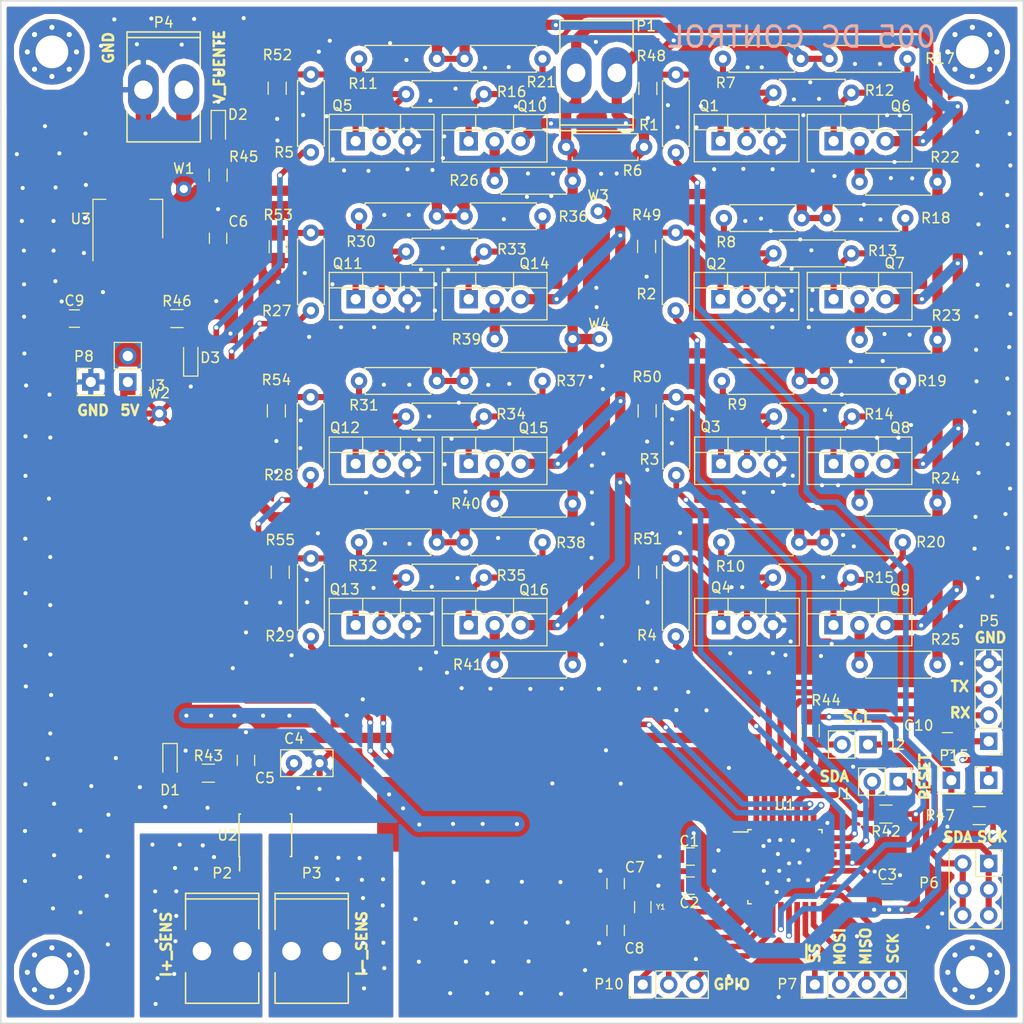
<source format=kicad_pcb>
(kicad_pcb (version 4) (host pcbnew 4.0.2-stable)
  (layers (0 F.Cu signal) (31 B.Cu signal) (34 B.Paste user) (35 F.Paste user) (36 B.SilkS user) (37 F.SilkS user) (38 B.Mask user) (39 F.Mask user) (44 Edge.Cuts user))
  (net 0 "")
  (net 1 /5V)
  (net 2 /GND)
  (net 3 "Net-(C4-Pad1)")
  (net 4 /V_FUENTE)
  (net 5 /CLK1)
  (net 6 /CLK2)
  (net 7 "Net-(C9-Pad2)")
  (net 8 /SDA)
  (net 9 /SDA_E)
  (net 10 /SCL)
  (net 11 /SCL_E)
  (net 12 /VOUT)
  (net 13 /VFB)
  (net 14 /I_SENS+)
  (net 15 /I_SENS-)
  (net 16 /RXD)
  (net 17 /TXD)
  (net 18 /~SS)
  (net 19 /MOSI)
  (net 20 /MISO)
  (net 21 /SCK)
  (net 22 /RESET)
  (net 23 "Net-(Q1-Pad1)")
  (net 24 "Net-(Q1-Pad2)")
  (net 25 "Net-(Q2-Pad1)")
  (net 26 "Net-(Q2-Pad2)")
  (net 27 "Net-(Q3-Pad1)")
  (net 28 "Net-(Q3-Pad2)")
  (net 29 "Net-(Q4-Pad1)")
  (net 30 "Net-(Q4-Pad2)")
  (net 31 "Net-(Q5-Pad1)")
  (net 32 "Net-(Q5-Pad2)")
  (net 33 "Net-(Q6-Pad1)")
  (net 34 "Net-(Q6-Pad2)")
  (net 35 "Net-(Q7-Pad1)")
  (net 36 "Net-(Q7-Pad2)")
  (net 37 "Net-(Q8-Pad1)")
  (net 38 "Net-(Q8-Pad2)")
  (net 39 "Net-(Q9-Pad1)")
  (net 40 "Net-(Q9-Pad2)")
  (net 41 "Net-(Q10-Pad1)")
  (net 42 "Net-(Q10-Pad2)")
  (net 43 "Net-(Q11-Pad1)")
  (net 44 "Net-(Q11-Pad2)")
  (net 45 "Net-(Q12-Pad1)")
  (net 46 "Net-(Q12-Pad2)")
  (net 47 "Net-(Q13-Pad1)")
  (net 48 "Net-(Q13-Pad2)")
  (net 49 "Net-(Q14-Pad1)")
  (net 50 "Net-(Q14-Pad2)")
  (net 51 "Net-(Q15-Pad1)")
  (net 52 "Net-(Q15-Pad2)")
  (net 53 "Net-(Q16-Pad1)")
  (net 54 "Net-(Q16-Pad2)")
  (net 55 /VCONTROL_1)
  (net 56 /VCONTROL_2)
  (net 57 /VCONTROL_3)
  (net 58 /VCONTROL_4)
  (net 59 /VCONTROL_5)
  (net 60 /VCONTROL_6)
  (net 61 /VCONTROL_7)
  (net 62 /VCONTROL_8)
  (net 63 "Net-(D1-Pad2)")
  (net 64 "Net-(D2-Pad2)")
  (net 65 "Net-(D3-Pad2)")
  (net 66 /REG1_1)
  (net 67 /REG1_2)
  (net 68 /REG1_3)
  (net 69 /VOUT_SENS)
  (net 70 "Net-(U1-Pad19)")
  (net 71 "Net-(U1-Pad22)")
  (net 72 "Net-(P11-Pad1)")
  (net 73 "Net-(P12-Pad1)")
  (net 74 "Net-(P13-Pad1)")
  (net 75 "Net-(P14-Pad1)")
  (net 76 "Net-(C10-Pad1)")
  (net 77 /AGND)
  (module Capacitors_SMD:C_0805_HandSoldering (layer F.Cu) (at 147.325 133.675 180)
    (fp_text reference C1 (at 0 1.5 180) (layer F.SilkS))
    (fp_text value 0,1uF)
    (pad 1 smd rect (at -1.25 0 180) (size 1.5 1.25) (layers F.Cu F.Paste F.Mask) (net 1 /5V))
    (pad 2 smd rect (at 1.25 0 180) (size 1.5 1.25) (layers F.Cu F.Paste F.Mask) (net 2 /GND))
  )
  (module Capacitors_SMD:C_0805_HandSoldering (layer F.Cu) (at 147.325 136.525)
    (fp_text reference C2 (at 0 1.675) (layer F.SilkS))
    (fp_text value 0,1uF)
    (pad 1 smd rect (at -1.25 0) (size 1.5 1.25) (layers F.Cu F.Paste F.Mask) (net 2 /GND))
    (pad 2 smd rect (at 1.25 0) (size 1.5 1.25) (layers F.Cu F.Paste F.Mask) (net 1 /5V))
  )
  (module Capacitors_SMD:C_0805_HandSoldering (layer F.Cu) (at 166.675 137.2)
    (fp_text reference C3 (at 0 -1.75) (layer F.SilkS))
    (fp_text value 0,1uF)
    (pad 1 smd rect (at -1.25 0) (size 1.5 1.25) (layers F.Cu F.Paste F.Mask) (net 1 /5V))
    (pad 2 smd rect (at 1.25 0) (size 1.5 1.25) (layers F.Cu F.Paste F.Mask) (net 2 /GND))
  )
  (module Capacitors_SMD:C_0805_HandSoldering (layer F.Cu) (at 103.975 124.275 270)
    (fp_text reference C5 (at 1.725 -1.85 360) (layer F.SilkS))
    (fp_text value 0,1uF)
    (pad 1 smd rect (at -1.25 0 270) (size 1.5 1.25) (layers F.Cu F.Paste F.Mask) (net 2 /GND))
    (pad 2 smd rect (at 1.25 0 270) (size 1.5 1.25) (layers F.Cu F.Paste F.Mask) (net 1 /5V))
  )
  (module Capacitors_SMD:C_0805_HandSoldering (layer F.Cu) (at 101.25 73.225 270)
    (fp_text reference C6 (at -1.65 -1.975 360) (layer F.SilkS))
    (fp_text value 0,1uF)
    (pad 1 smd rect (at -1.25 0 270) (size 1.5 1.25) (layers F.Cu F.Paste F.Mask) (net 2 /GND))
    (pad 2 smd rect (at 1.25 0 270) (size 1.5 1.25) (layers F.Cu F.Paste F.Mask) (net 4 /V_FUENTE))
  )
  (module Capacitors_SMD:C_0805_HandSoldering (layer F.Cu) (at 140.125 136.325 90)
    (fp_text reference C7 (at 1.6 1.875 180) (layer F.SilkS))
    (fp_text value 8pF)
    (pad 1 smd rect (at -1.25 0 90) (size 1.5 1.25) (layers F.Cu F.Paste F.Mask) (net 5 /CLK1))
    (pad 2 smd rect (at 1.25 0 90) (size 1.5 1.25) (layers F.Cu F.Paste F.Mask) (net 2 /GND))
  )
  (module Capacitors_SMD:C_0805_HandSoldering (layer F.Cu) (at 140.125 140.9 270)
    (fp_text reference C8 (at 1.75 -1.825 360) (layer F.SilkS))
    (fp_text value 8pF)
    (pad 1 smd rect (at -1.25 0 270) (size 1.5 1.25) (layers F.Cu F.Paste F.Mask) (net 6 /CLK2))
    (pad 2 smd rect (at 1.25 0 270) (size 1.5 1.25) (layers F.Cu F.Paste F.Mask) (net 2 /GND))
  )
  (module Capacitors_SMD:C_0805_HandSoldering (layer F.Cu) (at 87.2 81.075)
    (fp_text reference C9 (at 0 -1.75) (layer F.SilkS))
    (fp_text value 10uF)
    (pad 1 smd rect (at -1.25 0) (size 1.5 1.25) (layers F.Cu F.Paste F.Mask) (net 2 /GND))
    (pad 2 smd rect (at 1.25 0) (size 1.5 1.25) (layers F.Cu F.Paste F.Mask) (net 7 "Net-(C9-Pad2)"))
  )
  (module Pin_Headers:Pin_Header_Straight_1x02_Pitch2.54mm (layer F.Cu) (at 167.75 126.35 270)
    (fp_text reference J1 (at 1.2 5.41 360) (layer F.SilkS))
    (fp_text value Jumper)
    (pad 1 thru_hole rect (at 0 0 270) (size 1.7 1.7) (drill 1) (layers *.Cu *.Mask) (net 8 /SDA))
    (pad 2 thru_hole oval (at 0 2.54 270) (size 1.7 1.7) (drill 1) (layers *.Cu *.Mask) (net 9 /SDA_E))
  )
  (module Pin_Headers:Pin_Header_Straight_1x02_Pitch2.54mm (layer F.Cu) (at 164.8 122.725 270)
    (fp_text reference J2 (at 0 -2.775 360) (layer F.SilkS))
    (fp_text value Jumper)
    (pad 1 thru_hole rect (at 0 0 270) (size 1.7 1.7) (drill 1) (layers *.Cu *.Mask) (net 10 /SCL))
    (pad 2 thru_hole oval (at 0 2.54 270) (size 1.7 1.7) (drill 1) (layers *.Cu *.Mask) (net 11 /SCL_E))
  )
  (module Sockets_MOLEX_KK-System:Socket_MOLEX-KK-RM3-96mm_Lock_2pin_straight (layer F.Cu) (at 138.25 57.05 180)
    (fp_text reference P1 (at -4.85 4.575 180) (layer F.SilkS))
    (fp_text value R_FUENTE_CON)
    (pad 1 thru_hole oval (at -1.9812 0 180) (size 2.99974 5.00126) (drill 1.80086) (layers *.Cu *.Mask) (net 12 /VOUT))
    (pad 2 thru_hole oval (at 1.9812 0 180) (size 2.99974 5.00126) (drill 1.80086) (layers *.Cu *.Mask) (net 13 /VFB))
  )
  (module Sockets_MOLEX_KK-System:Socket_MOLEX-KK-RM3-96mm_Lock_2pin_straight (layer F.Cu) (at 101.65 142.925)
    (fp_text reference P2 (at 0 -7.62) (layer F.SilkS))
    (fp_text value I_+)
    (pad 1 thru_hole oval (at -1.9812 0) (size 2.99974 5.00126) (drill 1.80086) (layers *.Cu *.Mask) (net 14 /I_SENS+))
    (pad 2 thru_hole oval (at 1.9812 0) (size 2.99974 5.00126) (drill 1.80086) (layers *.Cu *.Mask) (net 14 /I_SENS+))
  )
  (module Sockets_MOLEX_KK-System:Socket_MOLEX-KK-RM3-96mm_Lock_2pin_straight (layer F.Cu) (at 110.4 142.925)
    (fp_text reference P3 (at 0 -7.62) (layer F.SilkS))
    (fp_text value I_-)
    (pad 1 thru_hole oval (at -1.9812 0) (size 2.99974 5.00126) (drill 1.80086) (layers *.Cu *.Mask) (net 15 /I_SENS-))
    (pad 2 thru_hole oval (at 1.9812 0) (size 2.99974 5.00126) (drill 1.80086) (layers *.Cu *.Mask) (net 15 /I_SENS-))
  )
  (module Sockets_MOLEX_KK-System:Socket_MOLEX-KK-RM3-96mm_Lock_2pin_straight (layer F.Cu) (at 95.925 58.7)
    (fp_text reference P4 (at 0 -6.575) (layer F.SilkS))
    (fp_text value POWER)
    (pad 1 thru_hole oval (at -1.9812 0) (size 2.99974 5.00126) (drill 1.80086) (layers *.Cu *.Mask) (net 2 /GND))
    (pad 2 thru_hole oval (at 1.9812 0) (size 2.99974 5.00126) (drill 1.80086) (layers *.Cu *.Mask) (net 4 /V_FUENTE))
  )
  (module Socket_Strips:Socket_Strip_Straight_1x04_Pitch2.54mm (layer F.Cu) (at 159.6 146.2 90)
    (fp_text reference P7 (at 0.05 -2.7 180) (layer F.SilkS))
    (fp_text value SPI)
    (pad 1 thru_hole rect (at 0 0 90) (size 1.7 1.7) (drill 1) (layers *.Cu *.Mask) (net 18 /~SS))
    (pad 2 thru_hole oval (at 0 2.54 90) (size 1.7 1.7) (drill 1) (layers *.Cu *.Mask) (net 19 /MOSI))
    (pad 3 thru_hole oval (at 0 5.08 90) (size 1.7 1.7) (drill 1) (layers *.Cu *.Mask) (net 20 /MISO))
    (pad 4 thru_hole oval (at 0 7.62 90) (size 1.7 1.7) (drill 1) (layers *.Cu *.Mask) (net 21 /SCK))
  )
  (module Socket_Strips:Socket_Strip_Straight_1x01_Pitch2.54mm (layer F.Cu) (at 88.8 87.275)
    (fp_text reference P8 (at -0.675 -2.5) (layer F.SilkS))
    (fp_text value GND_REG)
    (pad 1 thru_hole rect (at 0 0) (size 1.7 1.7) (drill 1) (layers *.Cu *.Mask) (net 2 /GND))
  )
  (module Socket_Strips:Socket_Strip_Straight_1x01_Pitch2.54mm (layer F.Cu) (at 172.95 126.22)
    (fp_text reference P9)
    (fp_text value RESET)
    (pad 1 thru_hole rect (at 0 0) (size 1.7 1.7) (drill 1) (layers *.Cu *.Mask) (net 22 /RESET))
  )
  (module TO_SOT_Packages_THT:TO-220_Vertical (layer F.Cu) (at 150.38832 63.72352)
    (fp_text reference Q1 (at -1.13832 -3.44852) (layer F.SilkS))
    (fp_text value NMOS)
    (pad 1 thru_hole rect (at 0 0) (size 1.8 1.8) (drill 1) (layers *.Cu *.Mask) (net 23 "Net-(Q1-Pad1)"))
    (pad 2 thru_hole oval (at 2.54 0) (size 1.8 1.8) (drill 1) (layers *.Cu *.Mask) (net 24 "Net-(Q1-Pad2)"))
    (pad 3 thru_hole oval (at 5.08 0) (size 1.8 1.8) (drill 1) (layers *.Cu *.Mask) (net 2 /GND))
  )
  (module TO_SOT_Packages_THT:TO-220_Vertical (layer F.Cu) (at 150.37308 79.18196)
    (fp_text reference Q2 (at -0.42308 -3.45696) (layer F.SilkS))
    (fp_text value NMOS)
    (pad 1 thru_hole rect (at 0 0) (size 1.8 1.8) (drill 1) (layers *.Cu *.Mask) (net 25 "Net-(Q2-Pad1)"))
    (pad 2 thru_hole oval (at 2.54 0) (size 1.8 1.8) (drill 1) (layers *.Cu *.Mask) (net 26 "Net-(Q2-Pad2)"))
    (pad 3 thru_hole oval (at 5.08 0) (size 1.8 1.8) (drill 1) (layers *.Cu *.Mask) (net 2 /GND))
  )
  (module TO_SOT_Packages_THT:TO-220_Vertical (layer F.Cu) (at 150.425 95.275)
    (fp_text reference Q3 (at -1.025 -3.625) (layer F.SilkS))
    (fp_text value NMOS)
    (pad 1 thru_hole rect (at 0 0) (size 1.8 1.8) (drill 1) (layers *.Cu *.Mask) (net 27 "Net-(Q3-Pad1)"))
    (pad 2 thru_hole oval (at 2.54 0) (size 1.8 1.8) (drill 1) (layers *.Cu *.Mask) (net 28 "Net-(Q3-Pad2)"))
    (pad 3 thru_hole oval (at 5.08 0) (size 1.8 1.8) (drill 1) (layers *.Cu *.Mask) (net 2 /GND))
  )
  (module TO_SOT_Packages_THT:TO-220_Vertical (layer F.Cu) (at 150.425 111.05)
    (fp_text reference Q4 (at 0 -3.675) (layer F.SilkS))
    (fp_text value NMOS)
    (pad 1 thru_hole rect (at 0 0) (size 1.8 1.8) (drill 1) (layers *.Cu *.Mask) (net 29 "Net-(Q4-Pad1)"))
    (pad 2 thru_hole oval (at 2.54 0) (size 1.8 1.8) (drill 1) (layers *.Cu *.Mask) (net 30 "Net-(Q4-Pad2)"))
    (pad 3 thru_hole oval (at 5.08 0) (size 1.8 1.8) (drill 1) (layers *.Cu *.Mask) (net 2 /GND))
  )
  (module TO_SOT_Packages_THT:TO-220_Vertical (layer F.Cu) (at 114.7 63.725)
    (fp_text reference Q5 (at -1.3 -3.475) (layer F.SilkS))
    (fp_text value NMOS)
    (pad 1 thru_hole rect (at 0 0) (size 1.8 1.8) (drill 1) (layers *.Cu *.Mask) (net 31 "Net-(Q5-Pad1)"))
    (pad 2 thru_hole oval (at 2.54 0) (size 1.8 1.8) (drill 1) (layers *.Cu *.Mask) (net 32 "Net-(Q5-Pad2)"))
    (pad 3 thru_hole oval (at 5.08 0) (size 1.8 1.8) (drill 1) (layers *.Cu *.Mask) (net 2 /GND))
  )
  (module TO_SOT_Packages_THT:TO-220_Vertical (layer F.Cu) (at 161.43732 63.72352)
    (fp_text reference Q6 (at 6.56268 -3.42352) (layer F.SilkS))
    (fp_text value PMOS)
    (pad 1 thru_hole rect (at 0 0) (size 1.8 1.8) (drill 1) (layers *.Cu *.Mask) (net 33 "Net-(Q6-Pad1)"))
    (pad 2 thru_hole oval (at 2.54 0) (size 1.8 1.8) (drill 1) (layers *.Cu *.Mask) (net 34 "Net-(Q6-Pad2)"))
    (pad 3 thru_hole oval (at 5.08 0) (size 1.8 1.8) (drill 1) (layers *.Cu *.Mask) (net 12 /VOUT))
  )
  (module TO_SOT_Packages_THT:TO-220_Vertical (layer F.Cu) (at 161.43732 79.18196)
    (fp_text reference Q7 (at 5.96268 -3.53196) (layer F.SilkS))
    (fp_text value PMOS)
    (pad 1 thru_hole rect (at 0 0) (size 1.8 1.8) (drill 1) (layers *.Cu *.Mask) (net 35 "Net-(Q7-Pad1)"))
    (pad 2 thru_hole oval (at 2.54 0) (size 1.8 1.8) (drill 1) (layers *.Cu *.Mask) (net 36 "Net-(Q7-Pad2)"))
    (pad 3 thru_hole oval (at 5.08 0) (size 1.8 1.8) (drill 1) (layers *.Cu *.Mask) (net 12 /VOUT))
  )
  (module TO_SOT_Packages_THT:TO-220_Vertical (layer F.Cu) (at 161.425 95.275)
    (fp_text reference Q8 (at 6.525 -3.525) (layer F.SilkS))
    (fp_text value PMOS)
    (pad 1 thru_hole rect (at 0 0) (size 1.8 1.8) (drill 1) (layers *.Cu *.Mask) (net 37 "Net-(Q8-Pad1)"))
    (pad 2 thru_hole oval (at 2.54 0) (size 1.8 1.8) (drill 1) (layers *.Cu *.Mask) (net 38 "Net-(Q8-Pad2)"))
    (pad 3 thru_hole oval (at 5.08 0) (size 1.8 1.8) (drill 1) (layers *.Cu *.Mask) (net 12 /VOUT))
  )
  (module TO_SOT_Packages_THT:TO-220_Vertical (layer F.Cu) (at 161.425 111.05)
    (fp_text reference Q9 (at 6.5 -3.45) (layer F.SilkS))
    (fp_text value PMOS)
    (pad 1 thru_hole rect (at 0 0) (size 1.8 1.8) (drill 1) (layers *.Cu *.Mask) (net 39 "Net-(Q9-Pad1)"))
    (pad 2 thru_hole oval (at 2.54 0) (size 1.8 1.8) (drill 1) (layers *.Cu *.Mask) (net 40 "Net-(Q9-Pad2)"))
    (pad 3 thru_hole oval (at 5.08 0) (size 1.8 1.8) (drill 1) (layers *.Cu *.Mask) (net 12 /VOUT))
  )
  (module TO_SOT_Packages_THT:TO-220_Vertical (layer F.Cu) (at 125.75 63.75)
    (fp_text reference Q10 (at 6.2 -3.45) (layer F.SilkS))
    (fp_text value PMOS)
    (pad 1 thru_hole rect (at 0 0) (size 1.8 1.8) (drill 1) (layers *.Cu *.Mask) (net 41 "Net-(Q10-Pad1)"))
    (pad 2 thru_hole oval (at 2.54 0) (size 1.8 1.8) (drill 1) (layers *.Cu *.Mask) (net 42 "Net-(Q10-Pad2)"))
    (pad 3 thru_hole oval (at 5.08 0) (size 1.8 1.8) (drill 1) (layers *.Cu *.Mask) (net 12 /VOUT))
  )
  (module TO_SOT_Packages_THT:TO-220_Vertical (layer F.Cu) (at 114.7 79.18196)
    (fp_text reference Q11 (at -0.775 -3.48196) (layer F.SilkS))
    (fp_text value NMOS)
    (pad 1 thru_hole rect (at 0 0) (size 1.8 1.8) (drill 1) (layers *.Cu *.Mask) (net 43 "Net-(Q11-Pad1)"))
    (pad 2 thru_hole oval (at 2.54 0) (size 1.8 1.8) (drill 1) (layers *.Cu *.Mask) (net 44 "Net-(Q11-Pad2)"))
    (pad 3 thru_hole oval (at 5.08 0) (size 1.8 1.8) (drill 1) (layers *.Cu *.Mask) (net 2 /GND))
  )
  (module TO_SOT_Packages_THT:TO-220_Vertical (layer F.Cu) (at 114.7 95.275)
    (fp_text reference Q12 (at -1.05 -3.525) (layer F.SilkS))
    (fp_text value NMOS)
    (pad 1 thru_hole rect (at 0 0) (size 1.8 1.8) (drill 1) (layers *.Cu *.Mask) (net 45 "Net-(Q12-Pad1)"))
    (pad 2 thru_hole oval (at 2.54 0) (size 1.8 1.8) (drill 1) (layers *.Cu *.Mask) (net 46 "Net-(Q12-Pad2)"))
    (pad 3 thru_hole oval (at 5.08 0) (size 1.8 1.8) (drill 1) (layers *.Cu *.Mask) (net 2 /GND))
  )
  (module TO_SOT_Packages_THT:TO-220_Vertical (layer F.Cu) (at 114.7 111.05)
    (fp_text reference Q13 (at -1.075 -3.5) (layer F.SilkS))
    (fp_text value NMOS)
    (pad 1 thru_hole rect (at 0 0) (size 1.8 1.8) (drill 1) (layers *.Cu *.Mask) (net 47 "Net-(Q13-Pad1)"))
    (pad 2 thru_hole oval (at 2.54 0) (size 1.8 1.8) (drill 1) (layers *.Cu *.Mask) (net 48 "Net-(Q13-Pad2)"))
    (pad 3 thru_hole oval (at 5.08 0) (size 1.8 1.8) (drill 1) (layers *.Cu *.Mask) (net 2 /GND))
  )
  (module TO_SOT_Packages_THT:TO-220_Vertical (layer F.Cu) (at 125.75 79.18196)
    (fp_text reference Q14 (at 6.425 -3.48196) (layer F.SilkS))
    (fp_text value PMOS)
    (pad 1 thru_hole rect (at 0 0) (size 1.8 1.8) (drill 1) (layers *.Cu *.Mask) (net 49 "Net-(Q14-Pad1)"))
    (pad 2 thru_hole oval (at 2.54 0) (size 1.8 1.8) (drill 1) (layers *.Cu *.Mask) (net 50 "Net-(Q14-Pad2)"))
    (pad 3 thru_hole oval (at 5.08 0) (size 1.8 1.8) (drill 1) (layers *.Cu *.Mask) (net 12 /VOUT))
  )
  (module TO_SOT_Packages_THT:TO-220_Vertical (layer F.Cu) (at 125.75 95.275)
    (fp_text reference Q15 (at 6.35 -3.5) (layer F.SilkS))
    (fp_text value PMOS)
    (pad 1 thru_hole rect (at 0 0) (size 1.8 1.8) (drill 1) (layers *.Cu *.Mask) (net 51 "Net-(Q15-Pad1)"))
    (pad 2 thru_hole oval (at 2.54 0) (size 1.8 1.8) (drill 1) (layers *.Cu *.Mask) (net 52 "Net-(Q15-Pad2)"))
    (pad 3 thru_hole oval (at 5.08 0) (size 1.8 1.8) (drill 1) (layers *.Cu *.Mask) (net 12 /VOUT))
  )
  (module TO_SOT_Packages_THT:TO-220_Vertical (layer F.Cu) (at 125.75 111.05)
    (fp_text reference Q16 (at 6.4 -3.45) (layer F.SilkS))
    (fp_text value PMOS)
    (pad 1 thru_hole rect (at 0 0) (size 1.8 1.8) (drill 1) (layers *.Cu *.Mask) (net 53 "Net-(Q16-Pad1)"))
    (pad 2 thru_hole oval (at 2.54 0) (size 1.8 1.8) (drill 1) (layers *.Cu *.Mask) (net 54 "Net-(Q16-Pad2)"))
    (pad 3 thru_hole oval (at 5.08 0) (size 1.8 1.8) (drill 1) (layers *.Cu *.Mask) (net 12 /VOUT))
  )
  (module Resistors_THT:R_Axial_DIN0207_L6.3mm_D2.5mm_P7.62mm_Horizontal (layer F.Cu) (at 146.0119 64.83858 90)
    (fp_text reference R1 (at 2.68858 -2.6369 180) (layer F.SilkS))
    (fp_text value R)
    (pad 1 thru_hole circle (at 0 0 90) (size 1.6 1.6) (drill 0.8) (layers *.Cu *.Mask) (net 59 /VCONTROL_5))
    (pad 2 thru_hole oval (at 7.62 0 90) (size 1.6 1.6) (drill 0.8) (layers *.Cu *.Mask) (net 23 "Net-(Q1-Pad1)"))
  )
  (module Resistors_THT:R_Axial_DIN0207_L6.3mm_D2.5mm_P7.62mm_Horizontal (layer F.Cu) (at 145.99158 80.29194 90)
    (fp_text reference R2 (at 1.61694 -2.86658 180) (layer F.SilkS))
    (fp_text value R)
    (pad 1 thru_hole circle (at 0 0 90) (size 1.6 1.6) (drill 0.8) (layers *.Cu *.Mask) (net 58 /VCONTROL_4))
    (pad 2 thru_hole oval (at 7.62 0 90) (size 1.6 1.6) (drill 0.8) (layers *.Cu *.Mask) (net 25 "Net-(Q2-Pad1)"))
  )
  (module Resistors_THT:R_Axial_DIN0207_L6.3mm_D2.5mm_P7.62mm_Horizontal (layer F.Cu) (at 146.05 96.375 90)
    (fp_text reference R3 (at 1.525 -2.625 180) (layer F.SilkS))
    (fp_text value R)
    (pad 1 thru_hole circle (at 0 0 90) (size 1.6 1.6) (drill 0.8) (layers *.Cu *.Mask) (net 57 /VCONTROL_3))
    (pad 2 thru_hole oval (at 7.62 0 90) (size 1.6 1.6) (drill 0.8) (layers *.Cu *.Mask) (net 27 "Net-(Q3-Pad1)"))
  )
  (module Resistors_THT:R_Axial_DIN0207_L6.3mm_D2.5mm_P7.62mm_Horizontal (layer F.Cu) (at 146 112.15 90)
    (fp_text reference R4 (at 0.1 -2.825 180) (layer F.SilkS))
    (fp_text value R)
    (pad 1 thru_hole circle (at 0 0 90) (size 1.6 1.6) (drill 0.8) (layers *.Cu *.Mask) (net 60 /VCONTROL_6))
    (pad 2 thru_hole oval (at 7.62 0 90) (size 1.6 1.6) (drill 0.8) (layers *.Cu *.Mask) (net 29 "Net-(Q4-Pad1)"))
  )
  (module Resistors_THT:R_Axial_DIN0207_L6.3mm_D2.5mm_P7.62mm_Horizontal (layer F.Cu) (at 110.325 64.825 90)
    (fp_text reference R5 (at 0 -2.625 180) (layer F.SilkS))
    (fp_text value R)
    (pad 1 thru_hole circle (at 0 0 90) (size 1.6 1.6) (drill 0.8) (layers *.Cu *.Mask) (net 62 /VCONTROL_8))
    (pad 2 thru_hole oval (at 7.62 0 90) (size 1.6 1.6) (drill 0.8) (layers *.Cu *.Mask) (net 31 "Net-(Q5-Pad1)"))
  )
  (module Resistors_THT:R_Axial_DIN0207_L6.3mm_D2.5mm_P7.62mm_Horizontal (layer F.Cu) (at 158.23184 55.6768 180)
    (fp_text reference R7 (at 7.35684 -2.3482 180) (layer F.SilkS))
    (fp_text value R)
    (pad 1 thru_hole circle (at 0 0 180) (size 1.6 1.6) (drill 0.8) (layers *.Cu *.Mask) (net 12 /VOUT))
    (pad 2 thru_hole oval (at 7.62 0 180) (size 1.6 1.6) (drill 0.8) (layers *.Cu *.Mask) (net 24 "Net-(Q1-Pad2)"))
  )
  (module Resistors_THT:R_Axial_DIN0207_L6.3mm_D2.5mm_P7.62mm_Horizontal (layer F.Cu) (at 158.325 71.25 180)
    (fp_text reference R8 (at 7.4 -2.35 180) (layer F.SilkS))
    (fp_text value R)
    (pad 1 thru_hole circle (at 0 0 180) (size 1.6 1.6) (drill 0.8) (layers *.Cu *.Mask) (net 12 /VOUT))
    (pad 2 thru_hole oval (at 7.62 0 180) (size 1.6 1.6) (drill 0.8) (layers *.Cu *.Mask) (net 26 "Net-(Q2-Pad2)"))
  )
  (module Resistors_THT:R_Axial_DIN0207_L6.3mm_D2.5mm_P7.62mm_Horizontal (layer F.Cu) (at 158.125 87.175 180)
    (fp_text reference R9 (at 6.125 -2.3 180) (layer F.SilkS))
    (fp_text value R)
    (pad 1 thru_hole circle (at 0 0 180) (size 1.6 1.6) (drill 0.8) (layers *.Cu *.Mask) (net 12 /VOUT))
    (pad 2 thru_hole oval (at 7.62 0 180) (size 1.6 1.6) (drill 0.8) (layers *.Cu *.Mask) (net 28 "Net-(Q3-Pad2)"))
  )
  (module Resistors_THT:R_Axial_DIN0207_L6.3mm_D2.5mm_P7.62mm_Horizontal (layer F.Cu) (at 158.075 102.95 180)
    (fp_text reference R10 (at 6.725 -2.35 180) (layer F.SilkS))
    (fp_text value R)
    (pad 1 thru_hole circle (at 0 0 180) (size 1.6 1.6) (drill 0.8) (layers *.Cu *.Mask) (net 12 /VOUT))
    (pad 2 thru_hole oval (at 7.62 0 180) (size 1.6 1.6) (drill 0.8) (layers *.Cu *.Mask) (net 30 "Net-(Q4-Pad2)"))
  )
  (module Resistors_THT:R_Axial_DIN0207_L6.3mm_D2.5mm_P7.62mm_Horizontal (layer F.Cu) (at 122.65 55.675 180)
    (fp_text reference R11 (at 7.225 -2.425 180) (layer F.SilkS))
    (fp_text value R)
    (pad 1 thru_hole circle (at 0 0 180) (size 1.6 1.6) (drill 0.8) (layers *.Cu *.Mask) (net 12 /VOUT))
    (pad 2 thru_hole oval (at 7.62 0 180) (size 1.6 1.6) (drill 0.8) (layers *.Cu *.Mask) (net 32 "Net-(Q5-Pad2)"))
  )
  (module Resistors_THT:R_Axial_DIN0207_L6.3mm_D2.5mm_P7.62mm_Horizontal (layer F.Cu) (at 155.5496 58.98896)
    (fp_text reference R12 (at 10.3754 -0.21396) (layer F.SilkS))
    (fp_text value R)
    (pad 1 thru_hole circle (at 0 0) (size 1.6 1.6) (drill 0.8) (layers *.Cu *.Mask) (net 24 "Net-(Q1-Pad2)"))
    (pad 2 thru_hole oval (at 7.62 0) (size 1.6 1.6) (drill 0.8) (layers *.Cu *.Mask) (net 33 "Net-(Q6-Pad1)"))
  )
  (module Resistors_THT:R_Axial_DIN0207_L6.3mm_D2.5mm_P7.62mm_Horizontal (layer F.Cu) (at 155.5496 74.7)
    (fp_text reference R13 (at 10.6754 -0.25) (layer F.SilkS))
    (fp_text value R)
    (pad 1 thru_hole circle (at 0 0) (size 1.6 1.6) (drill 0.8) (layers *.Cu *.Mask) (net 26 "Net-(Q2-Pad2)"))
    (pad 2 thru_hole oval (at 7.62 0) (size 1.6 1.6) (drill 0.8) (layers *.Cu *.Mask) (net 35 "Net-(Q7-Pad1)"))
  )
  (module Resistors_THT:R_Axial_DIN0207_L6.3mm_D2.5mm_P7.62mm_Horizontal (layer F.Cu) (at 155.5996 90.65)
    (fp_text reference R14 (at 10.2754 -0.225) (layer F.SilkS))
    (fp_text value R)
    (pad 1 thru_hole circle (at 0 0) (size 1.6 1.6) (drill 0.8) (layers *.Cu *.Mask) (net 28 "Net-(Q3-Pad2)"))
    (pad 2 thru_hole oval (at 7.62 0) (size 1.6 1.6) (drill 0.8) (layers *.Cu *.Mask) (net 37 "Net-(Q8-Pad1)"))
  )
  (module Resistors_THT:R_Axial_DIN0207_L6.3mm_D2.5mm_P7.62mm_Horizontal (layer F.Cu) (at 155.5 106.4)
    (fp_text reference R15 (at 10.4 0) (layer F.SilkS))
    (fp_text value R)
    (pad 1 thru_hole circle (at 0 0) (size 1.6 1.6) (drill 0.8) (layers *.Cu *.Mask) (net 30 "Net-(Q4-Pad2)"))
    (pad 2 thru_hole oval (at 7.62 0) (size 1.6 1.6) (drill 0.8) (layers *.Cu *.Mask) (net 39 "Net-(Q9-Pad1)"))
  )
  (module Resistors_THT:R_Axial_DIN0207_L6.3mm_D2.5mm_P7.62mm_Horizontal (layer F.Cu) (at 119.625 59.125)
    (fp_text reference R16 (at 10.325 -0.225) (layer F.SilkS))
    (fp_text value R)
    (pad 1 thru_hole circle (at 0 0) (size 1.6 1.6) (drill 0.8) (layers *.Cu *.Mask) (net 32 "Net-(Q5-Pad2)"))
    (pad 2 thru_hole oval (at 7.62 0) (size 1.6 1.6) (drill 0.8) (layers *.Cu *.Mask) (net 41 "Net-(Q10-Pad1)"))
  )
  (module Resistors_THT:R_Axial_DIN0207_L6.3mm_D2.5mm_P7.62mm_Horizontal (layer F.Cu) (at 161.036 55.6768)
    (fp_text reference R17 (at 10.789 -0.0268) (layer F.SilkS))
    (fp_text value R)
    (pad 1 thru_hole circle (at 0 0) (size 1.6 1.6) (drill 0.8) (layers *.Cu *.Mask) (net 12 /VOUT))
    (pad 2 thru_hole oval (at 7.62 0) (size 1.6 1.6) (drill 0.8) (layers *.Cu *.Mask) (net 33 "Net-(Q6-Pad1)"))
  )
  (module Resistors_THT:R_Axial_DIN0207_L6.3mm_D2.5mm_P7.62mm_Horizontal (layer F.Cu) (at 160.825 71.25)
    (fp_text reference R18 (at 10.6 0) (layer F.SilkS))
    (fp_text value R)
    (pad 1 thru_hole circle (at 0 0) (size 1.6 1.6) (drill 0.8) (layers *.Cu *.Mask) (net 12 /VOUT))
    (pad 2 thru_hole oval (at 7.62 0) (size 1.6 1.6) (drill 0.8) (layers *.Cu *.Mask) (net 35 "Net-(Q7-Pad1)"))
  )
  (module Resistors_THT:R_Axial_DIN0207_L6.3mm_D2.5mm_P7.62mm_Horizontal (layer F.Cu) (at 160.575 87.175)
    (fp_text reference R19 (at 10.475 0) (layer F.SilkS))
    (fp_text value R)
    (pad 1 thru_hole circle (at 0 0) (size 1.6 1.6) (drill 0.8) (layers *.Cu *.Mask) (net 12 /VOUT))
    (pad 2 thru_hole oval (at 7.62 0) (size 1.6 1.6) (drill 0.8) (layers *.Cu *.Mask) (net 37 "Net-(Q8-Pad1)"))
  )
  (module Resistors_THT:R_Axial_DIN0207_L6.3mm_D2.5mm_P7.62mm_Horizontal (layer F.Cu) (at 160.575 102.95)
    (fp_text reference R20 (at 10.375 -0.025) (layer F.SilkS))
    (fp_text value R)
    (pad 1 thru_hole circle (at 0 0) (size 1.6 1.6) (drill 0.8) (layers *.Cu *.Mask) (net 12 /VOUT))
    (pad 2 thru_hole oval (at 7.62 0) (size 1.6 1.6) (drill 0.8) (layers *.Cu *.Mask) (net 39 "Net-(Q9-Pad1)"))
  )
  (module Resistors_THT:R_Axial_DIN0207_L6.3mm_D2.5mm_P7.62mm_Horizontal (layer F.Cu) (at 125.35 55.675)
    (fp_text reference R21 (at 7.5 2.275) (layer F.SilkS))
    (fp_text value R)
    (pad 1 thru_hole circle (at 0 0) (size 1.6 1.6) (drill 0.8) (layers *.Cu *.Mask) (net 12 /VOUT))
    (pad 2 thru_hole oval (at 7.62 0) (size 1.6 1.6) (drill 0.8) (layers *.Cu *.Mask) (net 41 "Net-(Q10-Pad1)"))
  )
  (module Resistors_THT:R_Axial_DIN0207_L6.3mm_D2.5mm_P7.62mm_Horizontal (layer F.Cu) (at 163.975 67.7)
    (fp_text reference R22 (at 8.35 -2.4) (layer F.SilkS))
    (fp_text value R)
    (pad 1 thru_hole circle (at 0 0) (size 1.6 1.6) (drill 0.8) (layers *.Cu *.Mask) (net 34 "Net-(Q6-Pad2)"))
    (pad 2 thru_hole oval (at 7.62 0) (size 1.6 1.6) (drill 0.8) (layers *.Cu *.Mask) (net 13 /VFB))
  )
  (module Resistors_THT:R_Axial_DIN0207_L6.3mm_D2.5mm_P7.62mm_Horizontal (layer F.Cu) (at 163.975 83.15)
    (fp_text reference R23 (at 8.475 -2.375) (layer F.SilkS))
    (fp_text value R)
    (pad 1 thru_hole circle (at 0 0) (size 1.6 1.6) (drill 0.8) (layers *.Cu *.Mask) (net 36 "Net-(Q7-Pad2)"))
    (pad 2 thru_hole oval (at 7.62 0) (size 1.6 1.6) (drill 0.8) (layers *.Cu *.Mask) (net 13 /VFB))
  )
  (module Resistors_THT:R_Axial_DIN0207_L6.3mm_D2.5mm_P7.62mm_Horizontal (layer F.Cu) (at 163.975 99.075)
    (fp_text reference R24 (at 8.4 -2.375) (layer F.SilkS))
    (fp_text value R)
    (pad 1 thru_hole circle (at 0 0) (size 1.6 1.6) (drill 0.8) (layers *.Cu *.Mask) (net 38 "Net-(Q8-Pad2)"))
    (pad 2 thru_hole oval (at 7.62 0) (size 1.6 1.6) (drill 0.8) (layers *.Cu *.Mask) (net 13 /VFB))
  )
  (module Resistors_THT:R_Axial_DIN0207_L6.3mm_D2.5mm_P7.62mm_Horizontal (layer F.Cu) (at 163.975 114.925)
    (fp_text reference R25 (at 8.4 -2.475) (layer F.SilkS))
    (fp_text value R)
    (pad 1 thru_hole circle (at 0 0) (size 1.6 1.6) (drill 0.8) (layers *.Cu *.Mask) (net 40 "Net-(Q9-Pad2)"))
    (pad 2 thru_hole oval (at 7.62 0) (size 1.6 1.6) (drill 0.8) (layers *.Cu *.Mask) (net 13 /VFB))
  )
  (module Resistors_THT:R_Axial_DIN0207_L6.3mm_D2.5mm_P7.62mm_Horizontal (layer F.Cu) (at 128.3 67.6)
    (fp_text reference R26 (at -3 -0.025) (layer F.SilkS))
    (fp_text value R)
    (pad 1 thru_hole circle (at 0 0) (size 1.6 1.6) (drill 0.8) (layers *.Cu *.Mask) (net 42 "Net-(Q10-Pad2)"))
    (pad 2 thru_hole oval (at 7.62 0) (size 1.6 1.6) (drill 0.8) (layers *.Cu *.Mask) (net 13 /VFB))
  )
  (module Resistors_THT:R_Axial_DIN0207_L6.3mm_D2.5mm_P7.62mm_Horizontal (layer F.Cu) (at 110.325 80.3 90)
    (fp_text reference R27 (at -0.025 -3.35 180) (layer F.SilkS))
    (fp_text value R)
    (pad 1 thru_hole circle (at 0 0 90) (size 1.6 1.6) (drill 0.8) (layers *.Cu *.Mask) (net 61 /VCONTROL_7))
    (pad 2 thru_hole oval (at 7.62 0 90) (size 1.6 1.6) (drill 0.8) (layers *.Cu *.Mask) (net 43 "Net-(Q11-Pad1)"))
  )
  (module Resistors_THT:R_Axial_DIN0207_L6.3mm_D2.5mm_P7.62mm_Horizontal (layer F.Cu) (at 110.3 96.375 90)
    (fp_text reference R28 (at 0 -3.125 180) (layer F.SilkS))
    (fp_text value R)
    (pad 1 thru_hole circle (at 0 0 90) (size 1.6 1.6) (drill 0.8) (layers *.Cu *.Mask) (net 56 /VCONTROL_2))
    (pad 2 thru_hole oval (at 7.62 0 90) (size 1.6 1.6) (drill 0.8) (layers *.Cu *.Mask) (net 45 "Net-(Q12-Pad1)"))
  )
  (module Resistors_THT:R_Axial_DIN0207_L6.3mm_D2.5mm_P7.62mm_Horizontal (layer F.Cu) (at 110.325 112.15 90)
    (fp_text reference R29 (at 0.025 -3.025 180) (layer F.SilkS))
    (fp_text value R)
    (pad 1 thru_hole circle (at 0 0 90) (size 1.6 1.6) (drill 0.8) (layers *.Cu *.Mask) (net 55 /VCONTROL_1))
    (pad 2 thru_hole oval (at 7.62 0 90) (size 1.6 1.6) (drill 0.8) (layers *.Cu *.Mask) (net 47 "Net-(Q13-Pad1)"))
  )
  (module Resistors_THT:R_Axial_DIN0207_L6.3mm_D2.5mm_P7.62mm_Horizontal (layer F.Cu) (at 122.65 71.075 180)
    (fp_text reference R30 (at 7.425 -2.475 180) (layer F.SilkS))
    (fp_text value R)
    (pad 1 thru_hole circle (at 0 0 180) (size 1.6 1.6) (drill 0.8) (layers *.Cu *.Mask) (net 12 /VOUT))
    (pad 2 thru_hole oval (at 7.62 0 180) (size 1.6 1.6) (drill 0.8) (layers *.Cu *.Mask) (net 44 "Net-(Q11-Pad2)"))
  )
  (module Resistors_THT:R_Axial_DIN0207_L6.3mm_D2.5mm_P7.62mm_Horizontal (layer F.Cu) (at 122.65 87.175 180)
    (fp_text reference R31 (at 7.15 -2.375 180) (layer F.SilkS))
    (fp_text value R)
    (pad 1 thru_hole circle (at 0 0 180) (size 1.6 1.6) (drill 0.8) (layers *.Cu *.Mask) (net 12 /VOUT))
    (pad 2 thru_hole oval (at 7.62 0 180) (size 1.6 1.6) (drill 0.8) (layers *.Cu *.Mask) (net 46 "Net-(Q12-Pad2)"))
  )
  (module Resistors_THT:R_Axial_DIN0207_L6.3mm_D2.5mm_P7.62mm_Horizontal (layer F.Cu) (at 122.65 102.95 180)
    (fp_text reference R32 (at 7.25 -2.3 180) (layer F.SilkS))
    (fp_text value R)
    (pad 1 thru_hole circle (at 0 0 180) (size 1.6 1.6) (drill 0.8) (layers *.Cu *.Mask) (net 12 /VOUT))
    (pad 2 thru_hole oval (at 7.62 0 180) (size 1.6 1.6) (drill 0.8) (layers *.Cu *.Mask) (net 48 "Net-(Q13-Pad2)"))
  )
  (module Resistors_THT:R_Axial_DIN0207_L6.3mm_D2.5mm_P7.62mm_Horizontal (layer F.Cu) (at 119.625 74.525)
    (fp_text reference R33 (at 10.35 -0.225) (layer F.SilkS))
    (fp_text value R)
    (pad 1 thru_hole circle (at 0 0) (size 1.6 1.6) (drill 0.8) (layers *.Cu *.Mask) (net 44 "Net-(Q11-Pad2)"))
    (pad 2 thru_hole oval (at 7.62 0) (size 1.6 1.6) (drill 0.8) (layers *.Cu *.Mask) (net 49 "Net-(Q14-Pad1)"))
  )
  (module Resistors_THT:R_Axial_DIN0207_L6.3mm_D2.5mm_P7.62mm_Horizontal (layer F.Cu) (at 119.625 90.65)
    (fp_text reference R34 (at 10.275 -0.225) (layer F.SilkS))
    (fp_text value R)
    (pad 1 thru_hole circle (at 0 0) (size 1.6 1.6) (drill 0.8) (layers *.Cu *.Mask) (net 46 "Net-(Q12-Pad2)"))
    (pad 2 thru_hole oval (at 7.62 0) (size 1.6 1.6) (drill 0.8) (layers *.Cu *.Mask) (net 51 "Net-(Q15-Pad1)"))
  )
  (module Resistors_THT:R_Axial_DIN0207_L6.3mm_D2.5mm_P7.62mm_Horizontal (layer F.Cu) (at 119.625 106.4)
    (fp_text reference R35 (at 10.3 -0.2) (layer F.SilkS))
    (fp_text value R)
    (pad 1 thru_hole circle (at 0 0) (size 1.6 1.6) (drill 0.8) (layers *.Cu *.Mask) (net 48 "Net-(Q13-Pad2)"))
    (pad 2 thru_hole oval (at 7.62 0) (size 1.6 1.6) (drill 0.8) (layers *.Cu *.Mask) (net 53 "Net-(Q16-Pad1)"))
  )
  (module Resistors_THT:R_Axial_DIN0207_L6.3mm_D2.5mm_P7.62mm_Horizontal (layer F.Cu) (at 125.35 71.075)
    (fp_text reference R36 (at 10.625 0.025) (layer F.SilkS))
    (fp_text value R)
    (pad 1 thru_hole circle (at 0 0) (size 1.6 1.6) (drill 0.8) (layers *.Cu *.Mask) (net 12 /VOUT))
    (pad 2 thru_hole oval (at 7.62 0) (size 1.6 1.6) (drill 0.8) (layers *.Cu *.Mask) (net 49 "Net-(Q14-Pad1)"))
  )
  (module Resistors_THT:R_Axial_DIN0207_L6.3mm_D2.5mm_P7.62mm_Horizontal (layer F.Cu) (at 125.35 87.175)
    (fp_text reference R37 (at 10.4 0) (layer F.SilkS))
    (fp_text value R)
    (pad 1 thru_hole circle (at 0 0) (size 1.6 1.6) (drill 0.8) (layers *.Cu *.Mask) (net 12 /VOUT))
    (pad 2 thru_hole oval (at 7.62 0) (size 1.6 1.6) (drill 0.8) (layers *.Cu *.Mask) (net 51 "Net-(Q15-Pad1)"))
  )
  (module Resistors_THT:R_Axial_DIN0207_L6.3mm_D2.5mm_P7.62mm_Horizontal (layer F.Cu) (at 125.35 102.95)
    (fp_text reference R38 (at 10.4 0.05) (layer F.SilkS))
    (fp_text value R)
    (pad 1 thru_hole circle (at 0 0) (size 1.6 1.6) (drill 0.8) (layers *.Cu *.Mask) (net 12 /VOUT))
    (pad 2 thru_hole oval (at 7.62 0) (size 1.6 1.6) (drill 0.8) (layers *.Cu *.Mask) (net 53 "Net-(Q16-Pad1)"))
  )
  (module Resistors_THT:R_Axial_DIN0207_L6.3mm_D2.5mm_P7.62mm_Horizontal (layer F.Cu) (at 128.3 83.075)
    (fp_text reference R39 (at -2.775 0.025) (layer F.SilkS))
    (fp_text value R)
    (pad 1 thru_hole circle (at 0 0) (size 1.6 1.6) (drill 0.8) (layers *.Cu *.Mask) (net 50 "Net-(Q14-Pad2)"))
    (pad 2 thru_hole oval (at 7.62 0) (size 1.6 1.6) (drill 0.8) (layers *.Cu *.Mask) (net 13 /VFB))
  )
  (module Resistors_THT:R_Axial_DIN0207_L6.3mm_D2.5mm_P7.62mm_Horizontal (layer F.Cu) (at 128.3 99.175)
    (fp_text reference R40 (at -2.825 0) (layer F.SilkS))
    (fp_text value R)
    (pad 1 thru_hole circle (at 0 0) (size 1.6 1.6) (drill 0.8) (layers *.Cu *.Mask) (net 52 "Net-(Q15-Pad2)"))
    (pad 2 thru_hole oval (at 7.62 0) (size 1.6 1.6) (drill 0.8) (layers *.Cu *.Mask) (net 13 /VFB))
  )
  (module Resistors_THT:R_Axial_DIN0207_L6.3mm_D2.5mm_P7.62mm_Horizontal (layer F.Cu) (at 128.3 114.925)
    (fp_text reference R41 (at -2.65 0) (layer F.SilkS))
    (fp_text value R)
    (pad 1 thru_hole circle (at 0 0) (size 1.6 1.6) (drill 0.8) (layers *.Cu *.Mask) (net 54 "Net-(Q16-Pad2)"))
    (pad 2 thru_hole oval (at 7.62 0) (size 1.6 1.6) (drill 0.8) (layers *.Cu *.Mask) (net 13 /VFB))
  )
  (module Resistors_SMD:R_0805_HandSoldering (layer F.Cu) (at 100.3 125.525)
    (fp_text reference R43 (at 0 -1.7) (layer F.SilkS))
    (fp_text value 1K)
    (pad 1 smd rect (at -1.35 0) (size 1.5 1.3) (layers F.Cu F.Paste F.Mask) (net 63 "Net-(D1-Pad2)"))
    (pad 2 smd rect (at 1.35 0) (size 1.5 1.3) (layers F.Cu F.Paste F.Mask) (net 1 /5V))
  )
  (module Resistors_SMD:R_0805_HandSoldering (layer F.Cu) (at 101.25 67.05 90)
    (fp_text reference R45 (at 1.8 2.5 180) (layer F.SilkS))
    (fp_text value 1K)
    (pad 1 smd rect (at -1.35 0 90) (size 1.5 1.3) (layers F.Cu F.Paste F.Mask) (net 4 /V_FUENTE))
    (pad 2 smd rect (at 1.35 0 90) (size 1.5 1.3) (layers F.Cu F.Paste F.Mask) (net 64 "Net-(D2-Pad2)"))
  )
  (module Resistors_SMD:R_0805_HandSoldering (layer F.Cu) (at 97.225 81.075)
    (fp_text reference R46 (at 0 -1.7) (layer F.SilkS))
    (fp_text value 1K)
    (pad 1 smd rect (at -1.35 0) (size 1.5 1.3) (layers F.Cu F.Paste F.Mask) (net 7 "Net-(C9-Pad2)"))
    (pad 2 smd rect (at 1.35 0) (size 1.5 1.3) (layers F.Cu F.Paste F.Mask) (net 65 "Net-(D3-Pad2)"))
  )
  (module Resistors_SMD:R_0805_HandSoldering (layer F.Cu) (at 175.675 129.675 180)
    (fp_text reference R47 (at 3.825 0.025 180) (layer F.SilkS))
    (fp_text value 10K)
    (pad 1 smd rect (at -1.35 0 180) (size 1.5 1.3) (layers F.Cu F.Paste F.Mask) (net 1 /5V))
    (pad 2 smd rect (at 1.35 0 180) (size 1.5 1.3) (layers F.Cu F.Paste F.Mask) (net 22 /RESET))
  )
  (module Housings_SOIC:SOIC-8_3.9x4.9mm_Pitch1.27mm (layer F.Cu) (at 105.875 131.6 90)
    (fp_text reference U2 (at 0 -3.7 180) (layer F.SilkS))
    (fp_text value ACS_712)
    (pad 1 smd rect (at -2.7 -1.905 90) (size 1.55 0.6) (layers F.Cu F.Paste F.Mask) (net 14 /I_SENS+))
    (pad 2 smd rect (at -2.7 -0.635 90) (size 1.55 0.6) (layers F.Cu F.Paste F.Mask) (net 14 /I_SENS+))
    (pad 3 smd rect (at -2.7 0.635 90) (size 1.55 0.6) (layers F.Cu F.Paste F.Mask) (net 15 /I_SENS-))
    (pad 4 smd rect (at -2.7 1.905 90) (size 1.55 0.6) (layers F.Cu F.Paste F.Mask) (net 15 /I_SENS-))
    (pad 5 smd rect (at 2.7 1.905 90) (size 1.55 0.6) (layers F.Cu F.Paste F.Mask) (net 2 /GND))
    (pad 6 smd rect (at 2.7 0.635 90) (size 1.55 0.6) (layers F.Cu F.Paste F.Mask) (net 3 "Net-(C4-Pad1)"))
    (pad 7 smd rect (at 2.7 -0.635 90) (size 1.55 0.6) (layers F.Cu F.Paste F.Mask) (net 69 /VOUT_SENS))
    (pad 8 smd rect (at 2.7 -1.905 90) (size 1.55 0.6) (layers F.Cu F.Paste F.Mask) (net 1 /5V))
  )
  (module TO_SOT_Packages_SMD:SOT-223 (layer F.Cu) (at 92.425 71.325 90)
    (fp_text reference U3 (at 0 -4.6 180) (layer F.SilkS))
    (fp_text value LD1117S50TR_FINAL)
    (pad 4 smd rect (at 3.15 0 90) (size 2 3.8) (layers F.Cu F.Paste F.Mask))
    (pad 2 smd rect (at -3.15 0 90) (size 2 1.5) (layers F.Cu F.Paste F.Mask) (net 7 "Net-(C9-Pad2)"))
    (pad 3 smd rect (at -3.15 2.3 90) (size 2 1.5) (layers F.Cu F.Paste F.Mask) (net 4 /V_FUENTE))
    (pad 1 smd rect (at -3.15 -2.3 90) (size 2 1.5) (layers F.Cu F.Paste F.Mask) (net 2 /GND))
  )
  (module LEDs:LED_0805 (layer F.Cu) (at 96.55 124.425 270)
    (fp_text reference D1 (at 2.75 0 360) (layer F.SilkS))
    (fp_text value Led_Small_Reg)
    (pad 2 smd rect (at 1.1 0 90) (size 1.2 1.2) (layers F.Cu F.Paste F.Mask) (net 63 "Net-(D1-Pad2)"))
    (pad 1 smd rect (at -1.1 0 90) (size 1.2 1.2) (layers F.Cu F.Paste F.Mask) (net 2 /GND))
  )
  (module LEDs:LED_0805 (layer F.Cu) (at 101.275 62.525 270)
    (fp_text reference D2 (at -1.4 -1.9 360) (layer F.SilkS))
    (fp_text value Led_Small_Reg)
    (pad 2 smd rect (at 1.1 0 90) (size 1.2 1.2) (layers F.Cu F.Paste F.Mask) (net 64 "Net-(D2-Pad2)"))
    (pad 1 smd rect (at -1.1 0 90) (size 1.2 1.2) (layers F.Cu F.Paste F.Mask) (net 2 /GND))
  )
  (module LEDs:LED_0805 (layer F.Cu) (at 98.575 84.9 90)
    (fp_text reference D3 (at 0 1.9 180) (layer F.SilkS))
    (fp_text value Led_Small_Reg)
    (pad 2 smd rect (at 1.1 0 270) (size 1.2 1.2) (layers F.Cu F.Paste F.Mask) (net 65 "Net-(D3-Pad2)"))
    (pad 1 smd rect (at -1.1 0 270) (size 1.2 1.2) (layers F.Cu F.Paste F.Mask) (net 2 /GND))
  )
  (module Pin_Headers:Pin_Header_Straight_1x02_Pitch2.54mm (layer F.Cu) (at 92.425 87.275 180)
    (fp_text reference J3 (at -2.8 -0.35 180) (layer F.SilkS))
    (fp_text value Jumper)
    (pad 1 thru_hole rect (at 0 0 180) (size 1.7 1.7) (drill 1) (layers *.Cu *.Mask) (net 1 /5V))
    (pad 2 thru_hole oval (at 0 2.54 180) (size 1.7 1.7) (drill 1) (layers *.Cu *.Mask) (net 7 "Net-(C9-Pad2)"))
  )
  (module Resistors_SMD:R_0805_HandSoldering (layer F.Cu) (at 166.55 129.525 180)
    (fp_text reference R42 (at 0 -1.7 180) (layer F.SilkS))
    (fp_text value 10K)
    (pad 1 smd rect (at -1.35 0 180) (size 1.5 1.3) (layers F.Cu F.Paste F.Mask) (net 1 /5V))
    (pad 2 smd rect (at 1.35 0 180) (size 1.5 1.3) (layers F.Cu F.Paste F.Mask) (net 9 /SDA_E))
  )
  (module Resistors_SMD:R_0805_HandSoldering (layer F.Cu) (at 159.15 121.375 270)
    (fp_text reference R44 (at -2.975 -1.55 360) (layer F.SilkS))
    (fp_text value 10K)
    (pad 1 smd rect (at -1.35 0 270) (size 1.5 1.3) (layers F.Cu F.Paste F.Mask) (net 1 /5V))
    (pad 2 smd rect (at 1.35 0 270) (size 1.5 1.3) (layers F.Cu F.Paste F.Mask) (net 11 /SCL_E))
  )
  (module Capacitors_THT:C_Disc_D5.0mm_W2.5mm_P2.50mm (layer F.Cu) (at 108.675 124.55)
    (fp_text reference C4 (at 0 -2.4) (layer F.SilkS))
    (fp_text value 1nF_THT)
    (pad 1 thru_hole circle (at 0 0) (size 1.6 1.6) (drill 0.8) (layers *.Cu *.Mask) (net 3 "Net-(C4-Pad1)"))
    (pad 2 thru_hole circle (at 2.5 0) (size 1.6 1.6) (drill 0.8) (layers *.Cu *.Mask) (net 2 /GND))
  )
  (module Resistors_THT:R_Axial_DIN0207_L6.3mm_D2.5mm_P7.62mm_Horizontal (layer F.Cu) (at 142.9 64.3 180)
    (fp_text reference R6 (at 1.13 -2.31 180) (layer F.SilkS))
    (fp_text value R)
    (pad 1 thru_hole circle (at 0 0 180) (size 1.6 1.6) (drill 0.8) (layers *.Cu *.Mask) (net 12 /VOUT))
    (pad 2 thru_hole oval (at 7.62 0 180) (size 1.6 1.6) (drill 0.8) (layers *.Cu *.Mask) (net 13 /VFB))
  )
  (module Huellas:Crystal_SMD_XRCHA_Murata_Serie_W2,5mm_L2,0mm (layer F.Cu) (at 142.775 138.625 270)
    (fp_text reference Y1 (at -0.025 -1.75 360) (layer F.SilkS) (effects (font (size 0.5 0.5) (thickness 0.1))))
    (fp_text value XRCHA_16M)
    (pad 1 smd rect (at -0.8 0 270) (size 1.2 2.3) (layers F.Cu F.Paste F.Mask) (net 5 /CLK1))
    (pad 2 smd rect (at 0.8 0 270) (size 1.2 2.3) (layers F.Cu F.Paste F.Mask) (net 6 /CLK2))
  )
  (module Housings_QFP:TQFP-32_7x7mm_Pitch0.8mm (layer F.Cu) (at 156.675 134.675)
    (fp_text reference U1 (at 0 -6.05) (layer F.SilkS))
    (fp_text value Atmega328PA)
    (pad 1 smd rect (at -4.25 -2.8) (size 1.6 0.55) (layers F.Cu F.Paste F.Mask) (net 61 /VCONTROL_7))
    (pad 2 smd rect (at -4.25 -2) (size 1.6 0.55) (layers F.Cu F.Paste F.Mask) (net 62 /VCONTROL_8))
    (pad 3 smd rect (at -4.25 -1.2) (size 1.6 0.55) (layers F.Cu F.Paste F.Mask) (net 2 /GND))
    (pad 4 smd rect (at -4.25 -0.4) (size 1.6 0.55) (layers F.Cu F.Paste F.Mask) (net 1 /5V))
    (pad 5 smd rect (at -4.25 0.4) (size 1.6 0.55) (layers F.Cu F.Paste F.Mask) (net 2 /GND))
    (pad 6 smd rect (at -4.25 1.2) (size 1.6 0.55) (layers F.Cu F.Paste F.Mask) (net 1 /5V))
    (pad 7 smd rect (at -4.25 2) (size 1.6 0.55) (layers F.Cu F.Paste F.Mask) (net 5 /CLK1))
    (pad 8 smd rect (at -4.25 2.8) (size 1.6 0.55) (layers F.Cu F.Paste F.Mask) (net 6 /CLK2))
    (pad 9 smd rect (at -2.8 4.25 90) (size 1.6 0.55) (layers F.Cu F.Paste F.Mask) (net 66 /REG1_1))
    (pad 10 smd rect (at -2 4.25 90) (size 1.6 0.55) (layers F.Cu F.Paste F.Mask) (net 67 /REG1_2))
    (pad 11 smd rect (at -1.2 4.25 90) (size 1.6 0.55) (layers F.Cu F.Paste F.Mask) (net 68 /REG1_3))
    (pad 12 smd rect (at -0.4 4.25 90) (size 1.6 0.55) (layers F.Cu F.Paste F.Mask) (net 60 /VCONTROL_6))
    (pad 13 smd rect (at 0.4 4.25 90) (size 1.6 0.55) (layers F.Cu F.Paste F.Mask) (net 59 /VCONTROL_5))
    (pad 14 smd rect (at 1.2 4.25 90) (size 1.6 0.55) (layers F.Cu F.Paste F.Mask) (net 18 /~SS))
    (pad 15 smd rect (at 2 4.25 90) (size 1.6 0.55) (layers F.Cu F.Paste F.Mask) (net 19 /MOSI))
    (pad 16 smd rect (at 2.8 4.25 90) (size 1.6 0.55) (layers F.Cu F.Paste F.Mask) (net 20 /MISO))
    (pad 17 smd rect (at 4.25 2.8) (size 1.6 0.55) (layers F.Cu F.Paste F.Mask) (net 21 /SCK))
    (pad 18 smd rect (at 4.25 2) (size 1.6 0.55) (layers F.Cu F.Paste F.Mask) (net 1 /5V))
    (pad 19 smd rect (at 4.25 1.2) (size 1.6 0.55) (layers F.Cu F.Paste F.Mask) (net 70 "Net-(U1-Pad19)"))
    (pad 20 smd rect (at 4.25 0.4) (size 1.6 0.55) (layers F.Cu F.Paste F.Mask) (net 1 /5V))
    (pad 21 smd rect (at 4.25 -0.4) (size 1.6 0.55) (layers F.Cu F.Paste F.Mask) (net 2 /GND))
    (pad 22 smd rect (at 4.25 -1.2) (size 1.6 0.55) (layers F.Cu F.Paste F.Mask) (net 71 "Net-(U1-Pad22)"))
    (pad 23 smd rect (at 4.25 -2) (size 1.6 0.55) (layers F.Cu F.Paste F.Mask) (net 58 /VCONTROL_4))
    (pad 24 smd rect (at 4.25 -2.8) (size 1.6 0.55) (layers F.Cu F.Paste F.Mask) (net 57 /VCONTROL_3))
    (pad 25 smd rect (at 2.8 -4.25 90) (size 1.6 0.55) (layers F.Cu F.Paste F.Mask) (net 56 /VCONTROL_2))
    (pad 26 smd rect (at 2 -4.25 90) (size 1.6 0.55) (layers F.Cu F.Paste F.Mask) (net 55 /VCONTROL_1))
    (pad 27 smd rect (at 1.2 -4.25 90) (size 1.6 0.55) (layers F.Cu F.Paste F.Mask) (net 9 /SDA_E))
    (pad 28 smd rect (at 0.4 -4.25 90) (size 1.6 0.55) (layers F.Cu F.Paste F.Mask) (net 11 /SCL_E))
    (pad 29 smd rect (at -0.4 -4.25 90) (size 1.6 0.55) (layers F.Cu F.Paste F.Mask) (net 22 /RESET))
    (pad 30 smd rect (at -1.2 -4.25 90) (size 1.6 0.55) (layers F.Cu F.Paste F.Mask) (net 16 /RXD))
    (pad 31 smd rect (at -2 -4.25 90) (size 1.6 0.55) (layers F.Cu F.Paste F.Mask) (net 17 /TXD))
    (pad 32 smd rect (at -2.8 -4.25 90) (size 1.6 0.55) (layers F.Cu F.Paste F.Mask) (net 69 /VOUT_SENS))
  )
  (module Resistors_SMD:R_0805_HandSoldering (layer F.Cu) (at 143.275 58.575 270)
    (fp_text reference R48 (at -3.175 -0.325 360) (layer F.SilkS))
    (fp_text value 10K)
    (pad 1 smd rect (at -1.35 0 270) (size 1.5 1.3) (layers F.Cu F.Paste F.Mask) (net 23 "Net-(Q1-Pad1)"))
    (pad 2 smd rect (at 1.35 0 270) (size 1.5 1.3) (layers F.Cu F.Paste F.Mask) (net 2 /GND))
  )
  (module Resistors_SMD:R_0805_HandSoldering (layer F.Cu) (at 143.15 74.025 270)
    (fp_text reference R49 (at -3.075 0 360) (layer F.SilkS))
    (fp_text value 10K)
    (pad 1 smd rect (at -1.35 0 270) (size 1.5 1.3) (layers F.Cu F.Paste F.Mask) (net 25 "Net-(Q2-Pad1)"))
    (pad 2 smd rect (at 1.35 0 270) (size 1.5 1.3) (layers F.Cu F.Paste F.Mask) (net 2 /GND))
  )
  (module Resistors_SMD:R_0805_HandSoldering (layer F.Cu) (at 143.2 90.1 270)
    (fp_text reference R50 (at -3.325 0 360) (layer F.SilkS))
    (fp_text value 10K)
    (pad 1 smd rect (at -1.35 0 270) (size 1.5 1.3) (layers F.Cu F.Paste F.Mask) (net 27 "Net-(Q3-Pad1)"))
    (pad 2 smd rect (at 1.35 0 270) (size 1.5 1.3) (layers F.Cu F.Paste F.Mask) (net 2 /GND))
  )
  (module Resistors_SMD:R_0805_HandSoldering (layer F.Cu) (at 143.25 105.875 270)
    (fp_text reference R51 (at -3.25 0 360) (layer F.SilkS))
    (fp_text value 10K)
    (pad 1 smd rect (at -1.35 0 270) (size 1.5 1.3) (layers F.Cu F.Paste F.Mask) (net 29 "Net-(Q4-Pad1)"))
    (pad 2 smd rect (at 1.35 0 270) (size 1.5 1.3) (layers F.Cu F.Paste F.Mask) (net 2 /GND))
  )
  (module Resistors_SMD:R_0805_HandSoldering (layer F.Cu) (at 107.025 58.55 270)
    (fp_text reference R52 (at -3.25 -0.025 360) (layer F.SilkS))
    (fp_text value 10K)
    (pad 1 smd rect (at -1.35 0 270) (size 1.5 1.3) (layers F.Cu F.Paste F.Mask) (net 31 "Net-(Q5-Pad1)"))
    (pad 2 smd rect (at 1.35 0 270) (size 1.5 1.3) (layers F.Cu F.Paste F.Mask) (net 2 /GND))
  )
  (module Resistors_SMD:R_0805_HandSoldering (layer F.Cu) (at 107.125 74.05 270)
    (fp_text reference R53 (at -3.1 0 360) (layer F.SilkS))
    (fp_text value 10K)
    (pad 1 smd rect (at -1.35 0 270) (size 1.5 1.3) (layers F.Cu F.Paste F.Mask) (net 43 "Net-(Q11-Pad1)"))
    (pad 2 smd rect (at 1.35 0 270) (size 1.5 1.3) (layers F.Cu F.Paste F.Mask) (net 2 /GND))
  )
  (module Resistors_SMD:R_0805_HandSoldering (layer F.Cu) (at 106.95 90.1 270)
    (fp_text reference R54 (at -3.025 0 360) (layer F.SilkS))
    (fp_text value 10K)
    (pad 1 smd rect (at -1.35 0 270) (size 1.5 1.3) (layers F.Cu F.Paste F.Mask) (net 45 "Net-(Q12-Pad1)"))
    (pad 2 smd rect (at 1.35 0 270) (size 1.5 1.3) (layers F.Cu F.Paste F.Mask) (net 2 /GND))
  )
  (module Resistors_SMD:R_0805_HandSoldering (layer F.Cu) (at 107.325 105.875 270)
    (fp_text reference R55 (at -3.15 0 360) (layer F.SilkS))
    (fp_text value 10K)
    (pad 1 smd rect (at -1.35 0 270) (size 1.5 1.3) (layers F.Cu F.Paste F.Mask) (net 47 "Net-(Q13-Pad1)"))
    (pad 2 smd rect (at 1.35 0 270) (size 1.5 1.3) (layers F.Cu F.Paste F.Mask) (net 2 /GND))
  )
  (module Socket_Strips:Socket_Strip_Straight_1x03_Pitch2.54mm (layer F.Cu) (at 142.775 146.2 90)
    (fp_text reference P10 (at 0.05 -3.3 180) (layer F.SilkS))
    (fp_text value GPIO)
    (pad 1 thru_hole rect (at 0 0 90) (size 1.7 1.7) (drill 1) (layers *.Cu *.Mask) (net 66 /REG1_1))
    (pad 2 thru_hole oval (at 0 2.54 90) (size 1.7 1.7) (drill 1) (layers *.Cu *.Mask) (net 67 /REG1_2))
    (pad 3 thru_hole oval (at 0 5.08 90) (size 1.7 1.7) (drill 1) (layers *.Cu *.Mask) (net 68 /REG1_3))
  )
  (module Socket_Strips:Socket_Strip_Straight_2x03_Pitch2.54mm (layer F.Cu) (at 176.6 134.35)
    (fp_text reference P6 (at -5.84 1.9) (layer F.SilkS))
    (fp_text value I2C)
    (pad 1 thru_hole rect (at 0 0) (size 1.7 1.7) (drill 1) (layers *.Cu *.Mask) (net 10 /SCL))
    (pad 2 thru_hole oval (at -2.54 0) (size 1.7 1.7) (drill 1) (layers *.Cu *.Mask) (net 8 /SDA))
    (pad 3 thru_hole oval (at 0 2.54) (size 1.7 1.7) (drill 1) (layers *.Cu *.Mask) (net 10 /SCL))
    (pad 4 thru_hole oval (at -2.54 2.54) (size 1.7 1.7) (drill 1) (layers *.Cu *.Mask) (net 8 /SDA))
    (pad 5 thru_hole oval (at 0 5.08) (size 1.7 1.7) (drill 1) (layers *.Cu *.Mask) (net 10 /SCL))
    (pad 6 thru_hole oval (at -2.54 5.08) (size 1.7 1.7) (drill 1) (layers *.Cu *.Mask) (net 8 /SDA))
  )
  (module Mounting_Holes:MountingHole_3.2mm_M3_Pad_Via (layer F.Cu) (at 175 145)
    (fp_text reference P11)
    (fp_text value TOR_4)
    (pad 1 thru_hole circle (at 0 0) (size 6.4 6.4) (drill 3.2) (layers *.Cu *.Mask) (net 72 "Net-(P11-Pad1)"))
    (pad "" thru_hole circle (at 2.4 0) (size 0.8 0.8) (drill 0.5) (layers *.Cu *.Mask))
    (pad "" thru_hole circle (at 1.697056 1.697056) (size 0.8 0.8) (drill 0.5) (layers *.Cu *.Mask))
    (pad "" thru_hole circle (at 0 2.4) (size 0.8 0.8) (drill 0.5) (layers *.Cu *.Mask))
    (pad "" thru_hole circle (at -1.697056 1.697056) (size 0.8 0.8) (drill 0.5) (layers *.Cu *.Mask))
    (pad "" thru_hole circle (at -2.4 0) (size 0.8 0.8) (drill 0.5) (layers *.Cu *.Mask))
    (pad "" thru_hole circle (at -1.697056 -1.697056) (size 0.8 0.8) (drill 0.5) (layers *.Cu *.Mask))
    (pad "" thru_hole circle (at 0 -2.4) (size 0.8 0.8) (drill 0.5) (layers *.Cu *.Mask))
    (pad "" thru_hole circle (at 1.697056 -1.697056) (size 0.8 0.8) (drill 0.5) (layers *.Cu *.Mask))
  )
  (module Mounting_Holes:MountingHole_3.2mm_M3_Pad_Via (layer F.Cu) (at 175 55)
    (fp_text reference P12)
    (fp_text value TOR_2)
    (pad 1 thru_hole circle (at 0 0) (size 6.4 6.4) (drill 3.2) (layers *.Cu *.Mask) (net 73 "Net-(P12-Pad1)"))
    (pad "" thru_hole circle (at 2.4 0) (size 0.8 0.8) (drill 0.5) (layers *.Cu *.Mask))
    (pad "" thru_hole circle (at 1.697056 1.697056) (size 0.8 0.8) (drill 0.5) (layers *.Cu *.Mask))
    (pad "" thru_hole circle (at 0 2.4) (size 0.8 0.8) (drill 0.5) (layers *.Cu *.Mask))
    (pad "" thru_hole circle (at -1.697056 1.697056) (size 0.8 0.8) (drill 0.5) (layers *.Cu *.Mask))
    (pad "" thru_hole circle (at -2.4 0) (size 0.8 0.8) (drill 0.5) (layers *.Cu *.Mask))
    (pad "" thru_hole circle (at -1.697056 -1.697056) (size 0.8 0.8) (drill 0.5) (layers *.Cu *.Mask))
    (pad "" thru_hole circle (at 0 -2.4) (size 0.8 0.8) (drill 0.5) (layers *.Cu *.Mask))
    (pad "" thru_hole circle (at 1.697056 -1.697056) (size 0.8 0.8) (drill 0.5) (layers *.Cu *.Mask))
  )
  (module Mounting_Holes:MountingHole_3.2mm_M3_Pad_Via (layer F.Cu) (at 85 55)
    (fp_text reference P13)
    (fp_text value TOR_1)
    (pad 1 thru_hole circle (at 0 0) (size 6.4 6.4) (drill 3.2) (layers *.Cu *.Mask) (net 74 "Net-(P13-Pad1)"))
    (pad "" thru_hole circle (at 2.4 0) (size 0.8 0.8) (drill 0.5) (layers *.Cu *.Mask))
    (pad "" thru_hole circle (at 1.697056 1.697056) (size 0.8 0.8) (drill 0.5) (layers *.Cu *.Mask))
    (pad "" thru_hole circle (at 0 2.4) (size 0.8 0.8) (drill 0.5) (layers *.Cu *.Mask))
    (pad "" thru_hole circle (at -1.697056 1.697056) (size 0.8 0.8) (drill 0.5) (layers *.Cu *.Mask))
    (pad "" thru_hole circle (at -2.4 0) (size 0.8 0.8) (drill 0.5) (layers *.Cu *.Mask))
    (pad "" thru_hole circle (at -1.697056 -1.697056) (size 0.8 0.8) (drill 0.5) (layers *.Cu *.Mask))
    (pad "" thru_hole circle (at 0 -2.4) (size 0.8 0.8) (drill 0.5) (layers *.Cu *.Mask))
    (pad "" thru_hole circle (at 1.697056 -1.697056) (size 0.8 0.8) (drill 0.5) (layers *.Cu *.Mask))
  )
  (module Mounting_Holes:MountingHole_3.2mm_M3_Pad_Via (layer F.Cu) (at 85 145)
    (fp_text reference P14)
    (fp_text value TOR_3)
    (pad 1 thru_hole circle (at 0 0) (size 6.4 6.4) (drill 3.2) (layers *.Cu *.Mask) (net 75 "Net-(P14-Pad1)"))
    (pad "" thru_hole circle (at 2.4 0) (size 0.8 0.8) (drill 0.5) (layers *.Cu *.Mask))
    (pad "" thru_hole circle (at 1.697056 1.697056) (size 0.8 0.8) (drill 0.5) (layers *.Cu *.Mask))
    (pad "" thru_hole circle (at 0 2.4) (size 0.8 0.8) (drill 0.5) (layers *.Cu *.Mask))
    (pad "" thru_hole circle (at -1.697056 1.697056) (size 0.8 0.8) (drill 0.5) (layers *.Cu *.Mask))
    (pad "" thru_hole circle (at -2.4 0) (size 0.8 0.8) (drill 0.5) (layers *.Cu *.Mask))
    (pad "" thru_hole circle (at -1.697056 -1.697056) (size 0.8 0.8) (drill 0.5) (layers *.Cu *.Mask))
    (pad "" thru_hole circle (at 0 -2.4) (size 0.8 0.8) (drill 0.5) (layers *.Cu *.Mask))
    (pad "" thru_hole circle (at 1.697056 -1.697056) (size 0.8 0.8) (drill 0.5) (layers *.Cu *.Mask))
  )
  (module Measurement_Points:Measurement_Point_Round-TH_Small (layer F.Cu) (at 97.9 68.4)
    (fp_text reference W1 (at 0 -2) (layer F.SilkS))
    (fp_text value TEST_1P)
    (pad 1 thru_hole circle (at 0 0) (size 1.5 1.5) (drill 0.8) (layers *.Cu *.Mask) (net 4 /V_FUENTE))
  )
  (module Measurement_Points:Measurement_Point_Round-TH_Small (layer F.Cu) (at 95.5 90.36)
    (fp_text reference W2 (at 0 -2) (layer F.SilkS))
    (fp_text value TEST_1P)
    (pad 1 thru_hole circle (at 0 0) (size 1.5 1.5) (drill 0.8) (layers *.Cu *.Mask) (net 1 /5V))
  )
  (module Measurement_Points:Measurement_Point_Round-TH_Small (layer F.Cu) (at 138.41 70.58)
    (fp_text reference W3 (at 0.01 -1.54) (layer F.SilkS))
    (fp_text value TEST_1P)
    (pad 1 thru_hole circle (at 0 0) (size 1.5 1.5) (drill 0.8) (layers *.Cu *.Mask) (net 12 /VOUT))
  )
  (module Measurement_Points:Measurement_Point_Round-TH_Small (layer F.Cu) (at 138.53 83.07)
    (fp_text reference W4 (at -0.04 -1.48) (layer F.SilkS))
    (fp_text value TEST_1P)
    (pad 1 thru_hole circle (at 0 0) (size 1.5 1.5) (drill 0.8) (layers *.Cu *.Mask) (net 13 /VFB))
  )
  (module Capacitors_SMD:C_0805_HandSoldering (layer F.Cu) (at 172.56 122.41 180)
    (fp_text reference C10 (at 2.81 1.55 180) (layer F.SilkS))
    (fp_text value 0,1uF)
    (pad 1 smd rect (at -1.25 0 180) (size 1.5 1.25) (layers F.Cu F.Paste F.Mask) (net 76 "Net-(C10-Pad1)"))
    (pad 2 smd rect (at 1.25 0 180) (size 1.5 1.25) (layers F.Cu F.Paste F.Mask) (net 22 /RESET))
  )
  (module Socket_Strips:Socket_Strip_Straight_1x01_Pitch2.54mm (layer F.Cu) (at 176.6 126.22)
    (fp_text reference P15 (at -3.39 -2.42 180) (layer F.SilkS))
    (fp_text value J_RESET)
    (pad 1 thru_hole rect (at 0 0) (size 1.7 1.7) (drill 1) (layers *.Cu *.Mask) (net 77 /AGND))
  )
  (module Socket_Strips:Socket_Strip_Straight_1x04_Pitch2.54mm (layer F.Cu) (at 176.6 122.41 180)
    (fp_text reference P5 (at -0.04 11.77 180) (layer F.SilkS))
    (fp_text value RS-232)
    (pad 1 thru_hole rect (at 0 0 180) (size 1.7 1.7) (drill 1) (layers *.Cu *.Mask) (net 76 "Net-(C10-Pad1)"))
    (pad 2 thru_hole oval (at 0 2.54 180) (size 1.7 1.7) (drill 1) (layers *.Cu *.Mask) (net 16 /RXD))
    (pad 3 thru_hole oval (at 0 5.08 180) (size 1.7 1.7) (drill 1) (layers *.Cu *.Mask) (net 17 /TXD))
    (pad 4 thru_hole oval (at 0 7.62 180) (size 1.7 1.7) (drill 1) (layers *.Cu *.Mask) (net 2 /GND))
  )
  (gr_text "005 DC CONTROL" (at 158.31 53.54) (layer B.SilkS) (effects (font (size 2 2) (thickness 0.3)) (justify mirror)))
  (gr_text GPIO (at 151.475 146.175) (layer F.SilkS) (effects (font (size 1 1) (thickness 0.25))))
  (gr_text GND (at 89.025 90.05) (layer F.SilkS) (effects (font (size 1 1) (thickness 0.25))))
  (gr_text 5V (at 92.625 90.05) (layer F.SilkS) (effects (font (size 1 1) (thickness 0.25))))
  (gr_text V_FUENTE (at 101.375 56.45 90) (layer F.SilkS) (effects (font (size 1 1) (thickness 0.25))))
  (gr_text GND (at 90.525 54.6 90) (layer F.SilkS) (effects (font (size 1 1) (thickness 0.25))))
  (gr_text SDA (at 161.5 125.85) (layer F.SilkS) (effects (font (size 1 1) (thickness 0.25))))
  (gr_text "SCL\n" (at 163.75 120.05) (layer F.SilkS) (effects (font (size 1 1) (thickness 0.25))))
  (gr_text I-_SENS (at 115.3 142.2 90) (layer F.SilkS) (effects (font (size 1 1) (thickness 0.25))))
  (gr_text I+_SENS (at 96.175 142.275 90) (layer F.SilkS) (effects (font (size 1 1) (thickness 0.25))))
  (gr_text GND (at 176.775 112.275) (layer F.SilkS) (effects (font (size 1 1) (thickness 0.25))))
  (gr_text TX (at 173.775 117.05) (layer F.SilkS) (effects (font (size 1 1) (thickness 0.25))))
  (gr_text RX (at 173.8 119.625) (layer F.SilkS) (effects (font (size 1 1) (thickness 0.25))))
  (gr_text RESET (at 170.36 125.88 90) (layer F.SilkS) (effects (font (size 1 1) (thickness 0.25))))
  (gr_text SCK (at 176.97 131.75) (layer F.SilkS) (effects (font (size 1 1) (thickness 0.25))))
  (gr_text SDA (at 173.58 131.79) (layer F.SilkS) (effects (font (size 1 1) (thickness 0.25))))
  (gr_text SCK (at 167.25 142.65 90) (layer F.SilkS) (effects (font (size 1 1) (thickness 0.25))))
  (gr_text MISO (at 164.575 142.45 90) (layer F.SilkS) (effects (font (size 1 1) (thickness 0.25))))
  (gr_text MOSI (at 162.05 142.475 90) (layer F.SilkS) (effects (font (size 1 1) (thickness 0.25))))
  (gr_text ~SS (at 159.6 143.125 90) (layer F.SilkS) (effects (font (size 1 1) (thickness 0.25))))
  (gr_line (start 180 50) (end 180 150) (angle 90) (layer Edge.Cuts) (width 0.15))
  (gr_line (start 80 150) (end 180 150) (angle 90) (layer Edge.Cuts) (width 0.15))
  (gr_line (start 80 50) (end 180 50) (angle 90) (layer Edge.Cuts) (width 0.15))
  (gr_line (start 80 50) (end 80 150) (angle 90) (layer Edge.Cuts) (width 0.15))
  (segment (start 95.5 90.36) (end 93.59 90.36) (width 0.6) (layer F.Cu) (net 1))
  (segment (start 93.59 90.36) (end 92.67 89.44) (width 0.6) (layer F.Cu) (net 1))
  (segment (start 92.67 89.44) (end 92.425 89.195) (width 0.6) (layer F.Cu) (net 1))
  (segment (start 168.075 138.875) (end 169.6 138.875) (width 0.6) (layer B.Cu) (net 1))
  (segment (start 176.35 131.975) (end 177.025 131.3) (width 0.6) (layer B.Cu) (net 1))
  (segment (start 173.375 131.975) (end 176.35 131.975) (width 0.6) (layer B.Cu) (net 1))
  (segment (start 171.65 133.7) (end 173.375 131.975) (width 0.6) (layer B.Cu) (net 1))
  (segment (start 171.65 136.825) (end 171.65 133.7) (width 0.6) (layer B.Cu) (net 1))
  (segment (start 169.6 138.875) (end 171.65 136.825) (width 0.6) (layer B.Cu) (net 1))
  (segment (start 177.025 131.3) (end 177.025 131.325) (width 0.6) (layer B.Cu) (net 1))
  (via (at 177.025 131.3) (size 0.6) (drill 0.4) (layers F.Cu B.Cu) (net 1))
  (segment (start 177.025 129.675) (end 177.025 131.3) (width 0.55) (layer F.Cu) (net 1))
  (segment (start 162.6 138.9) (end 162.6 138.925) (width 1.5) (layer B.Cu) (net 1))
  (segment (start 165.375 138.9) (end 162.6 138.9) (width 1.5) (layer B.Cu) (net 1))
  (segment (start 165.4 138.875) (end 165.375 138.9) (width 1.5) (layer B.Cu) (net 1))
  (via (at 147.75 131.4) (size 0.7) (drill 0.4) (layers F.Cu B.Cu) (net 1))
  (segment (start 147.75 136.925) (end 147.75 131.4) (width 1.5) (layer B.Cu) (net 1))
  (segment (start 153.7 142.875) (end 147.75 136.925) (width 1.5) (layer B.Cu) (net 1))
  (segment (start 158.65 142.875) (end 153.7 142.875) (width 1.5) (layer B.Cu) (net 1))
  (segment (start 162.6 138.925) (end 158.65 142.875) (width 1.5) (layer B.Cu) (net 1))
  (via (at 168.075 138.875) (size 0.6) (drill 0.4) (layers F.Cu B.Cu) (net 1))
  (via (at 166.875 138.875) (size 0.6) (drill 0.4) (layers F.Cu B.Cu) (net 1))
  (via (at 124.225 130.4875) (size 0.6) (drill 0.4) (layers F.Cu B.Cu) (net 1))
  (segment (start 124.225 130.4875) (end 124.225 130.55) (width 1.5) (layer F.Cu) (net 1))
  (segment (start 124.225 130.55) (end 124.225 130.475) (width 1.5) (layer F.Cu) (net 1))
  (segment (start 124.225 130.475) (end 124.225 130.55) (width 1.5) (layer F.Cu) (net 1))
  (via (at 127.125 130.4875) (size 0.6) (drill 0.4) (layers F.Cu B.Cu) (net 1))
  (segment (start 127.125 130.4875) (end 127.125 130.55) (width 1.5) (layer F.Cu) (net 1))
  (segment (start 127.125 130.55) (end 127.125 130.475) (width 1.5) (layer F.Cu) (net 1))
  (segment (start 127.125 130.475) (end 127.125 130.55) (width 1.5) (layer F.Cu) (net 1))
  (segment (start 120.8625 130.4875) (end 124.225 130.4875) (width 1.5) (layer B.Cu) (net 1))
  (segment (start 124.225 130.4875) (end 127.125 130.4875) (width 1.5) (layer B.Cu) (net 1))
  (segment (start 127.125 130.4875) (end 130.4625 130.4875) (width 1.5) (layer B.Cu) (net 1))
  (via (at 130.475 130.5) (size 0.6) (drill 0.4) (layers F.Cu B.Cu) (net 1))
  (segment (start 130.4625 130.4875) (end 130.475 130.5) (width 1.5) (layer B.Cu) (net 1))
  (segment (start 130.475 130.5) (end 130.475 130.55) (width 1.5) (layer F.Cu) (net 1))
  (segment (start 130.475 130.55) (end 130.475 130.5) (width 1.5) (layer F.Cu) (net 1))
  (segment (start 130.475 130.5) (end 130.475 130.55) (width 1.5) (layer F.Cu) (net 1))
  (via (at 117.975 127.6) (size 0.6) (drill 0.4) (layers F.Cu B.Cu) (net 1))
  (via (at 119.3375 128.9625) (size 0.6) (drill 0.4) (layers F.Cu B.Cu) (net 1))
  (segment (start 119.3375 128.9625) (end 119.35 128.975) (width 1.5) (layer F.Cu) (net 1))
  (segment (start 117.55 127.175) (end 117.975 127.6) (width 1.5) (layer B.Cu) (net 1))
  (segment (start 117.975 127.6) (end 119.3375 128.9625) (width 1.5) (layer B.Cu) (net 1))
  (segment (start 119.3375 128.9625) (end 120.8625 130.4875) (width 1.5) (layer B.Cu) (net 1))
  (segment (start 120.8625 130.4875) (end 120.925 130.55) (width 1.5) (layer B.Cu) (net 1))
  (via (at 120.925 130.55) (size 0.6) (drill 0.4) (layers F.Cu B.Cu) (net 1))
  (segment (start 120.925 130.55) (end 124.225 130.55) (width 1.5) (layer F.Cu) (net 1))
  (segment (start 124.225 130.55) (end 127.125 130.55) (width 1.5) (layer F.Cu) (net 1))
  (via (at 108.225 119.9) (size 0.6) (drill 0.4) (layers F.Cu B.Cu) (net 1))
  (via (at 105.65 119.9) (size 0.6) (drill 0.4) (layers F.Cu B.Cu) (net 1))
  (via (at 102.85 119.9) (size 0.6) (drill 0.4) (layers F.Cu B.Cu) (net 1))
  (via (at 100.575 119.9) (size 0.6) (drill 0.4) (layers F.Cu B.Cu) (net 1))
  (segment (start 110.275 119.9) (end 108.225 119.9) (width 1.5) (layer B.Cu) (net 1))
  (segment (start 108.225 119.9) (end 105.65 119.9) (width 1.5) (layer B.Cu) (net 1))
  (segment (start 105.65 119.9) (end 102.85 119.9) (width 1.5) (layer B.Cu) (net 1))
  (segment (start 102.85 119.9) (end 100.575 119.9) (width 1.5) (layer B.Cu) (net 1))
  (segment (start 100.575 119.9) (end 98.15 119.9) (width 1.5) (layer B.Cu) (net 1))
  (segment (start 98.2 119.95) (end 98.475 119.95) (width 1.5) (layer F.Cu) (net 1))
  (segment (start 98.15 119.9) (end 98.2 119.95) (width 1.5) (layer F.Cu) (net 1))
  (via (at 98.15 119.9) (size 0.6) (drill 0.4) (layers F.Cu B.Cu) (net 1))
  (segment (start 160.925 135.075) (end 164.1 135.075) (width 0.55) (layer F.Cu) (net 1))
  (segment (start 165.425 136.4) (end 165.425 137.2) (width 0.55) (layer F.Cu) (net 1))
  (segment (start 164.1 135.075) (end 165.425 136.4) (width 0.55) (layer F.Cu) (net 1))
  (segment (start 160.925 136.675) (end 162.7 136.675) (width 0.55) (layer F.Cu) (net 1))
  (segment (start 163.225 137.2) (end 165.425 137.2) (width 0.55) (layer F.Cu) (net 1))
  (segment (start 162.7 136.675) (end 163.225 137.2) (width 0.55) (layer F.Cu) (net 1))
  (segment (start 165.425 137.2) (end 165.425 136.65) (width 0.55) (layer F.Cu) (net 1))
  (segment (start 169.475 129.525) (end 169.475 138.175) (width 0.8) (layer F.Cu) (net 1))
  (segment (start 168.775 138.875) (end 168.075 138.875) (width 0.8) (layer F.Cu) (net 1))
  (segment (start 168.075 138.875) (end 166.875 138.875) (width 0.8) (layer F.Cu) (net 1))
  (segment (start 166.875 138.875) (end 165.4 138.875) (width 0.8) (layer F.Cu) (net 1))
  (segment (start 169.475 138.175) (end 168.775 138.875) (width 0.8) (layer F.Cu) (net 1))
  (segment (start 161 120.025) (end 166.4 120.025) (width 0.55) (layer B.Cu) (net 1))
  (segment (start 167.9 129.525) (end 169.475 129.525) (width 0.55) (layer F.Cu) (net 1))
  (via (at 169.475 129.525) (size 0.6) (drill 0.4) (layers F.Cu B.Cu) (net 1))
  (segment (start 161 120.025) (end 159.15 120.025) (width 0.55) (layer F.Cu) (net 1))
  (via (at 161 120.025) (size 0.7) (drill 0.4) (layers F.Cu B.Cu) (net 1))
  (segment (start 170.2 128.8) (end 169.475 129.525) (width 0.55) (layer B.Cu) (net 1))
  (segment (start 170.2 125.275) (end 170.2 128.8) (width 0.55) (layer B.Cu) (net 1))
  (segment (start 167.525 122.6) (end 170.2 125.275) (width 0.55) (layer B.Cu) (net 1))
  (segment (start 167.525 121.15) (end 167.525 122.6) (width 0.55) (layer B.Cu) (net 1))
  (segment (start 166.4 120.025) (end 167.525 121.15) (width 0.55) (layer B.Cu) (net 1))
  (segment (start 165.4 138.875) (end 166.875 138.875) (width 0.8) (layer B.Cu) (net 1))
  (segment (start 166.875 138.875) (end 168.075 138.875) (width 0.8) (layer B.Cu) (net 1))
  (segment (start 165.425 137.2) (end 165.425 138.85) (width 1.5) (layer F.Cu) (net 1))
  (segment (start 165.425 138.85) (end 165.4 138.875) (width 1.5) (layer F.Cu) (net 1))
  (via (at 165.4 138.875) (size 0.7) (drill 0.4) (layers F.Cu B.Cu) (net 1))
  (segment (start 147.75 131.4) (end 147.7125 131.4375) (width 1.5) (layer F.Cu) (net 1))
  (segment (start 147.7125 131.4375) (end 147.75 131.4) (width 1.5) (layer F.Cu) (net 1))
  (segment (start 147.75 131.4) (end 147.75 131.475) (width 1.5) (layer F.Cu) (net 1))
  (segment (start 148.575 133.675) (end 148.575 136.525) (width 1) (layer F.Cu) (net 1))
  (segment (start 148.575 132.3) (end 148.575 133.675) (width 1.5) (layer F.Cu) (net 1))
  (segment (start 146.825 130.55) (end 147.75 131.475) (width 1.5) (layer F.Cu) (net 1))
  (segment (start 127.125 130.55) (end 130.475 130.55) (width 1.5) (layer F.Cu) (net 1))
  (segment (start 130.475 130.55) (end 146.825 130.55) (width 1.5) (layer F.Cu) (net 1))
  (segment (start 147.75 131.475) (end 148.575 132.3) (width 1.5) (layer F.Cu) (net 1))
  (segment (start 110.275 119.9) (end 117.55 127.175) (width 1.5) (layer B.Cu) (net 1))
  (segment (start 92.425 118.675) (end 93.7 119.95) (width 1.5) (layer F.Cu) (net 1))
  (segment (start 101.65 123.125) (end 101.65 125.525) (width 1.5) (layer F.Cu) (net 1))
  (segment (start 98.475 119.95) (end 101.65 123.125) (width 1.5) (layer F.Cu) (net 1))
  (segment (start 93.7 119.95) (end 98.475 119.95) (width 1.5) (layer F.Cu) (net 1))
  (segment (start 92.425 87.275) (end 92.425 89.195) (width 1.5) (layer F.Cu) (net 1))
  (segment (start 92.425 89.195) (end 92.425 118.675) (width 1.5) (layer F.Cu) (net 1))
  (segment (start 92.425 118.675) (end 92.4 118.7) (width 1.5) (layer F.Cu) (net 1))
  (segment (start 148.575 136.525) (end 149.525 136.525) (width 0.55) (layer F.Cu) (net 1))
  (segment (start 149.525 136.525) (end 150.175 135.875) (width 0.55) (layer F.Cu) (net 1))
  (segment (start 150.175 135.875) (end 152.425 135.875) (width 0.55) (layer F.Cu) (net 1))
  (segment (start 152.425 134.275) (end 150 134.275) (width 0.55) (layer F.Cu) (net 1))
  (segment (start 150 134.275) (end 149.4 133.675) (width 0.55) (layer F.Cu) (net 1))
  (segment (start 149.4 133.675) (end 148.575 133.675) (width 0.55) (layer F.Cu) (net 1))
  (segment (start 103.975 125.525) (end 101.65 125.525) (width 0.6) (layer F.Cu) (net 1))
  (segment (start 103.97 128.9) (end 103.97 125.53) (width 0.6) (layer F.Cu) (net 1))
  (segment (start 103.97 125.53) (end 103.975 125.525) (width 0.6) (layer F.Cu) (net 1))
  (segment (start 175.41 87.21) (end 173.28 87.21) (width 0.6) (layer B.Cu) (net 2))
  (via (at 165.68 92.73) (size 0.6) (drill 0.4) (layers F.Cu B.Cu) (net 2))
  (segment (start 167.78 92.73) (end 165.68 92.73) (width 0.6) (layer B.Cu) (net 2))
  (via (at 167.78 92.73) (size 0.6) (drill 0.4) (layers F.Cu B.Cu) (net 2))
  (segment (start 167.78 92.71) (end 167.78 92.73) (width 0.6) (layer F.Cu) (net 2))
  (segment (start 169.01 91.48) (end 167.78 92.71) (width 0.6) (layer F.Cu) (net 2))
  (via (at 169.01 91.48) (size 0.6) (drill 0.4) (layers F.Cu B.Cu) (net 2))
  (segment (start 173.28 87.21) (end 169.01 91.48) (width 0.6) (layer B.Cu) (net 2))
  (segment (start 137.86 101.14) (end 141.56 101.14) (width 0.6) (layer F.Cu) (net 2))
  (via (at 146.42 102.03) (size 0.6) (drill 0.4) (layers F.Cu B.Cu) (net 2))
  (segment (start 143.75 102.03) (end 146.42 102.03) (width 0.6) (layer B.Cu) (net 2))
  (segment (start 143.71 102.07) (end 143.75 102.03) (width 0.6) (layer B.Cu) (net 2))
  (via (at 143.71 102.07) (size 0.6) (drill 0.4) (layers F.Cu B.Cu) (net 2))
  (segment (start 142.49 102.07) (end 143.71 102.07) (width 0.6) (layer F.Cu) (net 2))
  (segment (start 141.56 101.14) (end 142.49 102.07) (width 0.6) (layer F.Cu) (net 2))
  (segment (start 143.2 93.1) (end 143.2 95.84) (width 0.6) (layer B.Cu) (net 2))
  (via (at 143.2 93.1) (size 0.6) (drill 0.4) (layers F.Cu B.Cu) (net 2))
  (segment (start 143.2 91.45) (end 143.2 93.1) (width 0.6) (layer F.Cu) (net 2))
  (segment (start 145.63 90.94) (end 145.62 90.94) (width 0.6) (layer F.Cu) (net 2))
  (segment (start 145.65 90.92) (end 145.63 90.94) (width 0.6) (layer F.Cu) (net 2))
  (via (at 145.65 90.92) (size 0.6) (drill 0.4) (layers F.Cu B.Cu) (net 2))
  (segment (start 145.65 93.23) (end 145.65 90.92) (width 0.6) (layer B.Cu) (net 2))
  (segment (start 145.62 93.26) (end 145.65 93.23) (width 0.6) (layer B.Cu) (net 2))
  (via (at 145.62 93.26) (size 0.6) (drill 0.4) (layers F.Cu B.Cu) (net 2))
  (segment (start 145.62 93.46) (end 145.62 93.26) (width 0.6) (layer F.Cu) (net 2))
  (segment (start 143.22 95.86) (end 145.62 93.46) (width 0.6) (layer F.Cu) (net 2))
  (via (at 143.22 95.86) (size 0.6) (drill 0.4) (layers F.Cu B.Cu) (net 2))
  (segment (start 143.2 95.84) (end 143.22 95.86) (width 0.6) (layer B.Cu) (net 2))
  (segment (start 122.15 107.3) (end 122.15 105.28) (width 0.6) (layer B.Cu) (net 2))
  (via (at 117.57 103.07) (size 0.6) (drill 0.4) (layers F.Cu B.Cu) (net 2))
  (segment (start 119.94 103.07) (end 117.57 103.07) (width 0.6) (layer F.Cu) (net 2))
  (segment (start 119.97 103.1) (end 119.94 103.07) (width 0.6) (layer F.Cu) (net 2))
  (via (at 119.97 103.1) (size 0.6) (drill 0.4) (layers F.Cu B.Cu) (net 2))
  (segment (start 122.15 105.28) (end 119.97 103.1) (width 0.6) (layer B.Cu) (net 2))
  (segment (start 107.29 111.43) (end 107.29 112.86) (width 0.6) (layer F.Cu) (net 2))
  (via (at 108.43 114) (size 0.6) (drill 0.4) (layers F.Cu B.Cu) (net 2))
  (segment (start 107.29 112.86) (end 108.43 114) (width 0.6) (layer F.Cu) (net 2))
  (segment (start 107.325 108.85) (end 107.325 111.395) (width 0.6) (layer B.Cu) (net 2))
  (segment (start 109.91 106.62) (end 109.91 106.64) (width 0.6) (layer F.Cu) (net 2))
  (via (at 109.91 106.62) (size 0.6) (drill 0.4) (layers F.Cu B.Cu) (net 2))
  (segment (start 109.91 108.75) (end 109.91 106.62) (width 0.6) (layer B.Cu) (net 2))
  (segment (start 109.97 108.81) (end 109.91 108.75) (width 0.6) (layer B.Cu) (net 2))
  (via (at 109.97 108.81) (size 0.6) (drill 0.4) (layers F.Cu B.Cu) (net 2))
  (segment (start 109.91 108.81) (end 109.97 108.81) (width 0.6) (layer F.Cu) (net 2))
  (segment (start 107.29 111.43) (end 109.91 108.81) (width 0.6) (layer F.Cu) (net 2))
  (via (at 107.29 111.43) (size 0.6) (drill 0.4) (layers F.Cu B.Cu) (net 2))
  (segment (start 107.325 111.395) (end 107.29 111.43) (width 0.6) (layer B.Cu) (net 2))
  (segment (start 107.025 61.55) (end 107.025 63.635) (width 0.6) (layer F.Cu) (net 2))
  (via (at 107.025 61.55) (size 0.6) (drill 0.4) (layers F.Cu B.Cu) (net 2))
  (segment (start 107.025 59.9) (end 107.025 61.55) (width 0.6) (layer F.Cu) (net 2))
  (via (at 115.95 66.63) (size 0.6) (drill 0.4) (layers F.Cu B.Cu) (net 2))
  (segment (start 113.61 66.63) (end 115.95 66.63) (width 0.6) (layer F.Cu) (net 2))
  (segment (start 113.57 66.59) (end 113.61 66.63) (width 0.6) (layer F.Cu) (net 2))
  (via (at 113.57 66.59) (size 0.6) (drill 0.4) (layers F.Cu B.Cu) (net 2))
  (segment (start 112.47 65.49) (end 113.57 66.59) (width 0.6) (layer B.Cu) (net 2))
  (via (at 112.47 65.49) (size 0.6) (drill 0.4) (layers F.Cu B.Cu) (net 2))
  (segment (start 112.47 61.9) (end 112.47 65.49) (width 0.6) (layer F.Cu) (net 2))
  (segment (start 111.86 61.29) (end 112.47 61.9) (width 0.6) (layer F.Cu) (net 2))
  (via (at 111.86 61.29) (size 0.6) (drill 0.4) (layers F.Cu B.Cu) (net 2))
  (segment (start 111.78 61.29) (end 111.86 61.29) (width 0.6) (layer B.Cu) (net 2))
  (segment (start 109.52 59.03) (end 111.78 61.29) (width 0.6) (layer B.Cu) (net 2))
  (via (at 109.52 59.03) (size 0.6) (drill 0.4) (layers F.Cu B.Cu) (net 2))
  (segment (start 109.52 61.13) (end 109.52 59.03) (width 0.6) (layer F.Cu) (net 2))
  (segment (start 109.57 61.18) (end 109.52 61.13) (width 0.6) (layer F.Cu) (net 2))
  (via (at 109.57 61.18) (size 0.6) (drill 0.4) (layers F.Cu B.Cu) (net 2))
  (segment (start 109.53 61.18) (end 109.57 61.18) (width 0.6) (layer B.Cu) (net 2))
  (segment (start 107.05 63.66) (end 109.53 61.18) (width 0.6) (layer B.Cu) (net 2))
  (via (at 107.05 63.66) (size 0.6) (drill 0.4) (layers F.Cu B.Cu) (net 2))
  (segment (start 107.025 63.635) (end 107.05 63.66) (width 0.6) (layer F.Cu) (net 2))
  (segment (start 113.27 81.92) (end 113.27 81.65) (width 0.6) (layer F.Cu) (net 2))
  (via (at 109.73 76.62) (size 0.6) (drill 0.4) (layers F.Cu B.Cu) (net 2))
  (segment (start 111.33 76.62) (end 109.73 76.62) (width 0.6) (layer B.Cu) (net 2))
  (segment (start 112.43 77.72) (end 111.33 76.62) (width 0.6) (layer B.Cu) (net 2))
  (via (at 112.43 77.72) (size 0.6) (drill 0.4) (layers F.Cu B.Cu) (net 2))
  (segment (start 112.43 80.81) (end 112.43 77.72) (width 0.6) (layer F.Cu) (net 2))
  (segment (start 113.27 81.65) (end 112.43 80.81) (width 0.6) (layer F.Cu) (net 2))
  (segment (start 123.22 74.18) (end 123.14 74.18) (width 0.6) (layer F.Cu) (net 2))
  (segment (start 120.805 81.925) (end 122.45 80.28) (width 0.6) (layer F.Cu) (net 2))
  (via (at 122.45 80.28) (size 0.6) (drill 0.4) (layers F.Cu B.Cu) (net 2))
  (segment (start 122.45 80.28) (end 122.49 80.24) (width 0.6) (layer B.Cu) (net 2))
  (segment (start 122.49 80.24) (end 122.49 77.72) (width 0.6) (layer B.Cu) (net 2))
  (via (at 122.49 77.72) (size 0.6) (drill 0.4) (layers F.Cu B.Cu) (net 2))
  (segment (start 122.49 77.72) (end 123.75 76.46) (width 0.6) (layer F.Cu) (net 2))
  (segment (start 123.75 76.46) (end 123.75 76.31) (width 0.6) (layer F.Cu) (net 2))
  (via (at 123.75 76.31) (size 0.6) (drill 0.4) (layers F.Cu B.Cu) (net 2))
  (segment (start 123.75 76.31) (end 123.72 76.28) (width 0.6) (layer B.Cu) (net 2))
  (segment (start 123.72 76.28) (end 121.08 76.28) (width 0.6) (layer B.Cu) (net 2))
  (via (at 121.08 76.28) (size 0.6) (drill 0.4) (layers F.Cu B.Cu) (net 2))
  (segment (start 121.08 76.28) (end 123.18 74.18) (width 0.6) (layer F.Cu) (net 2))
  (segment (start 123.18 74.18) (end 123.22 74.18) (width 0.6) (layer F.Cu) (net 2))
  (via (at 123.22 74.18) (size 0.6) (drill 0.4) (layers F.Cu B.Cu) (net 2))
  (segment (start 119.775 81.925) (end 120.805 81.925) (width 0.6) (layer F.Cu) (net 2))
  (segment (start 117.5 70.94) (end 117.46 70.94) (width 0.6) (layer F.Cu) (net 2))
  (via (at 117.5 70.94) (size 0.6) (drill 0.4) (layers F.Cu B.Cu) (net 2))
  (segment (start 119.9 70.94) (end 117.5 70.94) (width 0.6) (layer B.Cu) (net 2))
  (via (at 119.9 70.94) (size 0.6) (drill 0.4) (layers F.Cu B.Cu) (net 2))
  (segment (start 123.14 74.18) (end 119.9 70.94) (width 0.6) (layer F.Cu) (net 2))
  (segment (start 93.6 126.9) (end 94.14 126.9) (width 0.6) (layer F.Cu) (net 2))
  (via (at 100.22 128.91) (size 0.6) (drill 0.4) (layers F.Cu B.Cu) (net 2))
  (segment (start 96.17 128.91) (end 100.22 128.91) (width 0.6) (layer B.Cu) (net 2))
  (segment (start 96.09 128.83) (end 96.17 128.91) (width 0.6) (layer B.Cu) (net 2))
  (via (at 96.09 128.83) (size 0.6) (drill 0.4) (layers F.Cu B.Cu) (net 2))
  (segment (start 96.07 128.83) (end 96.09 128.83) (width 0.6) (layer F.Cu) (net 2))
  (segment (start 94.14 126.9) (end 96.07 128.83) (width 0.6) (layer F.Cu) (net 2))
  (via (at 156.065 147.415) (size 0.6) (drill 0.4) (layers F.Cu B.Cu) (net 2))
  (segment (start 156.065 147.415) (end 156.07 147.42) (width 0.6) (layer F.Cu) (net 2))
  (segment (start 154.11 146.85) (end 154.11 146.84) (width 0.6) (layer B.Cu) (net 2))
  (segment (start 154.11 146.85) (end 154.11 146.84) (width 0.6) (layer B.Cu) (net 2))
  (via (at 152.095 146.265) (size 0.6) (drill 0.4) (layers F.Cu B.Cu) (net 2))
  (segment (start 152.095 146.265) (end 152.1 146.27) (width 0.6) (layer F.Cu) (net 2))
  (via (at 151.18 145.37) (size 0.6) (drill 0.4) (layers F.Cu B.Cu) (net 2))
  (segment (start 151.18 145.35) (end 151.18 145.37) (width 0.6) (layer B.Cu) (net 2))
  (segment (start 151.19 145.36) (end 151.18 145.37) (width 0.6) (layer B.Cu) (net 2))
  (segment (start 151.18 145.37) (end 151.19 145.36) (width 0.6) (layer B.Cu) (net 2))
  (segment (start 168.85 142.37) (end 168.87 142.37) (width 0.6) (layer B.Cu) (net 2))
  (segment (start 172.05 139.25) (end 172.03 139.27) (width 0.6) (layer B.Cu) (net 2))
  (via (at 172.05 139.25) (size 0.6) (drill 0.4) (layers F.Cu B.Cu) (net 2))
  (segment (start 171.99 139.25) (end 172.05 139.25) (width 0.6) (layer F.Cu) (net 2))
  (segment (start 170.65 140.59) (end 171.99 139.25) (width 0.6) (layer F.Cu) (net 2))
  (via (at 170.65 140.59) (size 0.6) (drill 0.4) (layers F.Cu B.Cu) (net 2))
  (segment (start 168.87 142.37) (end 170.65 140.59) (width 0.6) (layer B.Cu) (net 2))
  (segment (start 157.44 96.44) (end 157.44 96.83) (width 0.6) (layer F.Cu) (net 2))
  (via (at 160.41 106.35) (size 0.6) (drill 0.4) (layers F.Cu B.Cu) (net 2))
  (segment (start 163.41 103.35) (end 160.41 106.35) (width 0.6) (layer F.Cu) (net 2))
  (via (at 163.41 103.35) (size 0.6) (drill 0.4) (layers F.Cu B.Cu) (net 2))
  (segment (start 163.41 103.28) (end 163.41 103.35) (width 0.6) (layer B.Cu) (net 2))
  (segment (start 162.36 102.23) (end 163.41 103.28) (width 0.6) (layer B.Cu) (net 2))
  (via (at 162.36 102.23) (size 0.6) (drill 0.4) (layers F.Cu B.Cu) (net 2))
  (segment (start 162.36 97.86) (end 162.36 102.23) (width 0.6) (layer F.Cu) (net 2))
  (segment (start 161.87 97.37) (end 162.36 97.86) (width 0.6) (layer F.Cu) (net 2))
  (via (at 161.87 97.37) (size 0.6) (drill 0.4) (layers F.Cu B.Cu) (net 2))
  (segment (start 160.3 97.37) (end 161.87 97.37) (width 0.6) (layer B.Cu) (net 2))
  (via (at 160.3 97.37) (size 0.6) (drill 0.4) (layers F.Cu B.Cu) (net 2))
  (segment (start 157.98 97.37) (end 160.3 97.37) (width 0.6) (layer F.Cu) (net 2))
  (segment (start 157.44 96.83) (end 157.98 97.37) (width 0.6) (layer F.Cu) (net 2))
  (segment (start 155.5 113.8) (end 151.33 113.8) (width 0.6) (layer F.Cu) (net 2))
  (segment (start 155.505 113.795) (end 155.5 113.8) (width 0.6) (layer F.Cu) (net 2))
  (via (at 155.5 113.8) (size 0.7) (drill 0.4) (layers F.Cu B.Cu) (net 2))
  (segment (start 155.505 111.05) (end 155.505 113.795) (width 0.6) (layer F.Cu) (net 2))
  (segment (start 157.2 112.62) (end 157.2 112.61) (width 0.6) (layer B.Cu) (net 2))
  (segment (start 157.23 112.65) (end 157.2 112.62) (width 0.6) (layer B.Cu) (net 2))
  (via (at 157.23 112.65) (size 0.6) (drill 0.4) (layers F.Cu B.Cu) (net 2))
  (segment (start 161.02 112.65) (end 157.23 112.65) (width 0.6) (layer F.Cu) (net 2))
  (segment (start 161.25 112.88) (end 161.02 112.65) (width 0.6) (layer F.Cu) (net 2))
  (via (at 161.25 112.88) (size 0.6) (drill 0.4) (layers F.Cu B.Cu) (net 2))
  (segment (start 161.25 113.02) (end 161.25 112.88) (width 0.6) (layer B.Cu) (net 2))
  (segment (start 160.2 114.07) (end 161.25 113.02) (width 0.6) (layer B.Cu) (net 2))
  (via (at 160.2 114.07) (size 0.6) (drill 0.4) (layers F.Cu B.Cu) (net 2))
  (segment (start 156.82 114.07) (end 160.2 114.07) (width 0.6) (layer F.Cu) (net 2))
  (segment (start 156.73 113.98) (end 156.82 114.07) (width 0.6) (layer F.Cu) (net 2))
  (via (at 156.73 113.98) (size 0.6) (drill 0.4) (layers F.Cu B.Cu) (net 2))
  (segment (start 156.73 114.08) (end 156.73 113.98) (width 0.6) (layer B.Cu) (net 2))
  (segment (start 155.11 115.7) (end 156.73 114.08) (width 0.6) (layer B.Cu) (net 2))
  (via (at 155.11 115.7) (size 0.6) (drill 0.4) (layers F.Cu B.Cu) (net 2))
  (segment (start 153.28 115.7) (end 155.11 115.7) (width 0.6) (layer F.Cu) (net 2))
  (segment (start 153.27 115.69) (end 153.28 115.7) (width 0.6) (layer F.Cu) (net 2))
  (via (at 153.27 115.69) (size 0.6) (drill 0.4) (layers F.Cu B.Cu) (net 2))
  (segment (start 153.22 115.69) (end 153.27 115.69) (width 0.6) (layer B.Cu) (net 2))
  (segment (start 151.33 113.8) (end 153.22 115.69) (width 0.6) (layer B.Cu) (net 2))
  (via (at 151.33 113.8) (size 0.6) (drill 0.4) (layers F.Cu B.Cu) (net 2))
  (segment (start 155.5 98.025) (end 152.715 98.025) (width 0.6) (layer B.Cu) (net 2))
  (segment (start 152.64 98.08) (end 152.66 98.08) (width 0.6) (layer B.Cu) (net 2))
  (segment (start 155.505 98.02) (end 155.505 95.275) (width 0.6) (layer F.Cu) (net 2))
  (via (at 155.5 98.025) (size 0.7) (drill 0.4) (layers F.Cu B.Cu) (net 2))
  (segment (start 155.505 98.02) (end 155.5 98.025) (width 0.6) (layer F.Cu) (net 2))
  (via (at 152.66 98.08) (size 0.6) (drill 0.4) (layers F.Cu B.Cu) (net 2))
  (segment (start 152.715 98.025) (end 152.66 98.08) (width 0.6) (layer B.Cu) (net 2))
  (segment (start 163.11 85.27) (end 163.11 87.63) (width 0.6) (layer F.Cu) (net 2))
  (segment (start 156.62 97.33) (end 156.62 97.37) (width 0.6) (layer B.Cu) (net 2))
  (segment (start 156.61 97.32) (end 156.62 97.33) (width 0.6) (layer B.Cu) (net 2))
  (via (at 156.61 97.32) (size 0.6) (drill 0.4) (layers F.Cu B.Cu) (net 2))
  (segment (start 156.61 97.27) (end 156.61 97.32) (width 0.6) (layer F.Cu) (net 2))
  (segment (start 157.44 96.44) (end 156.61 97.27) (width 0.6) (layer F.Cu) (net 2))
  (via (at 157.44 96.44) (size 0.6) (drill 0.4) (layers F.Cu B.Cu) (net 2))
  (segment (start 157.44 93.7) (end 157.44 96.44) (width 0.6) (layer B.Cu) (net 2))
  (segment (start 156.44 92.7) (end 157.44 93.7) (width 0.6) (layer B.Cu) (net 2))
  (via (at 156.44 92.7) (size 0.6) (drill 0.4) (layers F.Cu B.Cu) (net 2))
  (segment (start 157.92 92.7) (end 156.44 92.7) (width 0.6) (layer F.Cu) (net 2))
  (segment (start 160.59 90.03) (end 157.92 92.7) (width 0.6) (layer F.Cu) (net 2))
  (via (at 160.59 90.03) (size 0.6) (drill 0.4) (layers F.Cu B.Cu) (net 2))
  (segment (start 160.71 90.03) (end 160.59 90.03) (width 0.6) (layer B.Cu) (net 2))
  (segment (start 162.23 88.51) (end 160.71 90.03) (width 0.6) (layer B.Cu) (net 2))
  (via (at 162.23 88.51) (size 0.6) (drill 0.4) (layers F.Cu B.Cu) (net 2))
  (segment (start 163.11 87.63) (end 162.23 88.51) (width 0.6) (layer F.Cu) (net 2))
  (segment (start 159.01 81.92) (end 159.76 81.92) (width 0.6) (layer F.Cu) (net 2))
  (via (at 166.41 82.59) (size 0.6) (drill 0.4) (layers F.Cu B.Cu) (net 2))
  (segment (start 168.81 82.59) (end 166.41 82.59) (width 0.6) (layer B.Cu) (net 2))
  (segment (start 168.87 82.65) (end 168.81 82.59) (width 0.6) (layer B.Cu) (net 2))
  (via (at 168.87 82.65) (size 0.6) (drill 0.4) (layers F.Cu B.Cu) (net 2))
  (segment (start 168.81 82.65) (end 168.87 82.65) (width 0.6) (layer F.Cu) (net 2))
  (segment (start 166.24 85.22) (end 168.81 82.65) (width 0.6) (layer F.Cu) (net 2))
  (via (at 166.24 85.22) (size 0.6) (drill 0.4) (layers F.Cu B.Cu) (net 2))
  (segment (start 163.16 85.22) (end 166.24 85.22) (width 0.6) (layer B.Cu) (net 2))
  (segment (start 163.11 85.27) (end 163.16 85.22) (width 0.6) (layer B.Cu) (net 2))
  (via (at 163.11 85.27) (size 0.6) (drill 0.4) (layers F.Cu B.Cu) (net 2))
  (segment (start 159.76 81.92) (end 163.11 85.27) (width 0.6) (layer F.Cu) (net 2))
  (segment (start 110.99 54.98) (end 111.1 54.98) (width 0.6) (layer B.Cu) (net 2))
  (segment (start 122.48 58.59) (end 119.67 55.78) (width 0.6) (layer F.Cu) (net 2))
  (via (at 119.67 55.78) (size 0.6) (drill 0.4) (layers F.Cu B.Cu) (net 2))
  (segment (start 119.67 55.78) (end 118.07 54.18) (width 0.6) (layer B.Cu) (net 2))
  (segment (start 118.07 54.18) (end 118.07 54.14) (width 0.6) (layer B.Cu) (net 2))
  (via (at 118.07 54.14) (size 0.6) (drill 0.4) (layers F.Cu B.Cu) (net 2))
  (segment (start 118.07 54.14) (end 117.84 53.91) (width 0.6) (layer F.Cu) (net 2))
  (segment (start 117.84 53.91) (end 112.17 53.91) (width 0.6) (layer F.Cu) (net 2))
  (via (at 112.17 53.91) (size 0.6) (drill 0.4) (layers F.Cu B.Cu) (net 2))
  (segment (start 112.17 53.91) (end 111.1 54.98) (width 0.6) (layer B.Cu) (net 2))
  (segment (start 111.1 54.98) (end 110.99 54.98) (width 0.6) (layer B.Cu) (net 2))
  (segment (start 124.47 58.59) (end 122.48 58.59) (width 0.6) (layer F.Cu) (net 2))
  (via (at 111.1 54.98) (size 0.6) (drill 0.4) (layers F.Cu B.Cu) (net 2))
  (segment (start 155.45 81.925) (end 159.005 81.925) (width 0.6) (layer B.Cu) (net 2))
  (segment (start 155.45308 81.92192) (end 155.45 81.925) (width 0.6) (layer F.Cu) (net 2))
  (via (at 155.45 81.925) (size 0.7) (drill 0.4) (layers F.Cu B.Cu) (net 2))
  (segment (start 155.45308 79.18196) (end 155.45308 81.92192) (width 0.6) (layer F.Cu) (net 2))
  (via (at 152.8 71.53) (size 0.6) (drill 0.4) (layers F.Cu B.Cu) (net 2))
  (segment (start 154.11 71.53) (end 152.8 71.53) (width 0.6) (layer B.Cu) (net 2))
  (segment (start 154.34 71.3) (end 154.11 71.53) (width 0.6) (layer B.Cu) (net 2))
  (via (at 154.34 71.3) (size 0.6) (drill 0.4) (layers F.Cu B.Cu) (net 2))
  (segment (start 154.34 71.55) (end 154.34 71.3) (width 0.6) (layer F.Cu) (net 2))
  (segment (start 155.29 72.5) (end 154.34 71.55) (width 0.6) (layer F.Cu) (net 2))
  (via (at 155.29 72.5) (size 0.6) (drill 0.4) (layers F.Cu B.Cu) (net 2))
  (segment (start 157.33 72.5) (end 155.29 72.5) (width 0.6) (layer B.Cu) (net 2))
  (segment (start 158.17 73.34) (end 157.33 72.5) (width 0.6) (layer B.Cu) (net 2))
  (via (at 158.17 73.34) (size 0.6) (drill 0.4) (layers F.Cu B.Cu) (net 2))
  (segment (start 158.2 73.34) (end 158.17 73.34) (width 0.6) (layer F.Cu) (net 2))
  (segment (start 159.26 74.4) (end 158.2 73.34) (width 0.6) (layer F.Cu) (net 2))
  (via (at 159.26 74.4) (size 0.6) (drill 0.4) (layers F.Cu B.Cu) (net 2))
  (segment (start 159.12 74.4) (end 159.26 74.4) (width 0.6) (layer B.Cu) (net 2))
  (segment (start 157.33 76.19) (end 159.12 74.4) (width 0.6) (layer B.Cu) (net 2))
  (via (at 157.33 76.19) (size 0.6) (drill 0.4) (layers F.Cu B.Cu) (net 2))
  (segment (start 157.33 76.25) (end 157.33 76.19) (width 0.6) (layer F.Cu) (net 2))
  (segment (start 159.37 78.29) (end 157.33 76.25) (width 0.6) (layer F.Cu) (net 2))
  (via (at 159.37 78.29) (size 0.6) (drill 0.4) (layers F.Cu B.Cu) (net 2))
  (segment (start 157.41 78.29) (end 159.37 78.29) (width 0.6) (layer B.Cu) (net 2))
  (segment (start 157.33 78.37) (end 157.41 78.29) (width 0.6) (layer B.Cu) (net 2))
  (via (at 157.33 78.37) (size 0.6) (drill 0.4) (layers F.Cu B.Cu) (net 2))
  (segment (start 157.44 78.37) (end 157.33 78.37) (width 0.6) (layer F.Cu) (net 2))
  (segment (start 159.29 80.22) (end 157.44 78.37) (width 0.6) (layer F.Cu) (net 2))
  (via (at 159.29 80.22) (size 0.6) (drill 0.4) (layers F.Cu B.Cu) (net 2))
  (segment (start 157.38 80.22) (end 159.29 80.22) (width 0.6) (layer B.Cu) (net 2))
  (segment (start 157.36 80.24) (end 157.38 80.22) (width 0.6) (layer B.Cu) (net 2))
  (via (at 157.36 80.24) (size 0.6) (drill 0.4) (layers F.Cu B.Cu) (net 2))
  (segment (start 157.36 80.27) (end 157.36 80.24) (width 0.6) (layer F.Cu) (net 2))
  (segment (start 159.01 81.92) (end 157.36 80.27) (width 0.6) (layer F.Cu) (net 2))
  (via (at 159.01 81.92) (size 0.6) (drill 0.4) (layers F.Cu B.Cu) (net 2))
  (segment (start 159.005 81.925) (end 159.01 81.92) (width 0.6) (layer B.Cu) (net 2))
  (segment (start 155.475 66.475) (end 159.265 66.475) (width 0.6) (layer B.Cu) (net 2))
  (via (at 167.39 65.77) (size 0.6) (drill 0.4) (layers F.Cu B.Cu) (net 2))
  (segment (start 167.53 65.77) (end 167.39 65.77) (width 0.6) (layer F.Cu) (net 2))
  (segment (start 169.12 67.36) (end 167.53 65.77) (width 0.6) (layer F.Cu) (net 2))
  (via (at 169.12 67.36) (size 0.6) (drill 0.4) (layers F.Cu B.Cu) (net 2))
  (segment (start 167.05 67.36) (end 169.12 67.36) (width 0.6) (layer B.Cu) (net 2))
  (segment (start 167.03 67.34) (end 167.05 67.36) (width 0.6) (layer B.Cu) (net 2))
  (via (at 167.03 67.34) (size 0.6) (drill 0.4) (layers F.Cu B.Cu) (net 2))
  (segment (start 166.99 67.34) (end 167.03 67.34) (width 0.6) (layer F.Cu) (net 2))
  (segment (start 164.4 69.93) (end 166.99 67.34) (width 0.6) (layer F.Cu) (net 2))
  (via (at 164.4 69.93) (size 0.6) (drill 0.4) (layers F.Cu B.Cu) (net 2))
  (segment (start 164.56 69.93) (end 164.4 69.93) (width 0.6) (layer B.Cu) (net 2))
  (segment (start 166.02 71.39) (end 164.56 69.93) (width 0.6) (layer B.Cu) (net 2))
  (via (at 166.02 71.39) (size 0.6) (drill 0.4) (layers F.Cu B.Cu) (net 2))
  (segment (start 164.12 71.39) (end 166.02 71.39) (width 0.6) (layer F.Cu) (net 2))
  (via (at 164.12 71.39) (size 0.6) (drill 0.4) (layers F.Cu B.Cu) (net 2))
  (segment (start 162.22 69.49) (end 164.12 71.39) (width 0.6) (layer B.Cu) (net 2))
  (segment (start 162.22 67.84) (end 162.22 69.49) (width 0.6) (layer B.Cu) (net 2))
  (segment (start 161.52 67.14) (end 162.22 67.84) (width 0.6) (layer B.Cu) (net 2))
  (via (at 161.52 67.14) (size 0.6) (drill 0.4) (layers F.Cu B.Cu) (net 2))
  (segment (start 159.93 67.14) (end 161.52 67.14) (width 0.6) (layer F.Cu) (net 2))
  (segment (start 159.4 66.61) (end 159.93 67.14) (width 0.6) (layer F.Cu) (net 2))
  (via (at 159.4 66.61) (size 0.6) (drill 0.4) (layers F.Cu B.Cu) (net 2))
  (segment (start 159.265 66.475) (end 159.4 66.61) (width 0.6) (layer B.Cu) (net 2))
  (segment (start 149.76 66.47) (end 149.47 66.47) (width 0.6) (layer B.Cu) (net 2))
  (segment (start 152.645 66.475) (end 152.61 66.44) (width 0.6) (layer B.Cu) (net 2))
  (via (at 152.61 66.44) (size 0.6) (drill 0.4) (layers F.Cu B.Cu) (net 2))
  (segment (start 152.61 66.44) (end 152.58 66.47) (width 0.6) (layer F.Cu) (net 2))
  (segment (start 152.58 66.47) (end 149.76 66.47) (width 0.6) (layer F.Cu) (net 2))
  (via (at 149.76 66.47) (size 0.6) (drill 0.4) (layers F.Cu B.Cu) (net 2))
  (segment (start 155.475 66.475) (end 152.645 66.475) (width 0.6) (layer B.Cu) (net 2))
  (via (at 145.23 60.21) (size 0.6) (drill 0.4) (layers F.Cu B.Cu) (net 2))
  (segment (start 148.37 60.21) (end 145.23 60.21) (width 0.6) (layer F.Cu) (net 2))
  (segment (start 148.45 60.29) (end 148.37 60.21) (width 0.6) (layer F.Cu) (net 2))
  (via (at 148.45 60.29) (size 0.6) (drill 0.4) (layers F.Cu B.Cu) (net 2))
  (segment (start 148.25 60.29) (end 148.45 60.29) (width 0.6) (layer B.Cu) (net 2))
  (segment (start 146.18 62.36) (end 148.25 60.29) (width 0.6) (layer B.Cu) (net 2))
  (via (at 146.18 62.36) (size 0.6) (drill 0.4) (layers F.Cu B.Cu) (net 2))
  (segment (start 148.01 62.36) (end 146.18 62.36) (width 0.6) (layer F.Cu) (net 2))
  (segment (start 148.03 62.38) (end 148.01 62.36) (width 0.6) (layer F.Cu) (net 2))
  (via (at 148.03 62.38) (size 0.6) (drill 0.4) (layers F.Cu B.Cu) (net 2))
  (segment (start 148.03 65.03) (end 148.03 62.38) (width 0.6) (layer B.Cu) (net 2))
  (segment (start 149.47 66.47) (end 148.03 65.03) (width 0.6) (layer B.Cu) (net 2))
  (segment (start 153.03 56.51) (end 154.41 56.51) (width 0.6) (layer F.Cu) (net 2))
  (segment (start 157.5 57.97) (end 156.04 56.51) (width 0.6) (layer B.Cu) (net 2))
  (segment (start 156.04 56.51) (end 154.41 56.51) (width 0.6) (layer B.Cu) (net 2))
  (via (at 154.41 56.51) (size 0.6) (drill 0.4) (layers F.Cu B.Cu) (net 2))
  (segment (start 157.5 57.97) (end 159.15 57.97) (width 0.6) (layer B.Cu) (net 2))
  (via (at 153.03 56.51) (size 0.6) (drill 0.4) (layers F.Cu B.Cu) (net 2))
  (segment (start 155.475 66.475) (end 156.875 66.475) (width 0.6) (layer B.Cu) (net 2))
  (via (at 165.97 56.18) (size 0.6) (drill 0.4) (layers F.Cu B.Cu) (net 2))
  (segment (start 163.52 56.18) (end 165.97 56.18) (width 0.6) (layer F.Cu) (net 2))
  (via (at 163.52 56.18) (size 0.6) (drill 0.4) (layers F.Cu B.Cu) (net 2))
  (segment (start 163.42 56.18) (end 163.52 56.18) (width 0.6) (layer B.Cu) (net 2))
  (segment (start 161.63 57.97) (end 163.42 56.18) (width 0.6) (layer B.Cu) (net 2))
  (segment (start 159.15 57.97) (end 161.63 57.97) (width 0.6) (layer B.Cu) (net 2))
  (via (at 159.15 57.97) (size 0.6) (drill 0.4) (layers F.Cu B.Cu) (net 2))
  (segment (start 159.15 58.05) (end 159.15 57.97) (width 0.6) (layer F.Cu) (net 2))
  (segment (start 157.55 59.65) (end 159.15 58.05) (width 0.6) (layer F.Cu) (net 2))
  (via (at 157.55 59.65) (size 0.6) (drill 0.4) (layers F.Cu B.Cu) (net 2))
  (segment (start 159.96 59.65) (end 157.55 59.65) (width 0.6) (layer B.Cu) (net 2))
  (segment (start 160.01 59.6) (end 159.96 59.65) (width 0.6) (layer B.Cu) (net 2))
  (via (at 160.01 59.6) (size 0.6) (drill 0.4) (layers F.Cu B.Cu) (net 2))
  (segment (start 160.01 59.66) (end 160.01 59.6) (width 0.6) (layer F.Cu) (net 2))
  (segment (start 158.48 61.19) (end 160.01 59.66) (width 0.6) (layer F.Cu) (net 2))
  (via (at 158.48 61.19) (size 0.6) (drill 0.4) (layers F.Cu B.Cu) (net 2))
  (segment (start 158.48 64.87) (end 158.48 61.19) (width 0.6) (layer B.Cu) (net 2))
  (segment (start 156.875 66.475) (end 158.48 64.87) (width 0.6) (layer B.Cu) (net 2))
  (segment (start 155.46832 66.46832) (end 155.475 66.475) (width 0.6) (layer F.Cu) (net 2))
  (via (at 155.475 66.475) (size 0.7) (drill 0.4) (layers F.Cu B.Cu) (net 2))
  (segment (start 155.46832 63.72352) (end 155.46832 66.46832) (width 0.6) (layer F.Cu) (net 2))
  (segment (start 123.24 65.38) (end 123.24 65.41) (width 0.6) (layer F.Cu) (net 2))
  (via (at 134.01 66.91) (size 0.6) (drill 0.4) (layers F.Cu B.Cu) (net 2))
  (segment (start 131.57 66.91) (end 134.01 66.91) (width 0.6) (layer F.Cu) (net 2))
  (segment (start 131.55 66.89) (end 131.57 66.91) (width 0.6) (layer F.Cu) (net 2))
  (via (at 131.55 66.89) (size 0.6) (drill 0.4) (layers F.Cu B.Cu) (net 2))
  (segment (start 131.63 66.89) (end 131.55 66.89) (width 0.6) (layer B.Cu) (net 2))
  (segment (start 133.83 69.09) (end 131.63 66.89) (width 0.6) (layer B.Cu) (net 2))
  (via (at 133.83 69.09) (size 0.6) (drill 0.4) (layers F.Cu B.Cu) (net 2))
  (segment (start 131.53 69.09) (end 133.83 69.09) (width 0.6) (layer F.Cu) (net 2))
  (segment (start 131.45 69.17) (end 131.53 69.09) (width 0.6) (layer F.Cu) (net 2))
  (via (at 131.45 69.17) (size 0.6) (drill 0.4) (layers F.Cu B.Cu) (net 2))
  (segment (start 131.38 69.17) (end 131.45 69.17) (width 0.6) (layer B.Cu) (net 2))
  (segment (start 129.19 71.36) (end 131.38 69.17) (width 0.6) (layer B.Cu) (net 2))
  (via (at 129.19 71.36) (size 0.6) (drill 0.4) (layers F.Cu B.Cu) (net 2))
  (segment (start 123.24 65.41) (end 129.19 71.36) (width 0.6) (layer F.Cu) (net 2))
  (segment (start 119.775 66.475) (end 122.135 66.475) (width 0.6) (layer B.Cu) (net 2))
  (segment (start 119.78 66.47) (end 119.775 66.475) (width 0.6) (layer F.Cu) (net 2))
  (via (at 119.775 66.475) (size 0.7) (drill 0.4) (layers F.Cu B.Cu) (net 2))
  (segment (start 119.78 63.725) (end 119.78 66.47) (width 0.6) (layer F.Cu) (net 2))
  (via (at 129.67 56.49) (size 0.6) (drill 0.4) (layers F.Cu B.Cu) (net 2))
  (segment (start 127.41 56.49) (end 129.67 56.49) (width 0.6) (layer B.Cu) (net 2))
  (segment (start 127.35 56.55) (end 127.41 56.49) (width 0.6) (layer B.Cu) (net 2))
  (via (at 127.35 56.55) (size 0.6) (drill 0.4) (layers F.Cu B.Cu) (net 2))
  (segment (start 125.98 57.92) (end 127.35 56.55) (width 0.6) (layer F.Cu) (net 2))
  (segment (start 125.14 57.92) (end 125.98 57.92) (width 0.6) (layer F.Cu) (net 2))
  (segment (start 124.47 58.59) (end 125.14 57.92) (width 0.6) (layer F.Cu) (net 2))
  (via (at 124.47 58.59) (size 0.6) (drill 0.4) (layers F.Cu B.Cu) (net 2))
  (segment (start 123.18 58.59) (end 124.47 58.59) (width 0.6) (layer B.Cu) (net 2))
  (segment (start 122.01 59.76) (end 123.18 58.59) (width 0.6) (layer B.Cu) (net 2))
  (via (at 122.01 59.76) (size 0.6) (drill 0.4) (layers F.Cu B.Cu) (net 2))
  (segment (start 122.01 61.91) (end 122.01 59.76) (width 0.6) (layer F.Cu) (net 2))
  (segment (start 123.36 63.26) (end 122.01 61.91) (width 0.6) (layer F.Cu) (net 2))
  (via (at 123.36 63.26) (size 0.6) (drill 0.4) (layers F.Cu B.Cu) (net 2))
  (segment (start 123.36 65.26) (end 123.36 63.26) (width 0.6) (layer B.Cu) (net 2))
  (segment (start 123.24 65.38) (end 123.36 65.26) (width 0.6) (layer B.Cu) (net 2))
  (via (at 123.24 65.38) (size 0.6) (drill 0.4) (layers F.Cu B.Cu) (net 2))
  (segment (start 123.24 65.52) (end 123.24 65.38) (width 0.6) (layer F.Cu) (net 2))
  (segment (start 122.21 66.55) (end 123.24 65.52) (width 0.6) (layer F.Cu) (net 2))
  (via (at 122.21 66.55) (size 0.6) (drill 0.4) (layers F.Cu B.Cu) (net 2))
  (segment (start 122.135 66.475) (end 122.21 66.55) (width 0.6) (layer B.Cu) (net 2))
  (segment (start 119.775 81.925) (end 116.515 81.925) (width 0.6) (layer B.Cu) (net 2))
  (segment (start 119.78 81.92) (end 119.775 81.925) (width 0.6) (layer F.Cu) (net 2))
  (via (at 119.775 81.925) (size 0.7) (drill 0.4) (layers F.Cu B.Cu) (net 2))
  (segment (start 119.78 79.18196) (end 119.78 81.92) (width 0.6) (layer F.Cu) (net 2))
  (via (at 110.15 82.87) (size 0.6) (drill 0.4) (layers F.Cu B.Cu) (net 2))
  (segment (start 112.32 82.87) (end 110.15 82.87) (width 0.6) (layer B.Cu) (net 2))
  (segment (start 113.27 81.92) (end 112.32 82.87) (width 0.6) (layer B.Cu) (net 2))
  (via (at 113.27 81.92) (size 0.6) (drill 0.4) (layers F.Cu B.Cu) (net 2))
  (segment (start 116.51 81.92) (end 113.27 81.92) (width 0.6) (layer F.Cu) (net 2))
  (via (at 116.51 81.92) (size 0.6) (drill 0.4) (layers F.Cu B.Cu) (net 2))
  (segment (start 116.515 81.925) (end 116.51 81.92) (width 0.6) (layer B.Cu) (net 2))
  (via (at 115.72 98.1) (size 0.6) (drill 0.4) (layers F.Cu B.Cu) (net 2))
  (segment (start 115.74 98.025) (end 115.74 98.08) (width 0.6) (layer B.Cu) (net 2))
  (segment (start 115.74 98.08) (end 115.72 98.1) (width 0.6) (layer B.Cu) (net 2))
  (segment (start 106.95 93.05) (end 106.95 96.04) (width 0.6) (layer B.Cu) (net 2))
  (via (at 106.95 93.05) (size 0.6) (drill 0.4) (layers F.Cu B.Cu) (net 2))
  (segment (start 106.95 91.45) (end 106.95 93.05) (width 0.6) (layer F.Cu) (net 2))
  (via (at 109.33 91.03) (size 0.6) (drill 0.4) (layers F.Cu B.Cu) (net 2))
  (segment (start 109.33 93.71) (end 109.33 91.03) (width 0.6) (layer B.Cu) (net 2))
  (segment (start 109.3 93.74) (end 109.33 93.71) (width 0.6) (layer B.Cu) (net 2))
  (via (at 109.3 93.74) (size 0.6) (drill 0.4) (layers F.Cu B.Cu) (net 2))
  (segment (start 109.25 93.74) (end 109.3 93.74) (width 0.6) (layer F.Cu) (net 2))
  (segment (start 106.93 96.06) (end 109.25 93.74) (width 0.6) (layer F.Cu) (net 2))
  (via (at 106.93 96.06) (size 0.6) (drill 0.4) (layers F.Cu B.Cu) (net 2))
  (segment (start 106.95 96.04) (end 106.93 96.06) (width 0.6) (layer B.Cu) (net 2))
  (segment (start 121.9 90.64) (end 121.9 89.49) (width 0.6) (layer B.Cu) (net 2))
  (via (at 117.46 87.54) (size 0.6) (drill 0.4) (layers F.Cu B.Cu) (net 2))
  (segment (start 119.95 87.54) (end 117.46 87.54) (width 0.6) (layer F.Cu) (net 2))
  (via (at 119.95 87.54) (size 0.6) (drill 0.4) (layers F.Cu B.Cu) (net 2))
  (segment (start 121.9 89.49) (end 119.95 87.54) (width 0.6) (layer B.Cu) (net 2))
  (segment (start 119.775 98.025) (end 120.865 98.025) (width 0.6) (layer F.Cu) (net 2))
  (via (at 129.72 87.46) (size 0.6) (drill 0.4) (layers F.Cu B.Cu) (net 2))
  (segment (start 127.77 87.46) (end 129.72 87.46) (width 0.6) (layer F.Cu) (net 2))
  (segment (start 127.67 87.56) (end 127.77 87.46) (width 0.6) (layer F.Cu) (net 2))
  (via (at 127.67 87.56) (size 0.6) (drill 0.4) (layers F.Cu B.Cu) (net 2))
  (segment (start 125.9 89.33) (end 127.67 87.56) (width 0.6) (layer B.Cu) (net 2))
  (segment (start 124.81 89.33) (end 125.9 89.33) (width 0.6) (layer B.Cu) (net 2))
  (segment (start 124.78 89.3) (end 124.81 89.33) (width 0.6) (layer B.Cu) (net 2))
  (via (at 124.78 89.3) (size 0.6) (drill 0.4) (layers F.Cu B.Cu) (net 2))
  (segment (start 123.24 89.3) (end 124.78 89.3) (width 0.6) (layer F.Cu) (net 2))
  (segment (start 121.9 90.64) (end 123.24 89.3) (width 0.6) (layer F.Cu) (net 2))
  (via (at 121.9 90.64) (size 0.6) (drill 0.4) (layers F.Cu B.Cu) (net 2))
  (segment (start 124.08 92.82) (end 121.9 90.64) (width 0.6) (layer B.Cu) (net 2))
  (via (at 124.08 92.82) (size 0.6) (drill 0.4) (layers F.Cu B.Cu) (net 2))
  (segment (start 121.03 92.82) (end 124.08 92.82) (width 0.6) (layer F.Cu) (net 2))
  (segment (start 120.92 92.93) (end 121.03 92.82) (width 0.6) (layer F.Cu) (net 2))
  (via (at 120.92 92.93) (size 0.6) (drill 0.4) (layers F.Cu B.Cu) (net 2))
  (segment (start 121.01 92.93) (end 120.92 92.93) (width 0.6) (layer B.Cu) (net 2))
  (segment (start 123.41 95.33) (end 121.01 92.93) (width 0.6) (layer B.Cu) (net 2))
  (via (at 123.41 95.33) (size 0.6) (drill 0.4) (layers F.Cu B.Cu) (net 2))
  (segment (start 123.41 95.48) (end 123.41 95.33) (width 0.6) (layer F.Cu) (net 2))
  (segment (start 120.865 98.025) (end 123.41 95.48) (width 0.6) (layer F.Cu) (net 2))
  (segment (start 125.45 98.01) (end 125.45 99.35) (width 0.6) (layer F.Cu) (net 2))
  (via (at 122.15 109.92) (size 0.6) (drill 0.4) (layers F.Cu B.Cu) (net 2))
  (segment (start 122.15 107.3) (end 122.15 109.92) (width 0.6) (layer B.Cu) (net 2))
  (via (at 122.15 107.3) (size 0.6) (drill 0.4) (layers F.Cu B.Cu) (net 2))
  (segment (start 123.81 107.3) (end 122.15 107.3) (width 0.6) (layer F.Cu) (net 2))
  (segment (start 124.66 106.45) (end 123.81 107.3) (width 0.6) (layer F.Cu) (net 2))
  (via (at 124.66 106.45) (size 0.6) (drill 0.4) (layers F.Cu B.Cu) (net 2))
  (segment (start 124.71 106.45) (end 124.66 106.45) (width 0.6) (layer B.Cu) (net 2))
  (segment (start 128.63 102.53) (end 124.71 106.45) (width 0.6) (layer B.Cu) (net 2))
  (via (at 128.63 102.53) (size 0.6) (drill 0.4) (layers F.Cu B.Cu) (net 2))
  (segment (start 125.45 99.35) (end 128.63 102.53) (width 0.6) (layer F.Cu) (net 2))
  (segment (start 119.775 98.025) (end 122.525 98.025) (width 0.6) (layer F.Cu) (net 2))
  (segment (start 125.37 98.09) (end 125.37 98.1) (width 0.6) (layer F.Cu) (net 2))
  (segment (start 125.45 98.01) (end 125.37 98.09) (width 0.6) (layer F.Cu) (net 2))
  (via (at 125.45 98.01) (size 0.6) (drill 0.4) (layers F.Cu B.Cu) (net 2))
  (segment (start 122.57 98.01) (end 125.45 98.01) (width 0.6) (layer B.Cu) (net 2))
  (segment (start 122.54 98.04) (end 122.57 98.01) (width 0.6) (layer B.Cu) (net 2))
  (via (at 122.54 98.04) (size 0.6) (drill 0.4) (layers F.Cu B.Cu) (net 2))
  (segment (start 122.525 98.025) (end 122.54 98.04) (width 0.6) (layer F.Cu) (net 2))
  (segment (start 101.275 59.875) (end 101.275 57.145) (width 0.6) (layer B.Cu) (net 2))
  (via (at 101.275 59.875) (size 0.7) (drill 0.4) (layers F.Cu B.Cu) (net 2))
  (segment (start 101.275 61.425) (end 101.275 59.875) (width 0.8) (layer F.Cu) (net 2))
  (segment (start 97.69 54.29) (end 97.61 54.29) (width 0.6) (layer F.Cu) (net 2))
  (via (at 97.69 54.29) (size 0.6) (drill 0.4) (layers F.Cu B.Cu) (net 2))
  (segment (start 93.35 54.29) (end 97.69 54.29) (width 0.6) (layer B.Cu) (net 2))
  (segment (start 93.31 54.25) (end 93.35 54.29) (width 0.6) (layer B.Cu) (net 2))
  (via (at 93.31 54.25) (size 0.6) (drill 0.4) (layers F.Cu B.Cu) (net 2))
  (segment (start 89.96 54.25) (end 93.31 54.25) (width 0.6) (layer F.Cu) (net 2))
  (segment (start 89.8 54.41) (end 89.96 54.25) (width 0.6) (layer F.Cu) (net 2))
  (via (at 89.8 54.41) (size 0.6) (drill 0.4) (layers F.Cu B.Cu) (net 2))
  (segment (start 89.8 53.12) (end 89.8 54.41) (width 0.6) (layer B.Cu) (net 2))
  (segment (start 91.1 51.82) (end 89.8 53.12) (width 0.6) (layer B.Cu) (net 2))
  (via (at 91.1 51.82) (size 0.6) (drill 0.4) (layers F.Cu B.Cu) (net 2))
  (segment (start 94.64 51.82) (end 91.1 51.82) (width 0.6) (layer F.Cu) (net 2))
  (segment (start 94.72 51.74) (end 94.64 51.82) (width 0.6) (layer F.Cu) (net 2))
  (via (at 94.72 51.74) (size 0.6) (drill 0.4) (layers F.Cu B.Cu) (net 2))
  (segment (start 98.87 51.74) (end 94.72 51.74) (width 0.6) (layer B.Cu) (net 2))
  (segment (start 98.91 51.78) (end 98.87 51.74) (width 0.6) (layer B.Cu) (net 2))
  (via (at 98.91 51.78) (size 0.6) (drill 0.4) (layers F.Cu B.Cu) (net 2))
  (segment (start 103.67 51.78) (end 98.91 51.78) (width 0.6) (layer F.Cu) (net 2))
  (segment (start 103.75 51.7) (end 103.67 51.78) (width 0.6) (layer F.Cu) (net 2))
  (via (at 103.75 51.7) (size 0.6) (drill 0.4) (layers F.Cu B.Cu) (net 2))
  (segment (start 103.68 51.7) (end 103.75 51.7) (width 0.6) (layer B.Cu) (net 2))
  (segment (start 101.35 54.03) (end 103.68 51.7) (width 0.6) (layer B.Cu) (net 2))
  (via (at 101.35 54.03) (size 0.6) (drill 0.4) (layers F.Cu B.Cu) (net 2))
  (segment (start 101.35 57.07) (end 101.35 54.03) (width 0.6) (layer F.Cu) (net 2))
  (via (at 101.35 57.07) (size 0.6) (drill 0.4) (layers F.Cu B.Cu) (net 2))
  (segment (start 101.275 57.145) (end 101.35 57.07) (width 0.6) (layer B.Cu) (net 2))
  (segment (start 85.95 79.4) (end 89.08 79.4) (width 0.6) (layer F.Cu) (net 2))
  (via (at 85.95 79.4) (size 0.7) (drill 0.4) (layers F.Cu B.Cu) (net 2))
  (segment (start 85.95 81.075) (end 85.95 79.4) (width 0.8) (layer F.Cu) (net 2))
  (via (at 84.77 88.51) (size 0.6) (drill 0.4) (layers F.Cu B.Cu) (net 2))
  (segment (start 84.77 92.64) (end 84.77 88.51) (width 0.6) (layer B.Cu) (net 2))
  (segment (start 84.84 92.71) (end 84.77 92.64) (width 0.6) (layer B.Cu) (net 2))
  (via (at 84.84 92.71) (size 0.6) (drill 0.4) (layers F.Cu B.Cu) (net 2))
  (segment (start 84.84 98.55) (end 84.84 92.71) (width 0.6) (layer F.Cu) (net 2))
  (segment (start 84.71 98.68) (end 84.84 98.55) (width 0.6) (layer F.Cu) (net 2))
  (via (at 84.71 98.68) (size 0.6) (drill 0.4) (layers F.Cu B.Cu) (net 2))
  (segment (start 84.71 104.26) (end 84.71 98.68) (width 0.6) (layer B.Cu) (net 2))
  (segment (start 84.84 104.39) (end 84.71 104.26) (width 0.6) (layer B.Cu) (net 2))
  (via (at 84.84 104.39) (size 0.6) (drill 0.4) (layers F.Cu B.Cu) (net 2))
  (segment (start 84.84 109.09) (end 84.84 104.39) (width 0.6) (layer F.Cu) (net 2))
  (via (at 84.84 109.09) (size 0.6) (drill 0.4) (layers F.Cu B.Cu) (net 2))
  (segment (start 84.84 113.91) (end 84.84 109.09) (width 0.6) (layer B.Cu) (net 2))
  (segment (start 84.85 113.92) (end 84.84 113.91) (width 0.6) (layer B.Cu) (net 2))
  (via (at 84.85 113.92) (size 0.6) (drill 0.4) (layers F.Cu B.Cu) (net 2))
  (segment (start 84.85 117.81) (end 84.85 113.92) (width 0.6) (layer F.Cu) (net 2))
  (segment (start 84.92 117.88) (end 84.85 117.81) (width 0.6) (layer F.Cu) (net 2))
  (via (at 84.92 117.88) (size 0.6) (drill 0.4) (layers F.Cu B.Cu) (net 2))
  (segment (start 84.92 121.56) (end 84.92 117.88) (width 0.6) (layer B.Cu) (net 2))
  (segment (start 84.84 121.64) (end 84.92 121.56) (width 0.6) (layer B.Cu) (net 2))
  (via (at 84.84 121.64) (size 0.6) (drill 0.4) (layers F.Cu B.Cu) (net 2))
  (segment (start 83.98 122.5) (end 84.84 121.64) (width 0.6) (layer F.Cu) (net 2))
  (segment (start 83.98 123.5) (end 83.98 122.5) (width 0.6) (layer F.Cu) (net 2))
  (segment (start 84.59 124.11) (end 83.98 123.5) (width 0.6) (layer F.Cu) (net 2))
  (via (at 84.59 124.11) (size 0.6) (drill 0.4) (layers F.Cu B.Cu) (net 2))
  (segment (start 91.19 124.11) (end 84.59 124.11) (width 0.6) (layer B.Cu) (net 2))
  (segment (start 91.25 124.05) (end 91.19 124.11) (width 0.6) (layer B.Cu) (net 2))
  (via (at 91.25 124.05) (size 0.6) (drill 0.4) (layers F.Cu B.Cu) (net 2))
  (segment (start 91.25 124.39) (end 91.25 124.05) (width 0.6) (layer F.Cu) (net 2))
  (segment (start 88.85 126.79) (end 91.25 124.39) (width 0.6) (layer F.Cu) (net 2))
  (via (at 88.85 126.79) (size 0.6) (drill 0.4) (layers F.Cu B.Cu) (net 2))
  (segment (start 93.49 126.79) (end 88.85 126.79) (width 0.6) (layer B.Cu) (net 2))
  (segment (start 93.6 126.9) (end 93.49 126.79) (width 0.6) (layer B.Cu) (net 2))
  (via (at 93.6 126.9) (size 0.6) (drill 0.4) (layers F.Cu B.Cu) (net 2))
  (segment (start 93.22 126.9) (end 93.6 126.9) (width 0.6) (layer F.Cu) (net 2))
  (segment (start 90.53 129.59) (end 93.22 126.9) (width 0.6) (layer F.Cu) (net 2))
  (via (at 90.53 129.59) (size 0.6) (drill 0.4) (layers F.Cu B.Cu) (net 2))
  (segment (start 90.53 133.6) (end 90.53 129.59) (width 0.6) (layer B.Cu) (net 2))
  (segment (start 90.47 133.66) (end 90.53 133.6) (width 0.6) (layer B.Cu) (net 2))
  (via (at 90.47 133.66) (size 0.6) (drill 0.4) (layers F.Cu B.Cu) (net 2))
  (segment (start 90.47 137.41) (end 90.47 133.66) (width 0.6) (layer F.Cu) (net 2))
  (segment (start 90.36 137.52) (end 90.47 137.41) (width 0.6) (layer F.Cu) (net 2))
  (via (at 90.36 137.52) (size 0.6) (drill 0.4) (layers F.Cu B.Cu) (net 2))
  (segment (start 90.36 142.16) (end 90.36 137.52) (width 0.6) (layer B.Cu) (net 2))
  (segment (start 90.47 142.27) (end 90.36 142.16) (width 0.6) (layer B.Cu) (net 2))
  (via (at 90.47 142.27) (size 0.6) (drill 0.4) (layers F.Cu B.Cu) (net 2))
  (segment (start 90.47 141.82) (end 90.47 142.27) (width 0.6) (layer F.Cu) (net 2))
  (segment (start 87.79 139.14) (end 90.47 141.82) (width 0.6) (layer F.Cu) (net 2))
  (via (at 87.79 139.14) (size 0.6) (drill 0.4) (layers F.Cu B.Cu) (net 2))
  (segment (start 87.79 135.73) (end 87.79 139.14) (width 0.6) (layer B.Cu) (net 2))
  (segment (start 87.76 135.7) (end 87.79 135.73) (width 0.6) (layer B.Cu) (net 2))
  (via (at 87.76 135.7) (size 0.6) (drill 0.4) (layers F.Cu B.Cu) (net 2))
  (segment (start 87.76 131.18) (end 87.76 135.7) (width 0.6) (layer F.Cu) (net 2))
  (segment (start 87.79 131.15) (end 87.76 131.18) (width 0.6) (layer F.Cu) (net 2))
  (via (at 87.79 131.15) (size 0.6) (drill 0.4) (layers F.Cu B.Cu) (net 2))
  (segment (start 87.79 131.09) (end 87.79 131.15) (width 0.6) (layer B.Cu) (net 2))
  (segment (start 85.22 128.52) (end 87.79 131.09) (width 0.6) (layer B.Cu) (net 2))
  (via (at 85.22 128.52) (size 0.6) (drill 0.4) (layers F.Cu B.Cu) (net 2))
  (segment (start 85.22 133.55) (end 85.22 128.52) (width 0.6) (layer F.Cu) (net 2))
  (via (at 85.22 133.55) (size 0.6) (drill 0.4) (layers F.Cu B.Cu) (net 2))
  (segment (start 85.22 138.64) (end 85.22 133.55) (width 0.6) (layer B.Cu) (net 2))
  (segment (start 85.11 138.75) (end 85.22 138.64) (width 0.6) (layer B.Cu) (net 2))
  (via (at 85.11 138.75) (size 0.6) (drill 0.4) (layers F.Cu B.Cu) (net 2))
  (segment (start 85.05 138.75) (end 85.11 138.75) (width 0.6) (layer F.Cu) (net 2))
  (segment (start 82.37 136.07) (end 85.05 138.75) (width 0.6) (layer F.Cu) (net 2))
  (via (at 82.37 136.07) (size 0.6) (drill 0.4) (layers F.Cu B.Cu) (net 2))
  (segment (start 82.37 131.18) (end 82.37 136.07) (width 0.6) (layer B.Cu) (net 2))
  (via (at 82.37 131.18) (size 0.6) (drill 0.4) (layers F.Cu B.Cu) (net 2))
  (segment (start 82.37 126.65) (end 82.37 131.18) (width 0.6) (layer F.Cu) (net 2))
  (segment (start 82.41 126.61) (end 82.37 126.65) (width 0.6) (layer F.Cu) (net 2))
  (via (at 82.41 126.61) (size 0.6) (drill 0.4) (layers F.Cu B.Cu) (net 2))
  (segment (start 82.41 117.08) (end 82.41 126.61) (width 0.6) (layer B.Cu) (net 2))
  (segment (start 82.45 117.04) (end 82.41 117.08) (width 0.6) (layer B.Cu) (net 2))
  (via (at 82.45 117.04) (size 0.6) (drill 0.4) (layers F.Cu B.Cu) (net 2))
  (segment (start 82.45 113.12) (end 82.45 117.04) (width 0.6) (layer F.Cu) (net 2))
  (segment (start 82.41 113.08) (end 82.45 113.12) (width 0.6) (layer F.Cu) (net 2))
  (via (at 82.41 113.08) (size 0.6) (drill 0.4) (layers F.Cu B.Cu) (net 2))
  (segment (start 82.41 107.94) (end 82.41 113.08) (width 0.6) (layer B.Cu) (net 2))
  (segment (start 82.42 107.93) (end 82.41 107.94) (width 0.6) (layer B.Cu) (net 2))
  (via (at 82.42 107.93) (size 0.6) (drill 0.4) (layers F.Cu B.Cu) (net 2))
  (segment (start 82.42 102.62) (end 82.42 107.93) (width 0.6) (layer F.Cu) (net 2))
  (segment (start 82.4 102.6) (end 82.42 102.62) (width 0.6) (layer F.Cu) (net 2))
  (via (at 82.4 102.6) (size 0.6) (drill 0.4) (layers F.Cu B.Cu) (net 2))
  (segment (start 82.4 96.47) (end 82.4 102.6) (width 0.6) (layer B.Cu) (net 2))
  (segment (start 82.42 96.45) (end 82.4 96.47) (width 0.6) (layer B.Cu) (net 2))
  (via (at 82.42 96.45) (size 0.6) (drill 0.4) (layers F.Cu B.Cu) (net 2))
  (segment (start 82.42 92.59) (end 82.42 96.45) (width 0.6) (layer F.Cu) (net 2))
  (via (at 82.42 92.59) (size 0.6) (drill 0.4) (layers F.Cu B.Cu) (net 2))
  (segment (start 82.42 87.68) (end 82.42 92.59) (width 0.6) (layer B.Cu) (net 2))
  (segment (start 82.48 87.62) (end 82.42 87.68) (width 0.6) (layer B.Cu) (net 2))
  (via (at 82.48 87.62) (size 0.6) (drill 0.4) (layers F.Cu B.Cu) (net 2))
  (segment (start 82.48 84.66) (end 82.48 87.62) (width 0.6) (layer F.Cu) (net 2))
  (segment (start 82.31 84.49) (end 82.48 84.66) (width 0.6) (layer F.Cu) (net 2))
  (via (at 82.31 84.49) (size 0.6) (drill 0.4) (layers F.Cu B.Cu) (net 2))
  (segment (start 82.31 80.92) (end 82.31 84.49) (width 0.6) (layer B.Cu) (net 2))
  (segment (start 82.28 80.89) (end 82.31 80.92) (width 0.6) (layer B.Cu) (net 2))
  (via (at 82.28 80.89) (size 0.6) (drill 0.4) (layers F.Cu B.Cu) (net 2))
  (segment (start 82.28 77.73) (end 82.28 80.89) (width 0.6) (layer F.Cu) (net 2))
  (via (at 82.28 77.73) (size 0.6) (drill 0.4) (layers F.Cu B.Cu) (net 2))
  (segment (start 82.28 77.31) (end 82.28 77.73) (width 0.6) (layer B.Cu) (net 2))
  (segment (start 85.16 74.43) (end 82.28 77.31) (width 0.6) (layer B.Cu) (net 2))
  (via (at 85.16 74.43) (size 0.6) (drill 0.4) (layers F.Cu B.Cu) (net 2))
  (segment (start 82.26 74.43) (end 85.16 74.43) (width 0.6) (layer F.Cu) (net 2))
  (via (at 82.26 74.43) (size 0.6) (drill 0.4) (layers F.Cu B.Cu) (net 2))
  (segment (start 85.16 71.53) (end 82.26 74.43) (width 0.6) (layer B.Cu) (net 2))
  (via (at 85.16 71.53) (size 0.6) (drill 0.4) (layers F.Cu B.Cu) (net 2))
  (segment (start 82.06 71.53) (end 85.16 71.53) (width 0.6) (layer F.Cu) (net 2))
  (via (at 82.06 71.53) (size 0.6) (drill 0.4) (layers F.Cu B.Cu) (net 2))
  (segment (start 82.09 71.53) (end 82.06 71.53) (width 0.6) (layer B.Cu) (net 2))
  (segment (start 85.36 68.26) (end 82.09 71.53) (width 0.6) (layer B.Cu) (net 2))
  (via (at 85.36 68.26) (size 0.6) (drill 0.4) (layers F.Cu B.Cu) (net 2))
  (segment (start 82.19 68.26) (end 85.36 68.26) (width 0.6) (layer F.Cu) (net 2))
  (segment (start 82.14 68.31) (end 82.19 68.26) (width 0.6) (layer F.Cu) (net 2))
  (via (at 82.14 68.31) (size 0.6) (drill 0.4) (layers F.Cu B.Cu) (net 2))
  (segment (start 82.34 68.31) (end 82.14 68.31) (width 0.6) (layer B.Cu) (net 2))
  (segment (start 85.73 64.92) (end 82.34 68.31) (width 0.6) (layer B.Cu) (net 2))
  (via (at 85.73 64.92) (size 0.6) (drill 0.4) (layers F.Cu B.Cu) (net 2))
  (segment (start 81.65 64.92) (end 85.73 64.92) (width 0.6) (layer F.Cu) (net 2))
  (segment (start 81.57 65) (end 81.65 64.92) (width 0.6) (layer F.Cu) (net 2))
  (via (at 81.57 65) (size 0.6) (drill 0.4) (layers F.Cu B.Cu) (net 2))
  (segment (start 81.58 65) (end 81.57 65) (width 0.6) (layer B.Cu) (net 2))
  (segment (start 84.32 62.26) (end 81.58 65) (width 0.6) (layer B.Cu) (net 2))
  (via (at 84.32 62.26) (size 0.6) (drill 0.4) (layers F.Cu B.Cu) (net 2))
  (segment (start 87.56 62.26) (end 84.32 62.26) (width 0.6) (layer F.Cu) (net 2))
  (segment (start 88.28 62.98) (end 87.56 62.26) (width 0.6) (layer F.Cu) (net 2))
  (via (at 88.28 62.98) (size 0.6) (drill 0.4) (layers F.Cu B.Cu) (net 2))
  (segment (start 88.28 67.97) (end 88.28 62.98) (width 0.6) (layer B.Cu) (net 2))
  (segment (start 88.32 68.01) (end 88.28 67.97) (width 0.6) (layer B.Cu) (net 2))
  (via (at 88.32 68.01) (size 0.6) (drill 0.4) (layers F.Cu B.Cu) (net 2))
  (segment (start 88.32 71.17) (end 88.32 68.01) (width 0.6) (layer F.Cu) (net 2))
  (segment (start 88.24 71.25) (end 88.32 71.17) (width 0.6) (layer F.Cu) (net 2))
  (via (at 88.24 71.25) (size 0.6) (drill 0.4) (layers F.Cu B.Cu) (net 2))
  (segment (start 88.24 74.55) (end 88.24 71.25) (width 0.6) (layer B.Cu) (net 2))
  (segment (start 88.13 74.66) (end 88.24 74.55) (width 0.6) (layer B.Cu) (net 2))
  (via (at 88.13 74.66) (size 0.6) (drill 0.4) (layers F.Cu B.Cu) (net 2))
  (segment (start 88.1 74.66) (end 88.13 74.66) (width 0.6) (layer F.Cu) (net 2))
  (segment (start 85.34 77.42) (end 88.1 74.66) (width 0.6) (layer F.Cu) (net 2))
  (via (at 85.34 77.42) (size 0.6) (drill 0.4) (layers F.Cu B.Cu) (net 2))
  (segment (start 88.92 77.42) (end 85.34 77.42) (width 0.6) (layer B.Cu) (net 2))
  (segment (start 89.99 78.49) (end 88.92 77.42) (width 0.6) (layer B.Cu) (net 2))
  (via (at 89.99 78.49) (size 0.6) (drill 0.4) (layers F.Cu B.Cu) (net 2))
  (segment (start 89.08 79.4) (end 89.99 78.49) (width 0.6) (layer F.Cu) (net 2))
  (segment (start 137.8 95.44) (end 137.8 95.41) (width 0.6) (layer B.Cu) (net 2))
  (segment (start 142.125 108.825) (end 137.77 104.47) (width 0.6) (layer F.Cu) (net 2))
  (via (at 137.77 104.47) (size 0.6) (drill 0.4) (layers F.Cu B.Cu) (net 2))
  (segment (start 137.77 104.47) (end 137.86 104.38) (width 0.6) (layer B.Cu) (net 2))
  (segment (start 137.86 104.38) (end 137.86 101.14) (width 0.6) (layer B.Cu) (net 2))
  (via (at 137.86 101.14) (size 0.6) (drill 0.4) (layers F.Cu B.Cu) (net 2))
  (segment (start 137.86 101.14) (end 137.8 101.08) (width 0.6) (layer F.Cu) (net 2))
  (segment (start 137.8 101.08) (end 137.8 98.07) (width 0.6) (layer F.Cu) (net 2))
  (via (at 137.8 98.07) (size 0.6) (drill 0.4) (layers F.Cu B.Cu) (net 2))
  (segment (start 137.8 98.07) (end 137.8 95.44) (width 0.6) (layer B.Cu) (net 2))
  (via (at 137.8 95.44) (size 0.6) (drill 0.4) (layers F.Cu B.Cu) (net 2))
  (segment (start 143.25 108.825) (end 142.125 108.825) (width 0.6) (layer F.Cu) (net 2))
  (via (at 138.82 85.7) (size 0.6) (drill 0.4) (layers F.Cu B.Cu) (net 2))
  (segment (start 138.75 85.7) (end 138.82 85.7) (width 0.6) (layer F.Cu) (net 2))
  (segment (start 137.66 86.79) (end 138.75 85.7) (width 0.6) (layer F.Cu) (net 2))
  (via (at 137.66 86.79) (size 0.6) (drill 0.4) (layers F.Cu B.Cu) (net 2))
  (segment (start 137.69 86.79) (end 137.66 86.79) (width 0.6) (layer B.Cu) (net 2))
  (segment (start 138.87 87.97) (end 137.69 86.79) (width 0.6) (layer B.Cu) (net 2))
  (via (at 138.87 87.97) (size 0.6) (drill 0.4) (layers F.Cu B.Cu) (net 2))
  (segment (start 138.87 94.22) (end 138.87 87.97) (width 0.6) (layer F.Cu) (net 2))
  (segment (start 138.93 94.28) (end 138.87 94.22) (width 0.6) (layer F.Cu) (net 2))
  (via (at 138.93 94.28) (size 0.6) (drill 0.4) (layers F.Cu B.Cu) (net 2))
  (segment (start 137.8 95.41) (end 138.93 94.28) (width 0.6) (layer B.Cu) (net 2))
  (segment (start 143.25 108.825) (end 140.235 108.825) (width 0.6) (layer B.Cu) (net 2))
  (via (at 122.57 113.72) (size 0.6) (drill 0.4) (layers F.Cu B.Cu) (net 2))
  (segment (start 122.57 113.78) (end 122.57 113.72) (width 0.6) (layer B.Cu) (net 2))
  (segment (start 121.04 115.31) (end 122.57 113.78) (width 0.6) (layer B.Cu) (net 2))
  (via (at 121.04 115.31) (size 0.6) (drill 0.4) (layers F.Cu B.Cu) (net 2))
  (segment (start 123.24 115.31) (end 121.04 115.31) (width 0.6) (layer F.Cu) (net 2))
  (segment (start 123.63 115.7) (end 123.24 115.31) (width 0.6) (layer F.Cu) (net 2))
  (via (at 123.63 115.7) (size 0.6) (drill 0.4) (layers F.Cu B.Cu) (net 2))
  (segment (start 123.63 115.78) (end 123.63 115.7) (width 0.6) (layer B.Cu) (net 2))
  (segment (start 125.06 117.21) (end 123.63 115.78) (width 0.6) (layer B.Cu) (net 2))
  (via (at 125.06 117.21) (size 0.6) (drill 0.4) (layers F.Cu B.Cu) (net 2))
  (segment (start 127.83 117.21) (end 125.06 117.21) (width 0.6) (layer F.Cu) (net 2))
  (segment (start 127.88 117.26) (end 127.83 117.21) (width 0.6) (layer F.Cu) (net 2))
  (via (at 127.88 117.26) (size 0.6) (drill 0.4) (layers F.Cu B.Cu) (net 2))
  (segment (start 131.75 117.26) (end 127.88 117.26) (width 0.6) (layer B.Cu) (net 2))
  (segment (start 131.78 117.29) (end 131.75 117.26) (width 0.6) (layer B.Cu) (net 2))
  (via (at 131.78 117.29) (size 0.6) (drill 0.4) (layers F.Cu B.Cu) (net 2))
  (segment (start 134.81 117.29) (end 131.78 117.29) (width 0.6) (layer F.Cu) (net 2))
  (segment (start 134.84 117.26) (end 134.81 117.29) (width 0.6) (layer F.Cu) (net 2))
  (via (at 134.84 117.26) (size 0.6) (drill 0.4) (layers F.Cu B.Cu) (net 2))
  (segment (start 138.47 117.26) (end 134.84 117.26) (width 0.6) (layer B.Cu) (net 2))
  (segment (start 138.5 117.29) (end 138.47 117.26) (width 0.6) (layer B.Cu) (net 2))
  (via (at 138.5 117.29) (size 0.6) (drill 0.4) (layers F.Cu B.Cu) (net 2))
  (segment (start 142.36 117.29) (end 138.5 117.29) (width 0.6) (layer F.Cu) (net 2))
  (segment (start 142.4 117.25) (end 142.36 117.29) (width 0.6) (layer F.Cu) (net 2))
  (via (at 142.4 117.25) (size 0.6) (drill 0.4) (layers F.Cu B.Cu) (net 2))
  (segment (start 144.03 117.25) (end 142.4 117.25) (width 0.6) (layer B.Cu) (net 2))
  (via (at 144.03 117.25) (size 0.6) (drill 0.4) (layers F.Cu B.Cu) (net 2))
  (segment (start 144.03 117.33) (end 144.03 117.25) (width 0.6) (layer F.Cu) (net 2))
  (segment (start 146.06 119.36) (end 144.03 117.33) (width 0.6) (layer F.Cu) (net 2))
  (via (at 146.06 119.36) (size 0.6) (drill 0.4) (layers F.Cu B.Cu) (net 2))
  (segment (start 148.99 119.36) (end 146.06 119.36) (width 0.6) (layer B.Cu) (net 2))
  (segment (start 149.01 119.38) (end 148.99 119.36) (width 0.6) (layer B.Cu) (net 2))
  (via (at 149.01 119.38) (size 0.6) (drill 0.4) (layers F.Cu B.Cu) (net 2))
  (segment (start 147.22 117.59) (end 149.01 119.38) (width 0.6) (layer F.Cu) (net 2))
  (via (at 147.22 117.59) (size 0.6) (drill 0.4) (layers F.Cu B.Cu) (net 2))
  (segment (start 147.21 117.59) (end 147.22 117.59) (width 0.6) (layer B.Cu) (net 2))
  (segment (start 144.2 114.58) (end 147.21 117.59) (width 0.6) (layer B.Cu) (net 2))
  (via (at 144.2 114.58) (size 0.6) (drill 0.4) (layers F.Cu B.Cu) (net 2))
  (segment (start 141.04 114.58) (end 144.2 114.58) (width 0.6) (layer F.Cu) (net 2))
  (via (at 141.04 114.58) (size 0.6) (drill 0.4) (layers F.Cu B.Cu) (net 2))
  (segment (start 140.4 114.58) (end 141.04 114.58) (width 0.6) (layer B.Cu) (net 2))
  (segment (start 138.75 112.93) (end 140.4 114.58) (width 0.6) (layer B.Cu) (net 2))
  (via (at 138.75 112.93) (size 0.6) (drill 0.4) (layers F.Cu B.Cu) (net 2))
  (segment (start 138.75 110.31) (end 138.75 112.93) (width 0.6) (layer F.Cu) (net 2))
  (segment (start 138.81 110.25) (end 138.75 110.31) (width 0.6) (layer F.Cu) (net 2))
  (via (at 138.81 110.25) (size 0.6) (drill 0.4) (layers F.Cu B.Cu) (net 2))
  (segment (start 140.235 108.825) (end 138.81 110.25) (width 0.6) (layer B.Cu) (net 2))
  (segment (start 173.93 114.79) (end 173.93 111.18) (width 0.6) (layer B.Cu) (net 2))
  (via (at 173.93 114.79) (size 0.6) (drill 0.4) (layers F.Cu B.Cu) (net 2))
  (segment (start 176.6 114.79) (end 173.93 114.79) (width 0.6) (layer F.Cu) (net 2))
  (via (at 178.41 59.91) (size 0.6) (drill 0.4) (layers F.Cu B.Cu) (net 2))
  (segment (start 175.49 62.83) (end 178.41 59.91) (width 0.6) (layer B.Cu) (net 2))
  (via (at 175.49 62.83) (size 0.6) (drill 0.4) (layers F.Cu B.Cu) (net 2))
  (segment (start 178.46 62.83) (end 175.49 62.83) (width 0.6) (layer F.Cu) (net 2))
  (segment (start 178.65 63.02) (end 178.46 62.83) (width 0.6) (layer F.Cu) (net 2))
  (via (at 178.65 63.02) (size 0.6) (drill 0.4) (layers F.Cu B.Cu) (net 2))
  (segment (start 178.61 63.02) (end 178.65 63.02) (width 0.6) (layer B.Cu) (net 2))
  (segment (start 175.53 66.1) (end 178.61 63.02) (width 0.6) (layer B.Cu) (net 2))
  (via (at 175.53 66.1) (size 0.6) (drill 0.4) (layers F.Cu B.Cu) (net 2))
  (segment (start 178.72 66.1) (end 175.53 66.1) (width 0.6) (layer F.Cu) (net 2))
  (via (at 178.72 66.1) (size 0.6) (drill 0.4) (layers F.Cu B.Cu) (net 2))
  (segment (start 178.67 66.1) (end 178.72 66.1) (width 0.6) (layer B.Cu) (net 2))
  (segment (start 175.87 68.9) (end 178.67 66.1) (width 0.6) (layer B.Cu) (net 2))
  (via (at 175.87 68.9) (size 0.6) (drill 0.4) (layers F.Cu B.Cu) (net 2))
  (segment (start 178.34 68.9) (end 175.87 68.9) (width 0.6) (layer F.Cu) (net 2))
  (segment (start 178.42 68.98) (end 178.34 68.9) (width 0.6) (layer F.Cu) (net 2))
  (via (at 178.42 68.98) (size 0.6) (drill 0.4) (layers F.Cu B.Cu) (net 2))
  (segment (start 178.42 69.04) (end 178.42 68.98) (width 0.6) (layer B.Cu) (net 2))
  (segment (start 175.6 71.86) (end 178.42 69.04) (width 0.6) (layer B.Cu) (net 2))
  (via (at 175.6 71.86) (size 0.6) (drill 0.4) (layers F.Cu B.Cu) (net 2))
  (segment (start 178.25 71.86) (end 175.6 71.86) (width 0.6) (layer F.Cu) (net 2))
  (segment (start 178.42 72.03) (end 178.25 71.86) (width 0.6) (layer F.Cu) (net 2))
  (via (at 178.42 72.03) (size 0.6) (drill 0.4) (layers F.Cu B.Cu) (net 2))
  (segment (start 178.42 72.09) (end 178.42 72.03) (width 0.6) (layer B.Cu) (net 2))
  (segment (start 175.83 74.68) (end 178.42 72.09) (width 0.6) (layer B.Cu) (net 2))
  (via (at 175.83 74.68) (size 0.6) (drill 0.4) (layers F.Cu B.Cu) (net 2))
  (segment (start 178.59 74.68) (end 175.83 74.68) (width 0.6) (layer F.Cu) (net 2))
  (via (at 178.59 74.68) (size 0.6) (drill 0.4) (layers F.Cu B.Cu) (net 2))
  (segment (start 178.59 74.7) (end 178.59 74.68) (width 0.6) (layer B.Cu) (net 2))
  (segment (start 175.53 77.76) (end 178.59 74.7) (width 0.6) (layer B.Cu) (net 2))
  (via (at 175.53 77.76) (size 0.6) (drill 0.4) (layers F.Cu B.Cu) (net 2))
  (segment (start 178.38 77.76) (end 175.53 77.76) (width 0.6) (layer F.Cu) (net 2))
  (segment (start 178.46 77.84) (end 178.38 77.76) (width 0.6) (layer F.Cu) (net 2))
  (via (at 178.46 77.84) (size 0.6) (drill 0.4) (layers F.Cu B.Cu) (net 2))
  (segment (start 175.41 80.89) (end 178.46 77.84) (width 0.6) (layer B.Cu) (net 2))
  (via (at 175.41 80.89) (size 0.6) (drill 0.4) (layers F.Cu B.Cu) (net 2))
  (segment (start 178.46 80.89) (end 175.41 80.89) (width 0.6) (layer F.Cu) (net 2))
  (segment (start 178.73 80.62) (end 178.46 80.89) (width 0.6) (layer F.Cu) (net 2))
  (via (at 178.73 80.62) (size 0.6) (drill 0.4) (layers F.Cu B.Cu) (net 2))
  (segment (start 178.73 80.76) (end 178.73 80.62) (width 0.6) (layer B.Cu) (net 2))
  (segment (start 175.37 84.12) (end 178.73 80.76) (width 0.6) (layer B.Cu) (net 2))
  (via (at 175.37 84.12) (size 0.6) (drill 0.4) (layers F.Cu B.Cu) (net 2))
  (segment (start 178.35 84.12) (end 175.37 84.12) (width 0.6) (layer F.Cu) (net 2))
  (segment (start 178.61 83.86) (end 178.35 84.12) (width 0.6) (layer F.Cu) (net 2))
  (via (at 178.61 83.86) (size 0.6) (drill 0.4) (layers F.Cu B.Cu) (net 2))
  (segment (start 178.61 84.01) (end 178.61 83.86) (width 0.6) (layer B.Cu) (net 2))
  (segment (start 175.41 87.21) (end 178.61 84.01) (width 0.6) (layer B.Cu) (net 2))
  (via (at 175.41 87.21) (size 0.6) (drill 0.4) (layers F.Cu B.Cu) (net 2))
  (segment (start 178.15 87.21) (end 175.41 87.21) (width 0.6) (layer F.Cu) (net 2))
  (segment (start 178.42 86.94) (end 178.15 87.21) (width 0.6) (layer F.Cu) (net 2))
  (via (at 178.42 86.94) (size 0.6) (drill 0.4) (layers F.Cu B.Cu) (net 2))
  (segment (start 178.42 86.98) (end 178.42 86.94) (width 0.6) (layer B.Cu) (net 2))
  (segment (start 175.22 90.18) (end 178.42 86.98) (width 0.6) (layer B.Cu) (net 2))
  (via (at 175.22 90.18) (size 0.6) (drill 0.4) (layers F.Cu B.Cu) (net 2))
  (segment (start 178.41 90.18) (end 175.22 90.18) (width 0.6) (layer F.Cu) (net 2))
  (segment (start 178.57 90.34) (end 178.41 90.18) (width 0.6) (layer F.Cu) (net 2))
  (via (at 178.57 90.34) (size 0.6) (drill 0.4) (layers F.Cu B.Cu) (net 2))
  (segment (start 178.46 90.34) (end 178.57 90.34) (width 0.6) (layer B.Cu) (net 2))
  (segment (start 175.49 93.31) (end 178.46 90.34) (width 0.6) (layer B.Cu) (net 2))
  (via (at 175.49 93.31) (size 0.6) (drill 0.4) (layers F.Cu B.Cu) (net 2))
  (segment (start 178.43 93.31) (end 175.49 93.31) (width 0.6) (layer F.Cu) (net 2))
  (segment (start 178.47 93.35) (end 178.43 93.31) (width 0.6) (layer F.Cu) (net 2))
  (via (at 178.47 93.35) (size 0.6) (drill 0.4) (layers F.Cu B.Cu) (net 2))
  (segment (start 178.43 93.35) (end 178.47 93.35) (width 0.6) (layer B.Cu) (net 2))
  (segment (start 175.61 96.17) (end 178.43 93.35) (width 0.6) (layer B.Cu) (net 2))
  (via (at 175.61 96.17) (size 0.6) (drill 0.4) (layers F.Cu B.Cu) (net 2))
  (segment (start 177.16 96.17) (end 175.61 96.17) (width 0.6) (layer F.Cu) (net 2))
  (segment (start 178.69 97.7) (end 177.16 96.17) (width 0.6) (layer F.Cu) (net 2))
  (via (at 178.69 97.7) (size 0.6) (drill 0.4) (layers F.Cu B.Cu) (net 2))
  (segment (start 178.07 97.7) (end 178.69 97.7) (width 0.6) (layer B.Cu) (net 2))
  (segment (start 175.31 100.46) (end 178.07 97.7) (width 0.6) (layer B.Cu) (net 2))
  (via (at 175.31 100.46) (size 0.6) (drill 0.4) (layers F.Cu B.Cu) (net 2))
  (segment (start 177.97 100.46) (end 175.31 100.46) (width 0.6) (layer F.Cu) (net 2))
  (segment (start 178.24 100.19) (end 177.97 100.46) (width 0.6) (layer F.Cu) (net 2))
  (via (at 178.24 100.19) (size 0.6) (drill 0.4) (layers F.Cu B.Cu) (net 2))
  (segment (start 178.24 100.55) (end 178.24 100.19) (width 0.6) (layer B.Cu) (net 2))
  (segment (start 175.22 103.57) (end 178.24 100.55) (width 0.6) (layer B.Cu) (net 2))
  (via (at 175.22 103.57) (size 0.6) (drill 0.4) (layers F.Cu B.Cu) (net 2))
  (segment (start 178.41 103.57) (end 175.22 103.57) (width 0.6) (layer F.Cu) (net 2))
  (segment (start 178.46 103.52) (end 178.41 103.57) (width 0.6) (layer F.Cu) (net 2))
  (via (at 178.46 103.52) (size 0.6) (drill 0.4) (layers F.Cu B.Cu) (net 2))
  (segment (start 175.53 106.45) (end 178.46 103.52) (width 0.6) (layer B.Cu) (net 2))
  (via (at 175.53 106.45) (size 0.6) (drill 0.4) (layers F.Cu B.Cu) (net 2))
  (segment (start 178.58 106.45) (end 175.53 106.45) (width 0.6) (layer F.Cu) (net 2))
  (segment (start 178.73 106.3) (end 178.58 106.45) (width 0.6) (layer F.Cu) (net 2))
  (via (at 178.73 106.3) (size 0.6) (drill 0.4) (layers F.Cu B.Cu) (net 2))
  (segment (start 178.73 106.45) (end 178.73 106.3) (width 0.6) (layer B.Cu) (net 2))
  (segment (start 176.94 108.24) (end 178.73 106.45) (width 0.6) (layer B.Cu) (net 2))
  (via (at 176.94 108.24) (size 0.6) (drill 0.4) (layers F.Cu B.Cu) (net 2))
  (segment (start 176.81 108.24) (end 176.94 108.24) (width 0.6) (layer F.Cu) (net 2))
  (segment (start 173.9 111.15) (end 176.81 108.24) (width 0.6) (layer F.Cu) (net 2))
  (via (at 173.9 111.15) (size 0.6) (drill 0.4) (layers F.Cu B.Cu) (net 2))
  (segment (start 173.93 111.18) (end 173.9 111.15) (width 0.6) (layer B.Cu) (net 2))
  (segment (start 138.625 135.075) (end 135.835 135.075) (width 0.6) (layer F.Cu) (net 2))
  (via (at 138.625 135.075) (size 0.6) (drill 0.4) (layers F.Cu B.Cu) (net 2))
  (segment (start 140.125 135.075) (end 138.625 135.075) (width 0.55) (layer F.Cu) (net 2))
  (via (at 137.13 144.79) (size 0.6) (drill 0.4) (layers F.Cu B.Cu) (net 2))
  (segment (start 137.09 144.79) (end 137.13 144.79) (width 0.6) (layer F.Cu) (net 2))
  (segment (start 134.78 147.1) (end 137.09 144.79) (width 0.6) (layer F.Cu) (net 2))
  (via (at 134.78 147.1) (size 0.6) (drill 0.4) (layers F.Cu B.Cu) (net 2))
  (segment (start 130.92 147.1) (end 134.78 147.1) (width 0.6) (layer B.Cu) (net 2))
  (segment (start 130.88 147.06) (end 130.92 147.1) (width 0.6) (layer B.Cu) (net 2))
  (via (at 130.88 147.06) (size 0.6) (drill 0.4) (layers F.Cu B.Cu) (net 2))
  (segment (start 127.58 147.06) (end 130.88 147.06) (width 0.6) (layer F.Cu) (net 2))
  (segment (start 127.57 147.05) (end 127.58 147.06) (width 0.6) (layer F.Cu) (net 2))
  (via (at 127.57 147.05) (size 0.6) (drill 0.4) (layers F.Cu B.Cu) (net 2))
  (segment (start 123.96 147.05) (end 127.57 147.05) (width 0.6) (layer B.Cu) (net 2))
  (segment (start 123.95 147.04) (end 123.96 147.05) (width 0.6) (layer B.Cu) (net 2))
  (via (at 123.95 147.04) (size 0.6) (drill 0.4) (layers F.Cu B.Cu) (net 2))
  (segment (start 123.95 147.03) (end 123.95 147.04) (width 0.6) (layer F.Cu) (net 2))
  (segment (start 120.88 143.96) (end 123.95 147.03) (width 0.6) (layer F.Cu) (net 2))
  (via (at 120.88 143.96) (size 0.6) (drill 0.4) (layers F.Cu B.Cu) (net 2))
  (segment (start 125.47 143.96) (end 120.88 143.96) (width 0.6) (layer B.Cu) (net 2))
  (segment (start 125.48 143.95) (end 125.47 143.96) (width 0.6) (layer B.Cu) (net 2))
  (via (at 125.48 143.95) (size 0.6) (drill 0.4) (layers F.Cu B.Cu) (net 2))
  (segment (start 128.14 143.95) (end 125.48 143.95) (width 0.6) (layer F.Cu) (net 2))
  (segment (start 128.16 143.97) (end 128.14 143.95) (width 0.6) (layer F.Cu) (net 2))
  (via (at 128.16 143.97) (size 0.6) (drill 0.4) (layers F.Cu B.Cu) (net 2))
  (segment (start 131.57 143.97) (end 128.16 143.97) (width 0.6) (layer B.Cu) (net 2))
  (segment (start 131.61 143.93) (end 131.57 143.97) (width 0.6) (layer B.Cu) (net 2))
  (via (at 131.61 143.93) (size 0.6) (drill 0.4) (layers F.Cu B.Cu) (net 2))
  (segment (start 131.63 143.93) (end 131.61 143.93) (width 0.6) (layer F.Cu) (net 2))
  (segment (start 135.44 140.12) (end 131.63 143.93) (width 0.6) (layer F.Cu) (net 2))
  (via (at 135.44 140.12) (size 0.6) (drill 0.4) (layers F.Cu B.Cu) (net 2))
  (segment (start 131.35 140.12) (end 135.44 140.12) (width 0.6) (layer B.Cu) (net 2))
  (segment (start 131.34 140.13) (end 131.35 140.12) (width 0.6) (layer B.Cu) (net 2))
  (via (at 131.34 140.13) (size 0.6) (drill 0.4) (layers F.Cu B.Cu) (net 2))
  (segment (start 128.02 140.13) (end 131.34 140.13) (width 0.6) (layer F.Cu) (net 2))
  (via (at 128.02 140.13) (size 0.6) (drill 0.4) (layers F.Cu B.Cu) (net 2))
  (segment (start 124.56 140.13) (end 128.02 140.13) (width 0.6) (layer B.Cu) (net 2))
  (segment (start 124.51 140.18) (end 124.56 140.13) (width 0.6) (layer B.Cu) (net 2))
  (via (at 124.51 140.18) (size 0.6) (drill 0.4) (layers F.Cu B.Cu) (net 2))
  (segment (start 120.94 140.18) (end 124.51 140.18) (width 0.6) (layer F.Cu) (net 2))
  (segment (start 120.55 139.79) (end 120.94 140.18) (width 0.6) (layer F.Cu) (net 2))
  (via (at 120.55 139.79) (size 0.6) (drill 0.4) (layers F.Cu B.Cu) (net 2))
  (segment (start 120.55 137.01) (end 120.55 139.79) (width 0.6) (layer B.Cu) (net 2))
  (segment (start 121.31 136.25) (end 120.55 137.01) (width 0.6) (layer B.Cu) (net 2))
  (via (at 121.31 136.25) (size 0.6) (drill 0.4) (layers F.Cu B.Cu) (net 2))
  (segment (start 124.2 136.25) (end 121.31 136.25) (width 0.6) (layer F.Cu) (net 2))
  (segment (start 124.28 136.17) (end 124.2 136.25) (width 0.6) (layer F.Cu) (net 2))
  (via (at 124.28 136.17) (size 0.6) (drill 0.4) (layers F.Cu B.Cu) (net 2))
  (segment (start 127.56 136.17) (end 124.28 136.17) (width 0.6) (layer B.Cu) (net 2))
  (segment (start 127.6 136.13) (end 127.56 136.17) (width 0.6) (layer B.Cu) (net 2))
  (via (at 127.6 136.13) (size 0.6) (drill 0.4) (layers F.Cu B.Cu) (net 2))
  (segment (start 130.93 136.13) (end 127.6 136.13) (width 0.6) (layer F.Cu) (net 2))
  (segment (start 130.95 136.15) (end 130.93 136.13) (width 0.6) (layer F.Cu) (net 2))
  (via (at 130.95 136.15) (size 0.6) (drill 0.4) (layers F.Cu B.Cu) (net 2))
  (segment (start 134.7 136.15) (end 130.95 136.15) (width 0.6) (layer B.Cu) (net 2))
  (segment (start 134.73 136.18) (end 134.7 136.15) (width 0.6) (layer B.Cu) (net 2))
  (via (at 134.73 136.18) (size 0.6) (drill 0.4) (layers F.Cu B.Cu) (net 2))
  (segment (start 135.835 135.075) (end 134.73 136.18) (width 0.6) (layer F.Cu) (net 2))
  (segment (start 167.925 135.5) (end 167.925 135.395) (width 0.6) (layer B.Cu) (net 2))
  (via (at 167.925 135.5) (size 0.7) (drill 0.4) (layers F.Cu B.Cu) (net 2))
  (via (at 172.56 130.76) (size 0.6) (drill 0.4) (layers F.Cu B.Cu) (net 2))
  (segment (start 167.925 135.395) (end 172.56 130.76) (width 0.6) (layer B.Cu) (net 2))
  (segment (start 154.13 133.49) (end 154.13 133.475) (width 0.6) (layer F.Cu) (net 2))
  (segment (start 154.13 133.49) (end 154.13 133.475) (width 0.6) (layer F.Cu) (net 2))
  (via (at 157.035 135.975) (size 0.6) (drill 0.4) (layers F.Cu B.Cu) (net 2))
  (segment (start 157.035 135.975) (end 157.03 135.97) (width 0.6) (layer B.Cu) (net 2))
  (segment (start 156.12 135.075) (end 156.135 135.075) (width 0.6) (layer F.Cu) (net 2))
  (segment (start 156.135 135.075) (end 157.035 135.975) (width 0.6) (layer F.Cu) (net 2))
  (segment (start 157.035 135.975) (end 157.955 136.895) (width 0.6) (layer F.Cu) (net 2))
  (segment (start 157.955 136.895) (end 157.99 136.93) (width 0.6) (layer F.Cu) (net 2))
  (segment (start 143.275 61.465) (end 143.275 54.915) (width 0.25) (layer B.Cu) (net 2))
  (via (at 138.19 54.02) (size 0.6) (drill 0.4) (layers F.Cu B.Cu) (net 2))
  (segment (start 138.44 53.77) (end 138.19 54.02) (width 0.25) (layer B.Cu) (net 2))
  (segment (start 142.13 53.77) (end 138.44 53.77) (width 0.25) (layer B.Cu) (net 2))
  (segment (start 143.275 54.915) (end 142.13 53.77) (width 0.25) (layer B.Cu) (net 2))
  (segment (start 143.275 59.925) (end 143.275 61.465) (width 0.6) (layer F.Cu) (net 2))
  (via (at 143.275 61.465) (size 0.6) (drill 0.4) (layers F.Cu B.Cu) (net 2))
  (segment (start 143.275 61.465) (end 143.27 61.46) (width 0.6) (layer B.Cu) (net 2))
  (segment (start 143.275 61.465) (end 143.28 61.47) (width 0.6) (layer F.Cu) (net 2))
  (segment (start 143.275 61.465) (end 143.28 61.47) (width 0.6) (layer F.Cu) (net 2))
  (segment (start 155.46832 63.72352) (end 157.39648 63.72352) (width 0.6) (layer B.Cu) (net 2))
  (via (at 167.91 61.2) (size 0.6) (drill 0.4) (layers F.Cu B.Cu) (net 2))
  (segment (start 166.67 61.2) (end 167.91 61.2) (width 0.6) (layer F.Cu) (net 2))
  (segment (start 166.66 61.19) (end 166.67 61.2) (width 0.6) (layer F.Cu) (net 2))
  (via (at 166.66 61.19) (size 0.6) (drill 0.4) (layers F.Cu B.Cu) (net 2))
  (segment (start 159.93 61.19) (end 166.66 61.19) (width 0.6) (layer B.Cu) (net 2))
  (segment (start 157.39648 63.72352) (end 159.93 61.19) (width 0.6) (layer B.Cu) (net 2))
  (via (at 163.27 134.275) (size 0.6) (drill 0.4) (layers F.Cu B.Cu) (net 2))
  (segment (start 163.27 134.275) (end 163.27 134.28) (width 0.6) (layer B.Cu) (net 2))
  (segment (start 165.45 135.15) (end 165.45 135.33) (width 0.6) (layer B.Cu) (net 2))
  (via (at 165.45 135.15) (size 0.7) (drill 0.4) (layers F.Cu B.Cu) (net 2))
  (segment (start 164.575 134.275) (end 165.45 135.15) (width 0.55) (layer F.Cu) (net 2))
  (segment (start 160.925 134.275) (end 163.27 134.275) (width 0.55) (layer F.Cu) (net 2))
  (segment (start 163.27 134.275) (end 164.575 134.275) (width 0.55) (layer F.Cu) (net 2))
  (segment (start 143.15 76.975) (end 143.15 69.81) (width 0.6) (layer B.Cu) (net 2))
  (via (at 138.7 66.92) (size 0.6) (drill 0.4) (layers F.Cu B.Cu) (net 2))
  (segment (start 140.19 66.92) (end 138.7 66.92) (width 0.6) (layer F.Cu) (net 2))
  (segment (start 140.22 66.89) (end 140.19 66.92) (width 0.6) (layer F.Cu) (net 2))
  (via (at 140.22 66.89) (size 0.6) (drill 0.4) (layers F.Cu B.Cu) (net 2))
  (segment (start 140.23 66.89) (end 140.22 66.89) (width 0.6) (layer B.Cu) (net 2))
  (segment (start 143.15 69.81) (end 140.23 66.89) (width 0.6) (layer B.Cu) (net 2))
  (segment (start 143.15 76.975) (end 143.15 78.16) (width 0.6) (layer B.Cu) (net 2))
  (via (at 143.15 76.975) (size 0.6) (drill 0.4) (layers F.Cu B.Cu) (net 2))
  (segment (start 143.15 75.375) (end 143.15 76.975) (width 0.6) (layer F.Cu) (net 2))
  (via (at 138.24 78.07) (size 0.6) (drill 0.4) (layers F.Cu B.Cu) (net 2))
  (segment (start 138.24 79.94) (end 138.24 78.07) (width 0.6) (layer F.Cu) (net 2))
  (segment (start 138.26 79.96) (end 138.24 79.94) (width 0.6) (layer F.Cu) (net 2))
  (via (at 138.26 79.96) (size 0.6) (drill 0.4) (layers F.Cu B.Cu) (net 2))
  (segment (start 141.35 79.96) (end 138.26 79.96) (width 0.6) (layer B.Cu) (net 2))
  (segment (start 143.15 78.16) (end 141.35 79.96) (width 0.6) (layer B.Cu) (net 2))
  (segment (start 167.925 135.5) (end 167.925 132.365) (width 0.6) (layer F.Cu) (net 2))
  (segment (start 167.925 137.2) (end 167.925 135.5) (width 0.8) (layer F.Cu) (net 2))
  (via (at 166.87 131.31) (size 0.6) (drill 0.4) (layers F.Cu B.Cu) (net 2))
  (segment (start 167.925 132.365) (end 166.87 131.31) (width 0.6) (layer F.Cu) (net 2))
  (via (at 115.395 118.305) (size 0.6) (drill 0.4) (layers F.Cu B.Cu) (net 2))
  (segment (start 115.395 118.305) (end 115.4 118.31) (width 0.6) (layer F.Cu) (net 2))
  (segment (start 119.78 111.05) (end 119.78 113.92) (width 0.6) (layer B.Cu) (net 2))
  (via (at 113.83 119.87) (size 0.6) (drill 0.4) (layers F.Cu B.Cu) (net 2))
  (segment (start 119.78 113.92) (end 115.395 118.305) (width 0.6) (layer B.Cu) (net 2))
  (segment (start 115.395 118.305) (end 115.305 118.395) (width 0.6) (layer B.Cu) (net 2))
  (segment (start 115.305 118.395) (end 113.83 119.87) (width 0.6) (layer B.Cu) (net 2))
  (segment (start 133.12 59.54) (end 132.3 59.54) (width 0.6) (layer F.Cu) (net 2))
  (segment (start 121.535 63.725) (end 123.83 61.43) (width 0.6) (layer B.Cu) (net 2))
  (segment (start 123.83 61.43) (end 131.23 61.43) (width 0.6) (layer B.Cu) (net 2))
  (segment (start 131.23 61.43) (end 133.12 59.54) (width 0.6) (layer B.Cu) (net 2))
  (via (at 133.12 59.54) (size 0.6) (drill 0.4) (layers F.Cu B.Cu) (net 2))
  (segment (start 119.78 63.725) (end 121.535 63.725) (width 0.6) (layer B.Cu) (net 2))
  (via (at 130.36 60.34) (size 0.6) (drill 0.4) (layers F.Cu B.Cu) (net 2))
  (segment (start 131.5 60.34) (end 130.36 60.34) (width 0.6) (layer F.Cu) (net 2))
  (segment (start 132.3 59.54) (end 131.5 60.34) (width 0.6) (layer F.Cu) (net 2))
  (segment (start 151.46 107.34) (end 152.5 107.34) (width 0.6) (layer F.Cu) (net 2))
  (segment (start 152.52 107.34) (end 152.5 107.34) (width 0.6) (layer B.Cu) (net 2))
  (via (at 152.5 107.34) (size 0.6) (drill 0.4) (layers F.Cu B.Cu) (net 2))
  (segment (start 152.52 107.34) (end 155.505 110.325) (width 0.6) (layer B.Cu) (net 2))
  (via (at 151.46 107.34) (size 0.6) (drill 0.4) (layers F.Cu B.Cu) (net 2))
  (segment (start 155.505 111.05) (end 155.505 110.325) (width 0.6) (layer B.Cu) (net 2))
  (segment (start 101.07 79.37) (end 101.24 79.37) (width 0.6) (layer F.Cu) (net 2))
  (segment (start 98.575 81.865) (end 101.07 79.37) (width 0.6) (layer B.Cu) (net 2))
  (via (at 101.07 79.37) (size 0.6) (drill 0.4) (layers F.Cu B.Cu) (net 2))
  (segment (start 98.575 86) (end 98.575 87.725) (width 0.8) (layer F.Cu) (net 2))
  (via (at 98.575 87.725) (size 0.7) (drill 0.4) (layers F.Cu B.Cu) (net 2))
  (segment (start 98.575 87.725) (end 98.575 81.865) (width 0.6) (layer B.Cu) (net 2))
  (via (at 102.46 82.54) (size 0.6) (drill 0.4) (layers F.Cu B.Cu) (net 2))
  (segment (start 102.46 80.59) (end 102.46 82.54) (width 0.6) (layer F.Cu) (net 2))
  (segment (start 101.24 79.37) (end 102.46 80.59) (width 0.6) (layer F.Cu) (net 2))
  (segment (start 157.46 132.12) (end 159.1 132.12) (width 0.6) (layer B.Cu) (net 2))
  (via (at 157.46 132.12) (size 0.6) (drill 0.4) (layers F.Cu B.Cu) (net 2))
  (via (at 160.83 130.39) (size 0.6) (drill 0.4) (layers F.Cu B.Cu) (net 2))
  (segment (start 159.1 132.12) (end 160.83 130.39) (width 0.6) (layer B.Cu) (net 2))
  (segment (start 165.05 142.3) (end 164.55 142.3) (width 0.6) (layer F.Cu) (net 2))
  (segment (start 149.53 143.7) (end 151.18 145.35) (width 0.6) (layer B.Cu) (net 2))
  (segment (start 151.18 145.35) (end 152.095 146.265) (width 0.6) (layer B.Cu) (net 2))
  (segment (start 152.095 146.265) (end 152.67 146.84) (width 0.6) (layer B.Cu) (net 2))
  (segment (start 152.67 146.84) (end 154.11 146.84) (width 0.6) (layer B.Cu) (net 2))
  (segment (start 154.11 146.84) (end 155.49 146.84) (width 0.6) (layer B.Cu) (net 2))
  (segment (start 155.49 146.84) (end 156.065 147.415) (width 0.6) (layer B.Cu) (net 2))
  (segment (start 156.065 147.415) (end 157.16 148.51) (width 0.6) (layer B.Cu) (net 2))
  (segment (start 157.16 148.51) (end 169.44 148.51) (width 0.6) (layer B.Cu) (net 2))
  (segment (start 169.44 148.51) (end 170.8 147.15) (width 0.6) (layer B.Cu) (net 2))
  (segment (start 170.8 147.15) (end 170.8 144.32) (width 0.6) (layer B.Cu) (net 2))
  (segment (start 170.8 144.32) (end 168.85 142.37) (width 0.6) (layer B.Cu) (net 2))
  (segment (start 168.85 142.37) (end 168.78 142.3) (width 0.6) (layer B.Cu) (net 2))
  (segment (start 168.78 142.3) (end 165.05 142.3) (width 0.6) (layer B.Cu) (net 2))
  (via (at 165.05 142.3) (size 0.6) (drill 0.4) (layers F.Cu B.Cu) (net 2))
  (segment (start 138.5 142.15) (end 138.5 142.81) (width 0.6) (layer B.Cu) (net 2))
  (via (at 138.5 142.15) (size 0.6) (drill 0.4) (layers F.Cu B.Cu) (net 2))
  (segment (start 140.125 142.15) (end 138.5 142.15) (width 0.55) (layer F.Cu) (net 2))
  (via (at 147.97 143.7) (size 0.6) (drill 0.4) (layers F.Cu B.Cu) (net 2))
  (segment (start 139.39 143.7) (end 147.97 143.7) (width 0.6) (layer B.Cu) (net 2))
  (segment (start 138.5 142.81) (end 139.39 143.7) (width 0.6) (layer B.Cu) (net 2))
  (segment (start 147.97 143.7) (end 149.53 143.7) (width 0.6) (layer B.Cu) (net 2))
  (via (at 163.72 141.47) (size 0.6) (drill 0.4) (layers F.Cu B.Cu) (net 2))
  (segment (start 164.55 142.3) (end 163.72 141.47) (width 0.6) (layer F.Cu) (net 2))
  (segment (start 157.98 126.97) (end 157.99 126.97) (width 0.6) (layer F.Cu) (net 2))
  (segment (start 156.02 125.01) (end 157.98 126.97) (width 0.6) (layer B.Cu) (net 2))
  (via (at 157.98 126.97) (size 0.6) (drill 0.4) (layers F.Cu B.Cu) (net 2))
  (segment (start 139.18 123.29) (end 149.48 123.29) (width 0.6) (layer F.Cu) (net 2))
  (via (at 139.18 123.29) (size 0.6) (drill 0.4) (layers F.Cu B.Cu) (net 2))
  (via (at 151.2 125.01) (size 0.6) (drill 0.4) (layers F.Cu B.Cu) (net 2))
  (segment (start 149.48 123.29) (end 151.2 125.01) (width 0.6) (layer F.Cu) (net 2))
  (segment (start 151.2 125.01) (end 156.02 125.01) (width 0.6) (layer B.Cu) (net 2))
  (via (at 163.34 124.89) (size 0.6) (drill 0.4) (layers F.Cu B.Cu) (net 2))
  (segment (start 160.07 124.89) (end 163.34 124.89) (width 0.6) (layer F.Cu) (net 2))
  (segment (start 157.99 126.97) (end 160.07 124.89) (width 0.6) (layer F.Cu) (net 2))
  (segment (start 133.93 126.53) (end 140.6 126.53) (width 0.6) (layer B.Cu) (net 2))
  (segment (start 139.18 124.39) (end 137.04 126.53) (width 0.6) (layer B.Cu) (net 2))
  (segment (start 137.04 126.53) (end 133.93 126.53) (width 0.6) (layer B.Cu) (net 2))
  (via (at 133.93 126.53) (size 0.6) (drill 0.4) (layers F.Cu B.Cu) (net 2))
  (segment (start 139.18 123.29) (end 139.18 124.39) (width 0.6) (layer B.Cu) (net 2))
  (via (at 140.62 126.55) (size 0.6) (drill 0.4) (layers F.Cu B.Cu) (net 2))
  (segment (start 140.6 126.53) (end 140.62 126.55) (width 0.6) (layer B.Cu) (net 2))
  (segment (start 143.25 114.54) (end 139.18 118.61) (width 0.6) (layer B.Cu) (net 2))
  (segment (start 139.18 118.61) (end 139.18 123.29) (width 0.6) (layer B.Cu) (net 2))
  (segment (start 143.25 107.225) (end 143.25 108.825) (width 0.6) (layer F.Cu) (net 2))
  (via (at 143.25 108.825) (size 0.6) (drill 0.4) (layers F.Cu B.Cu) (net 2))
  (segment (start 143.25 108.825) (end 143.25 114.54) (width 0.6) (layer B.Cu) (net 2))
  (segment (start 111.01 102.07) (end 111.11 102.07) (width 0.6) (layer F.Cu) (net 2))
  (segment (start 115.055 98.025) (end 111.01 102.07) (width 0.6) (layer B.Cu) (net 2))
  (via (at 111.01 102.07) (size 0.6) (drill 0.4) (layers F.Cu B.Cu) (net 2))
  (segment (start 119.78 95.275) (end 119.78 98.02) (width 0.6) (layer F.Cu) (net 2))
  (via (at 119.775 98.025) (size 0.7) (drill 0.4) (layers F.Cu B.Cu) (net 2))
  (segment (start 119.78 98.02) (end 119.775 98.025) (width 0.6) (layer F.Cu) (net 2))
  (segment (start 119.775 98.025) (end 115.74 98.025) (width 0.6) (layer B.Cu) (net 2))
  (segment (start 115.74 98.025) (end 115.055 98.025) (width 0.6) (layer B.Cu) (net 2))
  (via (at 116.45 107.41) (size 0.6) (drill 0.4) (layers F.Cu B.Cu) (net 2))
  (segment (start 111.11 102.07) (end 116.45 107.41) (width 0.6) (layer F.Cu) (net 2))
  (segment (start 103.98 111.76) (end 103.98 113.97) (width 0.6) (layer B.Cu) (net 2))
  (segment (start 104 111.74) (end 103.98 111.76) (width 0.6) (layer F.Cu) (net 2))
  (via (at 103.98 111.76) (size 0.6) (drill 0.4) (layers F.Cu B.Cu) (net 2))
  (segment (start 107.325 108.85) (end 104.01 108.85) (width 0.6) (layer B.Cu) (net 2))
  (via (at 107.325 108.85) (size 0.6) (drill 0.4) (layers F.Cu B.Cu) (net 2))
  (segment (start 107.325 107.225) (end 107.325 108.85) (width 0.6) (layer F.Cu) (net 2))
  (via (at 104 108.86) (size 0.6) (drill 0.4) (layers F.Cu B.Cu) (net 2))
  (segment (start 104.01 108.85) (end 104 108.86) (width 0.6) (layer B.Cu) (net 2))
  (segment (start 104 108.86) (end 104 111.74) (width 0.6) (layer F.Cu) (net 2))
  (via (at 102.69 115.26) (size 0.6) (drill 0.4) (layers F.Cu B.Cu) (net 2))
  (segment (start 103.98 113.97) (end 102.69 115.26) (width 0.6) (layer B.Cu) (net 2))
  (segment (start 159.29 134.27) (end 159.29 134.275) (width 0.6) (layer F.Cu) (net 2))
  (segment (start 159.29 134.27) (end 159.29 134.275) (width 0.6) (layer F.Cu) (net 2))
  (segment (start 158.94 135.97) (end 158.94 135.98) (width 0.6) (layer F.Cu) (net 2))
  (via (at 158.94 135.98) (size 0.6) (drill 0.4) (layers F.Cu B.Cu) (net 2))
  (segment (start 158.94 135.98) (end 158.95 135.98) (width 0.6) (layer B.Cu) (net 2))
  (via (at 158.95 133.06) (size 0.6) (drill 0.4) (layers F.Cu B.Cu) (net 2))
  (segment (start 158.95 133.06) (end 158.935 133.075) (width 0.6) (layer F.Cu) (net 2))
  (via (at 158.11 134.275) (size 0.6) (drill 0.4) (layers F.Cu B.Cu) (net 2))
  (segment (start 158.11 134.275) (end 158.11 134.28) (width 0.6) (layer B.Cu) (net 2))
  (via (at 156.12 135.075) (size 0.6) (drill 0.4) (layers F.Cu B.Cu) (net 2))
  (segment (start 156.12 135.075) (end 156.12 135.08) (width 0.6) (layer B.Cu) (net 2))
  (via (at 155.99 133.43) (size 0.6) (drill 0.4) (layers F.Cu B.Cu) (net 2))
  (segment (start 156.165 133.475) (end 155.99 133.475) (width 0.6) (layer F.Cu) (net 2))
  (segment (start 155.99 133.475) (end 155.99 133.43) (width 0.6) (layer F.Cu) (net 2))
  (via (at 157.085 134.345) (size 0.6) (drill 0.4) (layers F.Cu B.Cu) (net 2))
  (segment (start 157.085 134.345) (end 157.08 134.35) (width 0.6) (layer B.Cu) (net 2))
  (via (at 156.23 132.06) (size 0.6) (drill 0.4) (layers F.Cu B.Cu) (net 2))
  (segment (start 156.33 132.1) (end 156.27 132.1) (width 0.6) (layer F.Cu) (net 2))
  (segment (start 156.27 132.1) (end 156.23 132.06) (width 0.6) (layer F.Cu) (net 2))
  (segment (start 156.33 132.1) (end 156.33 132.12) (width 0.6) (layer F.Cu) (net 2))
  (segment (start 156.33 132.1) (end 156.33 132.12) (width 0.6) (layer F.Cu) (net 2))
  (via (at 155.14 132.12) (size 0.6) (drill 0.4) (layers F.Cu B.Cu) (net 2))
  (via (at 154.58 132.65) (size 0.6) (drill 0.4) (layers F.Cu B.Cu) (net 2))
  (segment (start 154.51 132.75) (end 154.51 132.72) (width 0.6) (layer F.Cu) (net 2))
  (segment (start 154.51 132.72) (end 154.58 132.65) (width 0.6) (layer F.Cu) (net 2))
  (via (at 155.86 137.14) (size 0.6) (drill 0.4) (layers F.Cu B.Cu) (net 2))
  (segment (start 154.95 136.23) (end 155.86 137.14) (width 0.6) (layer F.Cu) (net 2))
  (segment (start 155.86 137.14) (end 157.78 137.14) (width 0.6) (layer F.Cu) (net 2))
  (segment (start 157.78 137.14) (end 157.99 136.93) (width 0.6) (layer F.Cu) (net 2))
  (via (at 154.95 136.26) (size 0.6) (drill 0.4) (layers F.Cu B.Cu) (net 2))
  (segment (start 154.95 136.23) (end 154.95 136.26) (width 0.6) (layer F.Cu) (net 2))
  (segment (start 154.965 136.245) (end 154.95 136.26) (width 0.6) (layer F.Cu) (net 2))
  (segment (start 154.95 136.26) (end 154.965 136.245) (width 0.6) (layer F.Cu) (net 2))
  (segment (start 154.61 135.12) (end 154.61 135.075) (width 0.6) (layer F.Cu) (net 2))
  (via (at 154.61 135.075) (size 0.6) (drill 0.4) (layers F.Cu B.Cu) (net 2))
  (segment (start 154.61 135.075) (end 154.61 135.07) (width 0.6) (layer B.Cu) (net 2))
  (segment (start 154.61 135.12) (end 154.61 135.89) (width 0.6) (layer F.Cu) (net 2))
  (segment (start 158.94 135.97) (end 158.94 134.275) (width 0.6) (layer F.Cu) (net 2))
  (segment (start 157.99 136.93) (end 158.94 135.98) (width 0.6) (layer F.Cu) (net 2))
  (segment (start 154.61 135.89) (end 154.95 136.23) (width 0.6) (layer F.Cu) (net 2))
  (segment (start 154.51 133.475) (end 154.51 132.75) (width 0.6) (layer F.Cu) (net 2))
  (segment (start 154.51 132.75) (end 155.14 132.12) (width 0.6) (layer F.Cu) (net 2))
  (segment (start 155.14 132.12) (end 156.33 132.12) (width 0.6) (layer F.Cu) (net 2))
  (segment (start 156.33 132.12) (end 157.46 132.12) (width 0.6) (layer F.Cu) (net 2))
  (segment (start 157.46 132.12) (end 157.98 132.12) (width 0.6) (layer F.Cu) (net 2))
  (segment (start 157.98 132.12) (end 158.935 133.075) (width 0.6) (layer F.Cu) (net 2))
  (segment (start 158.935 133.075) (end 158.94 133.08) (width 0.6) (layer F.Cu) (net 2))
  (segment (start 158.94 133.08) (end 158.94 134.275) (width 0.6) (layer F.Cu) (net 2))
  (segment (start 152.425 135.075) (end 154.61 135.075) (width 0.6) (layer F.Cu) (net 2))
  (segment (start 154.61 135.075) (end 156.12 135.075) (width 0.6) (layer F.Cu) (net 2))
  (segment (start 156.12 135.075) (end 156.355 135.075) (width 0.6) (layer F.Cu) (net 2))
  (segment (start 156.355 135.075) (end 157.085 134.345) (width 0.6) (layer F.Cu) (net 2))
  (segment (start 157.085 134.345) (end 157.155 134.275) (width 0.6) (layer F.Cu) (net 2))
  (segment (start 152.425 133.475) (end 154.13 133.475) (width 0.6) (layer F.Cu) (net 2))
  (segment (start 154.13 133.475) (end 154.51 133.475) (width 0.6) (layer F.Cu) (net 2))
  (segment (start 154.51 133.475) (end 156.165 133.475) (width 0.6) (layer F.Cu) (net 2))
  (segment (start 156.165 133.475) (end 156.965 134.275) (width 0.6) (layer F.Cu) (net 2))
  (segment (start 156.965 134.275) (end 157.155 134.275) (width 0.6) (layer F.Cu) (net 2))
  (segment (start 157.155 134.275) (end 158.11 134.275) (width 0.6) (layer F.Cu) (net 2))
  (segment (start 158.11 134.275) (end 158.94 134.275) (width 0.6) (layer F.Cu) (net 2))
  (segment (start 158.94 134.275) (end 159.29 134.275) (width 0.6) (layer F.Cu) (net 2))
  (segment (start 159.29 134.275) (end 160.925 134.275) (width 0.6) (layer F.Cu) (net 2))
  (segment (start 107.125 75.4) (end 107.125 77.5) (width 0.6) (layer F.Cu) (net 2))
  (via (at 107.125 77.5) (size 0.6) (drill 0.4) (layers F.Cu B.Cu) (net 2))
  (segment (start 103.975 123.025) (end 103.975 121.525) (width 0.55) (layer F.Cu) (net 2))
  (via (at 103.975 121.525) (size 0.7) (drill 0.4) (layers F.Cu B.Cu) (net 2))
  (segment (start 146.075 133.675) (end 144.425 133.675) (width 0.8) (layer F.Cu) (net 2))
  (via (at 144.425 133.675) (size 0.7) (drill 0.4) (layers F.Cu B.Cu) (net 2))
  (segment (start 146.075 136.525) (end 144.3 136.525) (width 0.8) (layer F.Cu) (net 2))
  (via (at 144.3 136.525) (size 0.7) (drill 0.4) (layers F.Cu B.Cu) (net 2))
  (segment (start 152.425 135.075) (end 149.75 135.075) (width 0.55) (layer F.Cu) (net 2))
  (via (at 149.75 135.075) (size 0.7) (drill 0.4) (layers F.Cu B.Cu) (net 2))
  (segment (start 101.25 71.975) (end 101.25 70.375) (width 0.8) (layer F.Cu) (net 2))
  (via (at 101.25 70.375) (size 0.7) (drill 0.4) (layers F.Cu B.Cu) (net 2))
  (segment (start 93.9438 58.7) (end 93.9438 62.7312) (width 1.5) (layer F.Cu) (net 2))
  (segment (start 90.125 76.525) (end 90.125 74.475) (width 1.5) (layer F.Cu) (net 2))
  (segment (start 89.2 77.45) (end 90.125 76.525) (width 1.5) (layer F.Cu) (net 2))
  (segment (start 88.475 77.45) (end 89.2 77.45) (width 1.5) (layer F.Cu) (net 2))
  (segment (start 86.9 75.875) (end 88.475 77.45) (width 1.5) (layer F.Cu) (net 2))
  (segment (start 86.9 67.225) (end 86.9 75.875) (width 1.5) (layer F.Cu) (net 2))
  (segment (start 88.925 65.2) (end 86.9 67.225) (width 1.5) (layer F.Cu) (net 2))
  (segment (start 91.475 65.2) (end 88.925 65.2) (width 1.5) (layer F.Cu) (net 2))
  (segment (start 93.9438 62.7312) (end 91.475 65.2) (width 1.5) (layer F.Cu) (net 2))
  (segment (start 111.175 124.55) (end 111.175 127.075) (width 0.6) (layer F.Cu) (net 2))
  (via (at 111.175 127.075) (size 0.7) (drill 0.4) (layers F.Cu B.Cu) (net 2))
  (segment (start 107.78 128.9) (end 107.78 127.57) (width 0.6) (layer F.Cu) (net 2))
  (via (at 109.1 126.975) (size 0.7) (drill 0.4) (layers F.Cu B.Cu) (net 2))
  (segment (start 108.375 126.975) (end 109.1 126.975) (width 0.6) (layer F.Cu) (net 2))
  (segment (start 107.78 127.57) (end 108.375 126.975) (width 0.6) (layer F.Cu) (net 2))
  (segment (start 96.55 123.325) (end 98.075 123.325) (width 0.6) (layer F.Cu) (net 2))
  (via (at 98.075 123.325) (size 0.7) (drill 0.4) (layers F.Cu B.Cu) (net 2))
  (segment (start 152.425 133.475) (end 150.575 133.475) (width 0.55) (layer F.Cu) (net 2))
  (via (at 150.175 133.075) (size 0.7) (drill 0.4) (layers F.Cu B.Cu) (net 2))
  (segment (start 150.575 133.475) (end 150.175 133.075) (width 0.55) (layer F.Cu) (net 2))
  (segment (start 106.51 128.9) (end 106.51 127.34) (width 0.6) (layer F.Cu) (net 3))
  (segment (start 106.51 127.34) (end 108.675 125.175) (width 0.6) (layer F.Cu) (net 3))
  (segment (start 108.675 125.175) (end 108.675 124.55) (width 0.6) (layer F.Cu) (net 3))
  (segment (start 97.9062 66.49) (end 97.9062 68.3938) (width 1.5) (layer F.Cu) (net 4))
  (segment (start 97.9062 68.3938) (end 97.9 68.4) (width 1.5) (layer F.Cu) (net 4))
  (segment (start 101.25 74.475) (end 100 74.475) (width 0.8) (layer F.Cu) (net 4))
  (segment (start 100 74.475) (end 97.9062 72.3812) (width 0.8) (layer F.Cu) (net 4))
  (segment (start 101.25 68.4) (end 99.125 68.4) (width 0.8) (layer F.Cu) (net 4))
  (segment (start 99.125 68.4) (end 97.9062 69.6188) (width 0.8) (layer F.Cu) (net 4))
  (segment (start 97.9062 58.7) (end 97.9062 66.49) (width 1.5) (layer F.Cu) (net 4))
  (segment (start 97.9062 66.49) (end 97.9062 69.6188) (width 1.5) (layer F.Cu) (net 4))
  (segment (start 97.9062 69.6188) (end 97.9062 72.3812) (width 1.5) (layer F.Cu) (net 4))
  (segment (start 97.9062 72.3812) (end 97.9062 76.1188) (width 1.5) (layer F.Cu) (net 4))
  (segment (start 94.725 76.3) (end 94.725 74.475) (width 1.5) (layer F.Cu) (net 4))
  (segment (start 95.425 77) (end 94.725 76.3) (width 1.5) (layer F.Cu) (net 4))
  (segment (start 97.025 77) (end 95.425 77) (width 1.5) (layer F.Cu) (net 4))
  (segment (start 97.9062 76.1188) (end 97.025 77) (width 1.5) (layer F.Cu) (net 4))
  (segment (start 142.775 137.825) (end 140.375 137.825) (width 0.55) (layer F.Cu) (net 5))
  (segment (start 140.375 137.825) (end 140.125 137.575) (width 0.55) (layer F.Cu) (net 5))
  (segment (start 145.8 138.2) (end 145.375 138.2) (width 0.55) (layer F.Cu) (net 5))
  (segment (start 151.025 136.675) (end 149.5 138.2) (width 0.55) (layer F.Cu) (net 5))
  (segment (start 149.5 138.2) (end 145.8 138.2) (width 0.55) (layer F.Cu) (net 5))
  (segment (start 152.425 136.675) (end 151.025 136.675) (width 0.55) (layer F.Cu) (net 5))
  (segment (start 145 137.825) (end 142.775 137.825) (width 0.55) (layer F.Cu) (net 5))
  (segment (start 145.375 138.2) (end 145 137.825) (width 0.55) (layer F.Cu) (net 5))
  (segment (start 142.775 139.425) (end 140.35 139.425) (width 0.55) (layer F.Cu) (net 6))
  (segment (start 140.35 139.425) (end 140.125 139.65) (width 0.55) (layer F.Cu) (net 6))
  (segment (start 145.9 139.075) (end 145.425 139.075) (width 0.55) (layer F.Cu) (net 6))
  (segment (start 145.075 139.425) (end 142.775 139.425) (width 0.55) (layer F.Cu) (net 6))
  (segment (start 145.425 139.075) (end 145.075 139.425) (width 0.55) (layer F.Cu) (net 6))
  (segment (start 149.725 139.075) (end 145.9 139.075) (width 0.55) (layer F.Cu) (net 6))
  (segment (start 151.325 137.475) (end 149.725 139.075) (width 0.55) (layer F.Cu) (net 6))
  (segment (start 152.425 137.475) (end 151.325 137.475) (width 0.55) (layer F.Cu) (net 6))
  (segment (start 145.9 139.075) (end 145.875 139.05) (width 0.55) (layer F.Cu) (net 6))
  (segment (start 92.425 74.475) (end 92.425 71.625) (width 0.6) (layer F.Cu) (net 7))
  (segment (start 92.425 71.625) (end 92.43 71.62) (width 0.6) (layer F.Cu) (net 7))
  (segment (start 95.875 81.075) (end 93.95 81.075) (width 0.8) (layer F.Cu) (net 7))
  (segment (start 92.425 82.6) (end 92.425 83.05) (width 0.8) (layer F.Cu) (net 7))
  (segment (start 93.95 81.075) (end 92.425 82.6) (width 0.8) (layer F.Cu) (net 7))
  (segment (start 88.45 81.075) (end 90.45 81.075) (width 0.8) (layer F.Cu) (net 7))
  (segment (start 90.45 81.075) (end 92.425 83.05) (width 0.8) (layer F.Cu) (net 7))
  (segment (start 92.425 83.05) (end 92.425 83.05) (width 0.8) (layer F.Cu) (net 7))
  (segment (start 92.425 74.475) (end 92.425 83.05) (width 1.5) (layer F.Cu) (net 7))
  (segment (start 92.425 83.05) (end 92.425 84.735) (width 1.5) (layer F.Cu) (net 7))
  (segment (start 174.06 134.35) (end 172.11 134.35) (width 0.6) (layer F.Cu) (net 8))
  (segment (start 168.72 126.35) (end 167.75 126.35) (width 0.6) (layer F.Cu) (net 8))
  (segment (start 170.48 128.11) (end 168.72 126.35) (width 0.6) (layer F.Cu) (net 8))
  (segment (start 170.48 132.72) (end 170.48 128.11) (width 0.6) (layer F.Cu) (net 8))
  (segment (start 172.11 134.35) (end 170.48 132.72) (width 0.6) (layer F.Cu) (net 8))
  (segment (start 174.06 136.89) (end 174.06 139.43) (width 0.6) (layer F.Cu) (net 8))
  (segment (start 174.06 134.35) (end 174.06 136.89) (width 0.6) (layer F.Cu) (net 8))
  (segment (start 165.2 129.525) (end 165.2 126.36) (width 0.6) (layer F.Cu) (net 9))
  (segment (start 165.2 126.36) (end 165.21 126.35) (width 0.6) (layer F.Cu) (net 9))
  (segment (start 157.875 128.6) (end 157.875 128.35) (width 0.6) (layer F.Cu) (net 9))
  (segment (start 157.875 130.425) (end 157.875 128.6) (width 0.55) (layer F.Cu) (net 9))
  (segment (start 163.825 129.525) (end 165.2 129.525) (width 0.6) (layer F.Cu) (net 9))
  (segment (start 161.975 127.675) (end 163.825 129.525) (width 0.6) (layer F.Cu) (net 9))
  (segment (start 158.55 127.675) (end 161.975 127.675) (width 0.6) (layer F.Cu) (net 9))
  (segment (start 157.875 128.35) (end 158.55 127.675) (width 0.6) (layer F.Cu) (net 9))
  (segment (start 171.32 130.05) (end 171.32 131.86) (width 0.6) (layer F.Cu) (net 10))
  (segment (start 176.6 133.4) (end 176.6 134.35) (width 0.6) (layer F.Cu) (net 10))
  (segment (start 175.83 132.63) (end 176.6 133.4) (width 0.6) (layer F.Cu) (net 10))
  (segment (start 172.09 132.63) (end 175.83 132.63) (width 0.6) (layer F.Cu) (net 10))
  (segment (start 171.32 131.86) (end 172.09 132.63) (width 0.6) (layer F.Cu) (net 10))
  (segment (start 171.32 130.15) (end 171.32 130.05) (width 0.6) (layer F.Cu) (net 10))
  (segment (start 171.32 130.05) (end 171.32 127.47) (width 0.6) (layer F.Cu) (net 10))
  (segment (start 171.32 127.47) (end 170.04 126.19) (width 0.6) (layer F.Cu) (net 10))
  (segment (start 170.04 126.19) (end 170.04 124.5) (width 0.6) (layer F.Cu) (net 10))
  (segment (start 170.04 124.5) (end 168.265 122.725) (width 0.6) (layer F.Cu) (net 10))
  (segment (start 164.8 122.725) (end 168.265 122.725) (width 0.6) (layer F.Cu) (net 10))
  (segment (start 176.6 136.89) (end 176.6 139.43) (width 0.6) (layer F.Cu) (net 10))
  (segment (start 176.6 134.35) (end 176.6 136.89) (width 0.6) (layer F.Cu) (net 10))
  (segment (start 159.15 122.725) (end 162.26 122.725) (width 0.6) (layer F.Cu) (net 11))
  (segment (start 157.075 127.7) (end 157.075 126.375) (width 0.6) (layer F.Cu) (net 11))
  (segment (start 157.075 130.425) (end 157.075 127.7) (width 0.55) (layer F.Cu) (net 11))
  (segment (start 159.15 124.3) (end 159.15 122.725) (width 0.6) (layer F.Cu) (net 11))
  (segment (start 157.075 126.375) (end 159.15 124.3) (width 0.6) (layer F.Cu) (net 11))
  (segment (start 169.685 53.875) (end 169.695 53.875) (width 1) (layer B.Cu) (net 12))
  (segment (start 170.8 58.79) (end 172.335 60.325) (width 1) (layer B.Cu) (net 12))
  (segment (start 173.575 60.325) (end 172.335 60.325) (width 1) (layer B.Cu) (net 12))
  (segment (start 169.685 53.875) (end 159.695 53.875) (width 1) (layer B.Cu) (net 12))
  (segment (start 170.32 58.31) (end 170.8 58.79) (width 1) (layer B.Cu) (net 12))
  (segment (start 170.32 54.5) (end 170.32 58.31) (width 1) (layer B.Cu) (net 12))
  (segment (start 169.695 53.875) (end 170.32 54.5) (width 1) (layer B.Cu) (net 12))
  (segment (start 138.41 70.58) (end 139.1 70.58) (width 1) (layer F.Cu) (net 12))
  (segment (start 139.1 70.58) (end 140.575 72.055) (width 1) (layer F.Cu) (net 12))
  (segment (start 161.036 55.6768) (end 161.036 55.216) (width 1) (layer B.Cu) (net 12))
  (segment (start 161.036 55.216) (end 159.695 53.875) (width 1) (layer B.Cu) (net 12))
  (segment (start 157.7 53.875) (end 156.655 53.875) (width 1) (layer B.Cu) (net 12))
  (segment (start 159.695 53.875) (end 157.7 53.875) (width 1) (layer B.Cu) (net 12))
  (segment (start 158.23184 55.6768) (end 158.23184 55.45184) (width 1) (layer B.Cu) (net 12))
  (segment (start 158.23184 55.45184) (end 156.655 53.875) (width 1) (layer B.Cu) (net 12))
  (segment (start 142.375 52.35) (end 144.275 52.35) (width 1) (layer B.Cu) (net 12))
  (segment (start 129.025 52.35) (end 134.25 52.35) (width 1) (layer F.Cu) (net 12))
  (segment (start 134.25 52.35) (end 134.275 52.375) (width 1) (layer F.Cu) (net 12))
  (via (at 134.275 52.375) (size 0.7) (drill 0.4) (layers F.Cu B.Cu) (net 12))
  (segment (start 134.275 52.375) (end 134.3 52.35) (width 1) (layer B.Cu) (net 12))
  (segment (start 134.3 52.35) (end 142.375 52.35) (width 1) (layer B.Cu) (net 12))
  (segment (start 144.275 52.35) (end 145.8 53.875) (width 1) (layer B.Cu) (net 12))
  (via (at 145.8 53.875) (size 0.6) (drill 0.4) (layers F.Cu B.Cu) (net 12))
  (segment (start 142.3062 54.975) (end 140.2312 57.05) (width 1) (layer F.Cu) (net 12))
  (segment (start 144.7 54.975) (end 142.3062 54.975) (width 1) (layer F.Cu) (net 12))
  (segment (start 145.8 53.875) (end 144.7 54.975) (width 1) (layer F.Cu) (net 12))
  (via (at 141.125 61.975) (size 0.6) (drill 0.4) (layers F.Cu B.Cu) (net 12))
  (segment (start 130.83 63.75) (end 132.605 61.975) (width 1) (layer F.Cu) (net 12))
  (segment (start 133.775 61.975) (end 132.605 61.975) (width 1) (layer F.Cu) (net 12))
  (segment (start 133.8 62) (end 133.775 61.975) (width 1) (layer F.Cu) (net 12))
  (via (at 133.8 62) (size 0.6) (drill 0.4) (layers F.Cu B.Cu) (net 12))
  (segment (start 141.1 62) (end 133.8 62) (width 1) (layer B.Cu) (net 12))
  (segment (start 141.1 62) (end 141.125 61.975) (width 1) (layer B.Cu) (net 12))
  (segment (start 142.9 63.0376) (end 142.9 62.975) (width 1) (layer F.Cu) (net 12))
  (segment (start 142.9 64.3) (end 142.9 63.0376) (width 1) (layer F.Cu) (net 12))
  (segment (start 140.2312 61.0812) (end 140.2312 57.05) (width 1) (layer F.Cu) (net 12))
  (segment (start 141.125 61.975) (end 140.2312 61.0812) (width 1) (layer F.Cu) (net 12))
  (segment (start 141.9 61.975) (end 141.125 61.975) (width 1) (layer F.Cu) (net 12))
  (segment (start 142.9 62.975) (end 141.9 61.975) (width 1) (layer F.Cu) (net 12))
  (via (at 140.575 97.1) (size 0.6) (drill 0.4) (layers F.Cu B.Cu) (net 12))
  (segment (start 130.83 111.05) (end 134.45 111.05) (width 1) (layer F.Cu) (net 12))
  (via (at 134.45 111.05) (size 0.7) (drill 0.4) (layers F.Cu B.Cu) (net 12))
  (segment (start 140.55 104.95) (end 134.45 111.05) (width 1) (layer B.Cu) (net 12))
  (segment (start 140.55 97.125) (end 140.55 104.95) (width 1) (layer B.Cu) (net 12))
  (segment (start 140.55 97.125) (end 140.575 97.1) (width 1) (layer B.Cu) (net 12))
  (segment (start 140.6 89.15) (end 134.475 95.275) (width 1) (layer B.Cu) (net 12))
  (via (at 134.475 95.275) (size 0.7) (drill 0.4) (layers F.Cu B.Cu) (net 12))
  (segment (start 134.475 95.275) (end 130.83 95.275) (width 1) (layer F.Cu) (net 12))
  (via (at 140.6 89.15) (size 0.6) (drill 0.4) (layers F.Cu B.Cu) (net 12))
  (segment (start 140.6 89.15) (end 140.575 89.15) (width 1) (layer F.Cu) (net 12))
  (segment (start 140.575 89.15) (end 140.6 89.15) (width 1) (layer F.Cu) (net 12))
  (segment (start 140.6 89.15) (end 140.575 89.15) (width 1) (layer F.Cu) (net 12))
  (segment (start 140.575 72.95) (end 134.35 79.175) (width 1) (layer B.Cu) (net 12))
  (segment (start 134.34304 79.18196) (end 134.35 79.175) (width 1) (layer F.Cu) (net 12))
  (via (at 134.35 79.175) (size 0.7) (drill 0.4) (layers F.Cu B.Cu) (net 12))
  (segment (start 134.34304 79.18196) (end 130.83 79.18196) (width 1) (layer F.Cu) (net 12))
  (via (at 140.575 72.95) (size 0.6) (drill 0.4) (layers F.Cu B.Cu) (net 12))
  (segment (start 140.575 82.1) (end 140.575 82.15) (width 1) (layer F.Cu) (net 12))
  (segment (start 142.9 84.475) (end 141.85 83.425) (width 1) (layer F.Cu) (net 12))
  (segment (start 145.05 84.475) (end 157.325 84.475) (width 1) (layer F.Cu) (net 12))
  (segment (start 145.05 84.475) (end 142.9 84.475) (width 1) (layer F.Cu) (net 12))
  (segment (start 140.575 82.15) (end 141.85 83.425) (width 1) (layer F.Cu) (net 12))
  (segment (start 143.575 100.1) (end 140.575 97.1) (width 1) (layer F.Cu) (net 12))
  (segment (start 157.45 100.1) (end 144.775 100.1) (width 1) (layer F.Cu) (net 12))
  (segment (start 144.775 100.1) (end 143.575 100.1) (width 1) (layer F.Cu) (net 12))
  (segment (start 140.575 70.175) (end 142.5125 68.2375) (width 1) (layer F.Cu) (net 12))
  (segment (start 140.575 97.1) (end 140.575 89.15) (width 1) (layer F.Cu) (net 12))
  (segment (start 140.575 89.15) (end 140.575 82.1) (width 1) (layer F.Cu) (net 12))
  (segment (start 140.575 82.1) (end 140.575 72.95) (width 1) (layer F.Cu) (net 12))
  (segment (start 140.575 72.95) (end 140.575 72.055) (width 1) (layer F.Cu) (net 12))
  (segment (start 140.575 72.055) (end 140.575 70.175) (width 1) (layer F.Cu) (net 12))
  (segment (start 129.025 52.35) (end 129.075 52.35) (width 1) (layer F.Cu) (net 12))
  (segment (start 107.075 84.775) (end 105.725 84.775) (width 1) (layer F.Cu) (net 12))
  (segment (start 122.05 84.775) (end 107.075 84.775) (width 1) (layer F.Cu) (net 12))
  (segment (start 105.725 84.775) (end 104.2 83.25) (width 1) (layer F.Cu) (net 12))
  (segment (start 106.275 68.575) (end 106.05 68.575) (width 1) (layer F.Cu) (net 12))
  (segment (start 121.5 68.575) (end 106.275 68.575) (width 1) (layer F.Cu) (net 12))
  (segment (start 106.05 68.575) (end 104.2 66.725) (width 1) (layer F.Cu) (net 12))
  (segment (start 104.2 56.5) (end 104.2 56.15) (width 1) (layer F.Cu) (net 12))
  (segment (start 104.2 56.15) (end 108 52.35) (width 1) (layer F.Cu) (net 12))
  (segment (start 108 52.35) (end 110.575 52.35) (width 1) (layer F.Cu) (net 12))
  (segment (start 110.575 52.35) (end 124.7 52.35) (width 1) (layer F.Cu) (net 12))
  (segment (start 104.2 66.725) (end 104.2 56.5) (width 1) (layer F.Cu) (net 12))
  (segment (start 106.6 100.475) (end 104.2 98.075) (width 1) (layer F.Cu) (net 12))
  (segment (start 104.2 98.075) (end 104.2 83.25) (width 1) (layer F.Cu) (net 12))
  (segment (start 121.925 100.5) (end 106.6 100.5) (width 1) (layer F.Cu) (net 12))
  (segment (start 106.6 100.5) (end 106.6 100.475) (width 1) (layer F.Cu) (net 12))
  (segment (start 104.2 83.25) (end 104.2 66.725) (width 1) (layer F.Cu) (net 12))
  (segment (start 125.35 55.675) (end 125.35 54.1) (width 1) (layer F.Cu) (net 12))
  (segment (start 125.35 54.1) (end 127.1 52.35) (width 1) (layer F.Cu) (net 12))
  (segment (start 122.65 55.675) (end 122.65 54.4) (width 1) (layer F.Cu) (net 12))
  (segment (start 122.65 54.4) (end 124.7 52.35) (width 1) (layer F.Cu) (net 12))
  (segment (start 124.7 52.35) (end 127.1 52.35) (width 1) (layer F.Cu) (net 12))
  (segment (start 127.1 52.35) (end 129.025 52.35) (width 1) (layer F.Cu) (net 12))
  (segment (start 125.35 102.95) (end 125.35 101.8) (width 1) (layer F.Cu) (net 12))
  (segment (start 124.05 100.5) (end 121.925 100.5) (width 1) (layer F.Cu) (net 12))
  (segment (start 125.35 101.8) (end 124.05 100.5) (width 1) (layer F.Cu) (net 12))
  (segment (start 122.65 102.95) (end 122.65 101.225) (width 1) (layer F.Cu) (net 12))
  (segment (start 122.65 101.225) (end 121.925 100.5) (width 1) (layer F.Cu) (net 12))
  (segment (start 125.35 87.175) (end 125.35 85.625) (width 1) (layer F.Cu) (net 12))
  (segment (start 124.5 84.775) (end 122.05 84.775) (width 1) (layer F.Cu) (net 12))
  (segment (start 125.35 85.625) (end 124.5 84.775) (width 1) (layer F.Cu) (net 12))
  (segment (start 122.65 87.175) (end 122.65 85.375) (width 1) (layer F.Cu) (net 12))
  (segment (start 122.65 85.375) (end 122.05 84.775) (width 1) (layer F.Cu) (net 12))
  (segment (start 125.35 71.075) (end 125.35 70.1) (width 1) (layer F.Cu) (net 12))
  (segment (start 123.825 68.575) (end 121.5 68.575) (width 1) (layer F.Cu) (net 12))
  (segment (start 125.35 70.1) (end 123.825 68.575) (width 1) (layer F.Cu) (net 12))
  (segment (start 122.65 71.075) (end 122.65 69.725) (width 1) (layer F.Cu) (net 12))
  (segment (start 122.65 69.725) (end 121.5 68.575) (width 1) (layer F.Cu) (net 12))
  (segment (start 146.05 68.9) (end 143.175 68.9) (width 1) (layer F.Cu) (net 12))
  (segment (start 143.175 68.9) (end 142.5125 68.2375) (width 1) (layer F.Cu) (net 12))
  (segment (start 157.575 68.9) (end 146.05 68.9) (width 1) (layer F.Cu) (net 12))
  (segment (start 142.5125 68.2375) (end 141.85 67.575) (width 1) (layer F.Cu) (net 12))
  (segment (start 141.85 65.45) (end 141.85 67.575) (width 1) (layer F.Cu) (net 12))
  (segment (start 142.9 64.4) (end 141.85 65.45) (width 1) (layer F.Cu) (net 12))
  (segment (start 156.655 53.875) (end 145.8 53.875) (width 1) (layer B.Cu) (net 12))
  (segment (start 142.9 64.3) (end 142.9 64.4) (width 1) (layer F.Cu) (net 12))
  (segment (start 160.825 71.25) (end 160.825 69.6) (width 1) (layer F.Cu) (net 12))
  (segment (start 160.125 68.9) (end 157.575 68.9) (width 1) (layer F.Cu) (net 12))
  (segment (start 160.825 69.6) (end 160.125 68.9) (width 1) (layer F.Cu) (net 12))
  (segment (start 158.325 71.25) (end 158.325 69.65) (width 1) (layer F.Cu) (net 12))
  (segment (start 158.325 69.65) (end 157.575 68.9) (width 1) (layer F.Cu) (net 12))
  (segment (start 160.575 87.175) (end 160.575 85.325) (width 1) (layer F.Cu) (net 12))
  (segment (start 160.575 85.325) (end 159.725 84.475) (width 1) (layer F.Cu) (net 12))
  (segment (start 159.725 84.475) (end 157.325 84.475) (width 1) (layer F.Cu) (net 12))
  (segment (start 158.125 87.175) (end 158.125 85.275) (width 1) (layer F.Cu) (net 12))
  (segment (start 158.125 85.275) (end 157.325 84.475) (width 1) (layer F.Cu) (net 12))
  (segment (start 160.575 102.95) (end 160.575 101.3) (width 1) (layer F.Cu) (net 12))
  (segment (start 159.375 100.1) (end 157.45 100.1) (width 1) (layer F.Cu) (net 12))
  (segment (start 160.575 101.3) (end 159.375 100.1) (width 1) (layer F.Cu) (net 12))
  (segment (start 158.075 102.95) (end 158.075 100.725) (width 1) (layer F.Cu) (net 12))
  (segment (start 158.075 100.725) (end 157.45 100.1) (width 1) (layer F.Cu) (net 12))
  (segment (start 166.51732 63.72352) (end 170.17352 63.72352) (width 1) (layer F.Cu) (net 12))
  (segment (start 170.175 63.725) (end 173.575 60.325) (width 1) (layer B.Cu) (net 12))
  (segment (start 170.17352 63.72352) (end 170.175 63.725) (width 1) (layer F.Cu) (net 12))
  (via (at 170.175 63.725) (size 0.7) (drill 0.4) (layers F.Cu B.Cu) (net 12))
  (segment (start 170.175 95.275) (end 173.625 91.825) (width 1) (layer B.Cu) (net 12))
  (via (at 170.175 95.275) (size 0.7) (drill 0.4) (layers F.Cu B.Cu) (net 12))
  (segment (start 166.505 95.275) (end 170.175 95.275) (width 1) (layer F.Cu) (net 12))
  (segment (start 173.625 91.825) (end 173.575 91.875) (width 1) (layer F.Cu) (net 12))
  (via (at 173.625 91.825) (size 0.7) (drill 0.4) (layers F.Cu B.Cu) (net 12))
  (segment (start 166.505 111.05) (end 169.975 111.05) (width 1) (layer F.Cu) (net 12))
  (segment (start 173.575 107.525) (end 173.575 104.925) (width 1) (layer F.Cu) (net 12))
  (segment (start 173.475 107.625) (end 173.575 107.525) (width 1) (layer F.Cu) (net 12))
  (via (at 173.475 107.625) (size 0.7) (drill 0.4) (layers F.Cu B.Cu) (net 12))
  (segment (start 173.45 107.625) (end 173.475 107.625) (width 1) (layer B.Cu) (net 12))
  (segment (start 170 111.075) (end 173.45 107.625) (width 1) (layer B.Cu) (net 12))
  (via (at 170 111.075) (size 0.7) (drill 0.4) (layers F.Cu B.Cu) (net 12))
  (segment (start 169.975 111.05) (end 170 111.075) (width 1) (layer F.Cu) (net 12))
  (segment (start 173.575 91.875) (end 173.575 104.925) (width 1) (layer F.Cu) (net 12))
  (segment (start 173.575 75.675) (end 173.575 91.875) (width 1) (layer F.Cu) (net 12))
  (segment (start 173.575 104.925) (end 173.55 104.95) (width 1) (layer F.Cu) (net 12))
  (segment (start 166.51732 79.18196) (end 170.06804 79.18196) (width 1) (layer F.Cu) (net 12))
  (via (at 173.575 75.675) (size 0.7) (drill 0.4) (layers F.Cu B.Cu) (net 12))
  (segment (start 170.075 79.175) (end 173.575 75.675) (width 1) (layer B.Cu) (net 12))
  (via (at 170.075 79.175) (size 0.7) (drill 0.4) (layers F.Cu B.Cu) (net 12))
  (segment (start 170.06804 79.18196) (end 170.075 79.175) (width 1) (layer F.Cu) (net 12))
  (segment (start 122.65 102.95) (end 125.35 102.95) (width 0.6) (layer F.Cu) (net 12))
  (segment (start 122.65 87.175) (end 125.35 87.175) (width 0.6) (layer F.Cu) (net 12))
  (segment (start 122.65 71.075) (end 125.35 71.075) (width 0.6) (layer F.Cu) (net 12))
  (segment (start 122.65 55.675) (end 125.35 55.675) (width 0.6) (layer F.Cu) (net 12))
  (segment (start 158.075 102.95) (end 160.575 102.95) (width 0.6) (layer F.Cu) (net 12))
  (segment (start 158.125 87.175) (end 160.575 87.175) (width 0.6) (layer F.Cu) (net 12))
  (segment (start 158.325 71.25) (end 160.825 71.25) (width 0.6) (layer F.Cu) (net 12))
  (segment (start 158.23184 55.6768) (end 161.036 55.6768) (width 0.6) (layer F.Cu) (net 12))
  (via (at 173.575 60.325) (size 0.7) (drill 0.4) (layers F.Cu B.Cu) (net 12))
  (segment (start 173.575 75.675) (end 173.575 60.325) (width 1) (layer F.Cu) (net 12))
  (segment (start 171.595 67.7) (end 171.595 58.125) (width 1) (layer F.Cu) (net 13))
  (segment (start 170.69 53.53) (end 169.81 52.65) (width 1) (layer F.Cu) (net 13))
  (segment (start 170.69 57.22) (end 170.69 53.53) (width 1) (layer F.Cu) (net 13))
  (segment (start 171.595 58.125) (end 170.69 57.22) (width 1) (layer F.Cu) (net 13))
  (segment (start 138.53 83.07) (end 135.925 83.07) (width 1) (layer F.Cu) (net 13))
  (segment (start 135.925 83.07) (end 135.92 83.075) (width 1) (layer F.Cu) (net 13))
  (segment (start 136.2688 53.8062) (end 136.2688 57.05) (width 1) (layer F.Cu) (net 13))
  (segment (start 169.81 52.65) (end 138.925 52.65) (width 1) (layer F.Cu) (net 13))
  (segment (start 138.925 52.65) (end 137.425 52.65) (width 1) (layer F.Cu) (net 13))
  (segment (start 137.425 52.65) (end 136.2688 53.8062) (width 1) (layer F.Cu) (net 13))
  (segment (start 169.875 52.65) (end 169.81 52.65) (width 1) (layer F.Cu) (net 13))
  (segment (start 135.28 62.87) (end 135.28 60.87) (width 1) (layer F.Cu) (net 13))
  (segment (start 135.28 60.87) (end 136.2688 59.8812) (width 1) (layer F.Cu) (net 13))
  (segment (start 136.2688 59.8812) (end 136.2688 57.05) (width 1) (layer F.Cu) (net 13))
  (segment (start 135.28 64.3) (end 135.28 62.87) (width 1) (layer F.Cu) (net 13))
  (segment (start 135.92 67.6) (end 135.92 64.94) (width 1) (layer F.Cu) (net 13))
  (segment (start 135.92 64.94) (end 135.28 64.3) (width 1) (layer F.Cu) (net 13))
  (segment (start 171.595 83.15) (end 171.595 67.7) (width 1) (layer F.Cu) (net 13))
  (segment (start 171.595 99.075) (end 171.595 83.15) (width 1) (layer F.Cu) (net 13))
  (segment (start 171.595 114.925) (end 171.595 99.075) (width 1) (layer F.Cu) (net 13))
  (segment (start 135.92 99.175) (end 135.92 114.925) (width 1) (layer F.Cu) (net 13))
  (segment (start 135.92 83.075) (end 135.92 99.175) (width 1) (layer F.Cu) (net 13))
  (segment (start 135.92 67.6) (end 135.92 83.075) (width 1) (layer F.Cu) (net 13))
  (segment (start 100.8125 137.2875) (end 100.8125 133.7675) (width 0.6) (layer F.Cu) (net 14))
  (via (at 97.16 139.48) (size 0.7) (drill 0.4) (layers F.Cu B.Cu) (net 14))
  (segment (start 97.16 141.88) (end 97.16 139.48) (width 0.6) (layer F.Cu) (net 14))
  (segment (start 97.08 141.96) (end 97.16 141.88) (width 0.6) (layer F.Cu) (net 14))
  (via (at 97.08 141.96) (size 0.7) (drill 0.4) (layers F.Cu B.Cu) (net 14))
  (segment (start 97.08 145.04) (end 97.08 141.96) (width 0.6) (layer B.Cu) (net 14))
  (segment (start 96.96 145.16) (end 97.08 145.04) (width 0.6) (layer B.Cu) (net 14))
  (via (at 96.96 145.16) (size 0.7) (drill 0.4) (layers F.Cu B.Cu) (net 14))
  (segment (start 97 145.2) (end 96.96 145.16) (width 0.6) (layer F.Cu) (net 14))
  (segment (start 97 146.23) (end 97 145.2) (width 0.6) (layer F.Cu) (net 14))
  (segment (start 95.14 148.09) (end 97 146.23) (width 0.6) (layer F.Cu) (net 14))
  (via (at 95.14 148.09) (size 0.7) (drill 0.4) (layers F.Cu B.Cu) (net 14))
  (segment (start 95.1 148.05) (end 95.14 148.09) (width 0.6) (layer B.Cu) (net 14))
  (segment (start 95.1 145.81) (end 95.1 148.05) (width 0.6) (layer B.Cu) (net 14))
  (segment (start 95.33 145.58) (end 95.1 145.81) (width 0.6) (layer B.Cu) (net 14))
  (via (at 95.33 145.58) (size 0.7) (drill 0.4) (layers F.Cu B.Cu) (net 14))
  (segment (start 95.29 145.54) (end 95.33 145.58) (width 0.6) (layer F.Cu) (net 14))
  (segment (start 95.29 142) (end 95.29 145.54) (width 0.6) (layer F.Cu) (net 14))
  (segment (start 95.21 141.92) (end 95.29 142) (width 0.6) (layer F.Cu) (net 14))
  (via (at 95.21 141.92) (size 0.7) (drill 0.4) (layers F.Cu B.Cu) (net 14))
  (segment (start 95.21 139.1) (end 95.21 141.92) (width 0.6) (layer B.Cu) (net 14))
  (segment (start 95.1 138.99) (end 95.21 139.1) (width 0.6) (layer B.Cu) (net 14))
  (via (at 95.1 138.99) (size 0.7) (drill 0.4) (layers F.Cu B.Cu) (net 14))
  (segment (start 95.14 138.95) (end 95.1 138.99) (width 0.6) (layer F.Cu) (net 14))
  (segment (start 95.14 137.12) (end 95.14 138.95) (width 0.6) (layer F.Cu) (net 14))
  (segment (start 95.1 137.08) (end 95.14 137.12) (width 0.6) (layer F.Cu) (net 14))
  (via (at 95.1 137.08) (size 0.7) (drill 0.4) (layers F.Cu B.Cu) (net 14))
  (segment (start 97.16 137.08) (end 95.1 137.08) (width 0.6) (layer B.Cu) (net 14))
  (via (at 97.16 137.08) (size 0.7) (drill 0.4) (layers F.Cu B.Cu) (net 14))
  (segment (start 97.16 136.81) (end 97.16 137.08) (width 0.6) (layer F.Cu) (net 14))
  (segment (start 99.1 134.87) (end 97.16 136.81) (width 0.6) (layer F.Cu) (net 14))
  (via (at 99.1 134.87) (size 0.7) (drill 0.4) (layers F.Cu B.Cu) (net 14))
  (segment (start 97.11 134.87) (end 99.1 134.87) (width 0.6) (layer B.Cu) (net 14))
  (segment (start 97.04 134.8) (end 97.11 134.87) (width 0.6) (layer B.Cu) (net 14))
  (via (at 97.04 134.8) (size 0.7) (drill 0.4) (layers F.Cu B.Cu) (net 14))
  (segment (start 97.04 134.72) (end 97.04 134.8) (width 0.6) (layer F.Cu) (net 14))
  (segment (start 94.83 132.51) (end 97.04 134.72) (width 0.6) (layer F.Cu) (net 14))
  (via (at 94.83 132.51) (size 0.7) (drill 0.4) (layers F.Cu B.Cu) (net 14))
  (segment (start 97.5 132.51) (end 94.83 132.51) (width 0.6) (layer B.Cu) (net 14))
  (via (at 97.5 132.51) (size 0.7) (drill 0.4) (layers F.Cu B.Cu) (net 14))
  (segment (start 99.67 132.51) (end 97.5 132.51) (width 0.6) (layer F.Cu) (net 14))
  (segment (start 99.75 132.59) (end 99.67 132.51) (width 0.6) (layer F.Cu) (net 14))
  (via (at 99.75 132.59) (size 0.7) (drill 0.4) (layers F.Cu B.Cu) (net 14))
  (segment (start 99.78 132.62) (end 99.75 132.59) (width 0.6) (layer B.Cu) (net 14))
  (segment (start 99.78 132.66) (end 99.78 132.62) (width 0.6) (layer B.Cu) (net 14))
  (segment (start 100.85 133.73) (end 99.78 132.66) (width 0.6) (layer B.Cu) (net 14))
  (via (at 100.85 133.73) (size 0.7) (drill 0.4) (layers F.Cu B.Cu) (net 14))
  (segment (start 100.8125 133.7675) (end 100.85 133.73) (width 0.6) (layer F.Cu) (net 14))
  (segment (start 103.6312 142.925) (end 103.6312 140.1062) (width 2) (layer F.Cu) (net 14))
  (segment (start 103.6312 140.1062) (end 100.8125 137.2875) (width 2) (layer F.Cu) (net 14))
  (segment (start 99.6688 142.925) (end 99.6688 138.4312) (width 2) (layer F.Cu) (net 14))
  (segment (start 101.63 136.47) (end 103.97 136.47) (width 2) (layer F.Cu) (net 14))
  (segment (start 99.6688 138.4312) (end 100.8125 137.2875) (width 2) (layer F.Cu) (net 14))
  (segment (start 100.8125 137.2875) (end 101.63 136.47) (width 2) (layer F.Cu) (net 14))
  (segment (start 105.24 134.3) (end 105.24 135.2) (width 0.6) (layer F.Cu) (net 14))
  (segment (start 105.24 135.2) (end 103.97 136.47) (width 0.6) (layer F.Cu) (net 14))
  (segment (start 103.97 134.3) (end 103.97 136.47) (width 0.6) (layer F.Cu) (net 14))
  (segment (start 103.97 136.47) (end 103.975 136.475) (width 0.6) (layer F.Cu) (net 14))
  (segment (start 110.77 136.52) (end 110.77 133.9) (width 0.6) (layer F.Cu) (net 15))
  (segment (start 117.39 138.42) (end 117.46 138.42) (width 0.6) (layer F.Cu) (net 15))
  (segment (start 117.35 138.46) (end 117.39 138.42) (width 0.6) (layer F.Cu) (net 15))
  (via (at 117.35 138.46) (size 0.7) (drill 0.4) (layers F.Cu B.Cu) (net 15))
  (segment (start 117.35 142.04) (end 117.35 138.46) (width 0.6) (layer B.Cu) (net 15))
  (segment (start 117.42 142.11) (end 117.35 142.04) (width 0.6) (layer B.Cu) (net 15))
  (via (at 117.42 142.11) (size 0.7) (drill 0.4) (layers F.Cu B.Cu) (net 15))
  (segment (start 117.39 142.14) (end 117.42 142.11) (width 0.6) (layer F.Cu) (net 15))
  (segment (start 117.39 144.48) (end 117.39 142.14) (width 0.6) (layer F.Cu) (net 15))
  (segment (start 117.5 144.59) (end 117.39 144.48) (width 0.6) (layer F.Cu) (net 15))
  (via (at 117.5 144.59) (size 0.7) (drill 0.4) (layers F.Cu B.Cu) (net 15))
  (segment (start 117.39 144.7) (end 117.5 144.59) (width 0.6) (layer B.Cu) (net 15))
  (segment (start 115.52 146.57) (end 117.39 144.7) (width 0.6) (layer B.Cu) (net 15))
  (via (at 115.52 146.57) (size 0.7) (drill 0.4) (layers F.Cu B.Cu) (net 15))
  (segment (start 115.52 144.88) (end 115.52 146.57) (width 0.6) (layer F.Cu) (net 15))
  (segment (start 115.48 144.84) (end 115.52 144.88) (width 0.6) (layer F.Cu) (net 15))
  (via (at 115.48 144.84) (size 0.7) (drill 0.4) (layers F.Cu B.Cu) (net 15))
  (segment (start 115.48 142.19) (end 115.48 144.84) (width 0.6) (layer B.Cu) (net 15))
  (segment (start 115.42 142.13) (end 115.48 142.19) (width 0.6) (layer B.Cu) (net 15))
  (via (at 115.42 142.13) (size 0.7) (drill 0.4) (layers F.Cu B.Cu) (net 15))
  (segment (start 115.42 140) (end 115.42 142.13) (width 0.6) (layer F.Cu) (net 15))
  (segment (start 115.5 139.92) (end 115.42 140) (width 0.6) (layer F.Cu) (net 15))
  (via (at 115.5 139.92) (size 0.7) (drill 0.4) (layers F.Cu B.Cu) (net 15))
  (segment (start 115.5 137.82) (end 115.5 139.92) (width 0.6) (layer B.Cu) (net 15))
  (segment (start 115.42 137.74) (end 115.5 137.82) (width 0.6) (layer B.Cu) (net 15))
  (via (at 115.42 137.74) (size 0.7) (drill 0.4) (layers F.Cu B.Cu) (net 15))
  (segment (start 115.54 137.74) (end 115.42 137.74) (width 0.6) (layer F.Cu) (net 15))
  (segment (start 117.38 135.9) (end 115.54 137.74) (width 0.6) (layer F.Cu) (net 15))
  (via (at 117.38 135.9) (size 0.7) (drill 0.4) (layers F.Cu B.Cu) (net 15))
  (segment (start 115.37 135.9) (end 117.38 135.9) (width 0.6) (layer B.Cu) (net 15))
  (segment (start 115.31 135.96) (end 115.37 135.9) (width 0.6) (layer B.Cu) (net 15))
  (via (at 115.31 135.96) (size 0.7) (drill 0.4) (layers F.Cu B.Cu) (net 15))
  (segment (start 112.99 135.96) (end 115.31 135.96) (width 0.6) (layer F.Cu) (net 15))
  (segment (start 112.93 135.9) (end 112.99 135.96) (width 0.6) (layer F.Cu) (net 15))
  (via (at 112.93 135.9) (size 0.7) (drill 0.4) (layers F.Cu B.Cu) (net 15))
  (segment (start 113.01 135.9) (end 112.93 135.9) (width 0.6) (layer B.Cu) (net 15))
  (segment (start 115.08 133.83) (end 113.01 135.9) (width 0.6) (layer B.Cu) (net 15))
  (via (at 115.08 133.83) (size 0.7) (drill 0.4) (layers F.Cu B.Cu) (net 15))
  (segment (start 113.05 133.83) (end 115.08 133.83) (width 0.6) (layer F.Cu) (net 15))
  (segment (start 113.02 133.8) (end 113.05 133.83) (width 0.6) (layer F.Cu) (net 15))
  (via (at 113.02 133.8) (size 0.7) (drill 0.4) (layers F.Cu B.Cu) (net 15))
  (segment (start 110.87 133.8) (end 113.02 133.8) (width 0.6) (layer B.Cu) (net 15))
  (via (at 110.87 133.8) (size 0.7) (drill 0.4) (layers F.Cu B.Cu) (net 15))
  (segment (start 110.77 133.9) (end 110.87 133.8) (width 0.6) (layer F.Cu) (net 15))
  (segment (start 108.4188 142.925) (end 108.4188 140.4312) (width 2) (layer F.Cu) (net 15))
  (segment (start 108.4188 140.4312) (end 111.55 137.3) (width 2) (layer F.Cu) (net 15))
  (segment (start 112.3812 142.925) (end 112.3812 138.1312) (width 2) (layer F.Cu) (net 15))
  (segment (start 110.77 136.52) (end 107.78 136.52) (width 2) (layer F.Cu) (net 15))
  (segment (start 112.3812 138.1312) (end 111.55 137.3) (width 2) (layer F.Cu) (net 15))
  (segment (start 111.55 137.3) (end 110.77 136.52) (width 2) (layer F.Cu) (net 15))
  (segment (start 106.51 134.3) (end 106.51 135.25) (width 0.6) (layer F.Cu) (net 15))
  (segment (start 106.51 135.25) (end 107.78 136.52) (width 0.6) (layer F.Cu) (net 15))
  (segment (start 107.78 134.3) (end 107.78 136.52) (width 0.6) (layer F.Cu) (net 15))
  (segment (start 107.78 136.52) (end 107.775 136.525) (width 0.6) (layer F.Cu) (net 15))
  (segment (start 176.595 119.875) (end 172.625 119.875) (width 0.6) (layer F.Cu) (net 16))
  (segment (start 172.025 119.275) (end 172.625 119.875) (width 0.6) (layer F.Cu) (net 16))
  (segment (start 155.475 124.675) (end 155.475 124.475) (width 0.6) (layer F.Cu) (net 16))
  (segment (start 155.475 124.675) (end 155.475 130.425) (width 0.55) (layer F.Cu) (net 16))
  (segment (start 164.85 119.275) (end 170.125 119.275) (width 0.6) (layer F.Cu) (net 16))
  (segment (start 163.2 117.625) (end 164.85 119.275) (width 0.6) (layer F.Cu) (net 16))
  (segment (start 157.625 117.625) (end 163.2 117.625) (width 0.6) (layer F.Cu) (net 16))
  (segment (start 156.25 119) (end 157.625 117.625) (width 0.6) (layer F.Cu) (net 16))
  (segment (start 156.25 123.7) (end 156.25 119) (width 0.6) (layer F.Cu) (net 16))
  (segment (start 155.475 124.475) (end 156.25 123.7) (width 0.6) (layer F.Cu) (net 16))
  (segment (start 170.125 119.275) (end 172.025 119.275) (width 0.6) (layer F.Cu) (net 16))
  (segment (start 176.595 119.875) (end 176.6 119.87) (width 0.6) (layer F.Cu) (net 16))
  (segment (start 176.595 117.335) (end 174.165 117.335) (width 0.6) (layer F.Cu) (net 17))
  (segment (start 154.675 123.8) (end 155.1 123.375) (width 0.6) (layer F.Cu) (net 17))
  (segment (start 154.675 124.075) (end 154.675 130.425) (width 0.55) (layer F.Cu) (net 17))
  (segment (start 154.675 124.075) (end 154.675 123.8) (width 0.6) (layer F.Cu) (net 17))
  (segment (start 155.1 123.375) (end 155.1 118.675) (width 0.6) (layer F.Cu) (net 17))
  (segment (start 155.1 118.675) (end 157.075 116.7) (width 0.6) (layer F.Cu) (net 17))
  (segment (start 157.075 116.7) (end 163.9 116.7) (width 0.6) (layer F.Cu) (net 17))
  (segment (start 163.9 116.7) (end 165.125 117.925) (width 0.6) (layer F.Cu) (net 17))
  (segment (start 165.125 117.925) (end 173.575 117.925) (width 0.6) (layer F.Cu) (net 17))
  (segment (start 173.575 117.925) (end 174.165 117.335) (width 0.6) (layer F.Cu) (net 17))
  (segment (start 176.595 117.335) (end 176.6 117.33) (width 0.6) (layer F.Cu) (net 17))
  (segment (start 157.875 138.925) (end 157.875 142.325) (width 0.55) (layer F.Cu) (net 18))
  (segment (start 159.6 144.05) (end 159.6 146.2) (width 0.55) (layer F.Cu) (net 18))
  (segment (start 157.875 142.325) (end 159.6 144.05) (width 0.55) (layer F.Cu) (net 18))
  (segment (start 158.675 138.925) (end 158.675 141.25) (width 0.55) (layer F.Cu) (net 19))
  (segment (start 162.14 144.09) (end 162.14 146.2) (width 0.55) (layer F.Cu) (net 19))
  (segment (start 161.825 143.775) (end 162.14 144.09) (width 0.55) (layer F.Cu) (net 19))
  (segment (start 161.2 143.775) (end 161.825 143.775) (width 0.55) (layer F.Cu) (net 19))
  (segment (start 158.675 141.25) (end 161.2 143.775) (width 0.55) (layer F.Cu) (net 19))
  (segment (start 159.475 138.925) (end 159.475 140.375) (width 0.55) (layer F.Cu) (net 20))
  (segment (start 164.68 144.23) (end 164.68 146.2) (width 0.55) (layer F.Cu) (net 20))
  (segment (start 162.975 142.525) (end 164.68 144.23) (width 0.55) (layer F.Cu) (net 20))
  (segment (start 161.625 142.525) (end 162.975 142.525) (width 0.55) (layer F.Cu) (net 20))
  (segment (start 159.475 140.375) (end 161.625 142.525) (width 0.55) (layer F.Cu) (net 20))
  (segment (start 160.925 137.475) (end 162.2 137.475) (width 0.55) (layer F.Cu) (net 21))
  (segment (start 167.22 142.495) (end 167.22 146.2) (width 0.55) (layer F.Cu) (net 21))
  (segment (start 162.2 137.475) (end 167.22 142.495) (width 0.55) (layer F.Cu) (net 21))
  (segment (start 172.95 126.22) (end 172.95 129.21) (width 0.6) (layer F.Cu) (net 22))
  (segment (start 173.415 129.675) (end 174.325 129.675) (width 0.6) (layer F.Cu) (net 22))
  (segment (start 172.95 129.21) (end 173.415 129.675) (width 0.6) (layer F.Cu) (net 22))
  (segment (start 171.31 122.41) (end 171.31 123.82) (width 0.6) (layer F.Cu) (net 22))
  (segment (start 171.31 123.82) (end 172.95 125.46) (width 0.6) (layer F.Cu) (net 22))
  (segment (start 172.95 125.46) (end 172.95 126.22) (width 0.6) (layer F.Cu) (net 22))
  (segment (start 168.875 120.275) (end 170.525 120.275) (width 0.6) (layer F.Cu) (net 22))
  (segment (start 171.31 121.06) (end 171.31 122.41) (width 0.6) (layer F.Cu) (net 22))
  (segment (start 170.525 120.275) (end 171.31 121.06) (width 0.6) (layer F.Cu) (net 22))
  (segment (start 156.275 125.375) (end 157.55 124.1) (width 0.6) (layer F.Cu) (net 22))
  (segment (start 157.55 124.1) (end 157.55 119.05) (width 0.6) (layer F.Cu) (net 22))
  (segment (start 157.55 119.05) (end 158.1 118.5) (width 0.6) (layer F.Cu) (net 22))
  (segment (start 158.1 118.5) (end 162.5 118.5) (width 0.6) (layer F.Cu) (net 22))
  (segment (start 162.5 118.5) (end 164.275 120.275) (width 0.6) (layer F.Cu) (net 22))
  (segment (start 164.275 120.275) (end 168.875 120.275) (width 0.6) (layer F.Cu) (net 22))
  (segment (start 156.275 125.7) (end 156.275 126.525) (width 0.55) (layer F.Cu) (net 22))
  (segment (start 156.275 130.425) (end 156.275 126.525) (width 0.55) (layer F.Cu) (net 22))
  (segment (start 156.275 125.7) (end 156.275 125.375) (width 0.6) (layer F.Cu) (net 22))
  (segment (start 143.275 57.225) (end 146.00548 57.225) (width 0.6) (layer F.Cu) (net 23))
  (segment (start 146.00548 57.225) (end 146.0119 57.21858) (width 0.6) (layer F.Cu) (net 23))
  (segment (start 150.38832 63.72352) (end 150.38832 60.06332) (width 0.6) (layer F.Cu) (net 23))
  (segment (start 147.54358 57.21858) (end 146.0119 57.21858) (width 0.6) (layer F.Cu) (net 23))
  (segment (start 150.38832 60.06332) (end 147.54358 57.21858) (width 0.6) (layer F.Cu) (net 23))
  (segment (start 155.5496 58.98896) (end 152.16396 58.98896) (width 0.6) (layer F.Cu) (net 24))
  (segment (start 150.61184 57.43684) (end 150.61184 55.6768) (width 0.6) (layer F.Cu) (net 24))
  (segment (start 152.16396 58.98896) (end 150.61184 57.43684) (width 0.6) (layer F.Cu) (net 24))
  (segment (start 152.92832 63.72352) (end 152.92832 61.61024) (width 0.6) (layer F.Cu) (net 24))
  (segment (start 152.92832 61.61024) (end 155.5496 58.98896) (width 0.6) (layer F.Cu) (net 24))
  (segment (start 143.15 72.675) (end 145.98852 72.675) (width 0.6) (layer F.Cu) (net 25))
  (segment (start 145.98852 72.675) (end 145.99158 72.67194) (width 0.6) (layer F.Cu) (net 25))
  (segment (start 145.99158 72.67194) (end 147.34694 72.67194) (width 0.6) (layer F.Cu) (net 25))
  (segment (start 150.37308 75.69808) (end 150.37308 79.18196) (width 0.6) (layer F.Cu) (net 25))
  (segment (start 147.34694 72.67194) (end 150.37308 75.69808) (width 0.6) (layer F.Cu) (net 25))
  (segment (start 152.91308 79.18196) (end 152.91308 77.33652) (width 0.6) (layer F.Cu) (net 26))
  (segment (start 152.91308 77.33652) (end 155.5496 74.7) (width 0.6) (layer F.Cu) (net 26))
  (segment (start 155.5496 74.7) (end 152.625 74.7) (width 0.6) (layer F.Cu) (net 26))
  (segment (start 150.705 72.78) (end 150.705 71.25) (width 0.6) (layer F.Cu) (net 26))
  (segment (start 152.625 74.7) (end 150.705 72.78) (width 0.6) (layer F.Cu) (net 26))
  (segment (start 143.2 88.75) (end 146.045 88.75) (width 0.6) (layer F.Cu) (net 27))
  (segment (start 146.045 88.75) (end 146.05 88.755) (width 0.6) (layer F.Cu) (net 27))
  (segment (start 150.425 95.275) (end 150.425 91.675) (width 0.6) (layer F.Cu) (net 27))
  (segment (start 147.505 88.755) (end 146.05 88.755) (width 0.6) (layer F.Cu) (net 27))
  (segment (start 150.425 91.675) (end 147.505 88.755) (width 0.6) (layer F.Cu) (net 27))
  (segment (start 152.965 95.275) (end 152.965 93.2846) (width 0.6) (layer F.Cu) (net 28))
  (segment (start 152.965 93.2846) (end 155.5996 90.65) (width 0.6) (layer F.Cu) (net 28))
  (segment (start 155.5996 90.65) (end 152.8 90.65) (width 0.6) (layer F.Cu) (net 28))
  (segment (start 150.6 88.45) (end 150.6 87.27) (width 0.6) (layer F.Cu) (net 28))
  (segment (start 152.8 90.65) (end 150.6 88.45) (width 0.6) (layer F.Cu) (net 28))
  (segment (start 150.6 87.27) (end 150.505 87.175) (width 0.6) (layer F.Cu) (net 28))
  (segment (start 143.25 104.525) (end 145.995 104.525) (width 0.6) (layer F.Cu) (net 29))
  (segment (start 145.995 104.525) (end 146 104.53) (width 0.6) (layer F.Cu) (net 29))
  (segment (start 146 104.53) (end 147.78 104.53) (width 0.6) (layer F.Cu) (net 29))
  (segment (start 150.425 107.175) (end 150.425 111.05) (width 0.6) (layer F.Cu) (net 29))
  (segment (start 147.78 104.53) (end 150.425 107.175) (width 0.6) (layer F.Cu) (net 29))
  (segment (start 152.965 111.05) (end 152.965 108.935) (width 0.6) (layer F.Cu) (net 30))
  (segment (start 152.965 108.935) (end 155.5 106.4) (width 0.6) (layer F.Cu) (net 30))
  (segment (start 155.5 106.4) (end 152.125 106.4) (width 0.6) (layer F.Cu) (net 30))
  (segment (start 150.455 104.73) (end 150.455 102.95) (width 0.6) (layer F.Cu) (net 30))
  (segment (start 152.125 106.4) (end 150.455 104.73) (width 0.6) (layer F.Cu) (net 30))
  (segment (start 110.325 57.205) (end 107.03 57.205) (width 0.6) (layer F.Cu) (net 31))
  (segment (start 107.03 57.205) (end 107.025 57.2) (width 0.6) (layer F.Cu) (net 31))
  (segment (start 114.7 63.725) (end 114.7 59.925) (width 0.6) (layer F.Cu) (net 31))
  (segment (start 111.98 57.205) (end 110.325 57.205) (width 0.6) (layer F.Cu) (net 31))
  (segment (start 114.7 59.925) (end 111.98 57.205) (width 0.6) (layer F.Cu) (net 31))
  (segment (start 117.24 63.725) (end 117.24 61.51) (width 0.6) (layer F.Cu) (net 32))
  (segment (start 117.24 61.51) (end 119.625 59.125) (width 0.6) (layer F.Cu) (net 32))
  (segment (start 115.03 55.675) (end 115.03 57.07) (width 0.6) (layer F.Cu) (net 32))
  (segment (start 117.085 59.125) (end 119.625 59.125) (width 0.6) (layer F.Cu) (net 32))
  (segment (start 115.03 57.07) (end 117.085 59.125) (width 0.6) (layer F.Cu) (net 32))
  (segment (start 161.43732 63.72352) (end 161.43732 60.72124) (width 0.6) (layer F.Cu) (net 33))
  (segment (start 161.43732 60.72124) (end 163.1696 58.98896) (width 0.6) (layer F.Cu) (net 33))
  (segment (start 163.1696 58.98896) (end 167.16104 58.98896) (width 0.6) (layer F.Cu) (net 33))
  (segment (start 168.656 57.494) (end 168.656 55.6768) (width 0.6) (layer F.Cu) (net 33))
  (segment (start 167.16104 58.98896) (end 168.656 57.494) (width 0.6) (layer F.Cu) (net 33))
  (segment (start 163.975 67.7) (end 163.975 63.72584) (width 1) (layer F.Cu) (net 34))
  (segment (start 163.975 63.72584) (end 163.97732 63.72352) (width 1) (layer F.Cu) (net 34))
  (segment (start 163.1696 74.7) (end 166.8 74.7) (width 0.6) (layer F.Cu) (net 35))
  (segment (start 168.445 73.055) (end 168.445 71.25) (width 0.6) (layer F.Cu) (net 35))
  (segment (start 166.8 74.7) (end 168.445 73.055) (width 0.6) (layer F.Cu) (net 35))
  (segment (start 161.43732 79.18196) (end 161.43732 76.43228) (width 0.6) (layer F.Cu) (net 35))
  (segment (start 161.43732 76.43228) (end 163.1696 74.7) (width 0.6) (layer F.Cu) (net 35))
  (segment (start 163.97732 79.18196) (end 163.97732 83.14768) (width 1) (layer F.Cu) (net 36))
  (segment (start 163.97732 83.14768) (end 163.975 83.15) (width 1) (layer F.Cu) (net 36))
  (segment (start 161.425 95.275) (end 161.425 92.4446) (width 0.6) (layer F.Cu) (net 37))
  (segment (start 161.425 92.4446) (end 163.2196 90.65) (width 0.6) (layer F.Cu) (net 37))
  (segment (start 163.2196 90.65) (end 166.2 90.65) (width 0.6) (layer F.Cu) (net 37))
  (segment (start 168.195 88.655) (end 168.195 87.175) (width 0.6) (layer F.Cu) (net 37))
  (segment (start 166.2 90.65) (end 168.195 88.655) (width 0.6) (layer F.Cu) (net 37))
  (segment (start 163.965 95.275) (end 163.965 99.065) (width 1) (layer F.Cu) (net 38))
  (segment (start 163.965 99.065) (end 163.975 99.075) (width 1) (layer F.Cu) (net 38))
  (segment (start 161.425 111.05) (end 161.425 108.095) (width 0.6) (layer F.Cu) (net 39))
  (segment (start 161.425 108.095) (end 163.12 106.4) (width 0.6) (layer F.Cu) (net 39))
  (segment (start 168.195 102.95) (end 168.195 104.355) (width 0.6) (layer F.Cu) (net 39))
  (segment (start 165.925 106.625) (end 163.345 106.625) (width 0.6) (layer F.Cu) (net 39))
  (segment (start 168.195 104.355) (end 165.925 106.625) (width 0.6) (layer F.Cu) (net 39))
  (segment (start 163.345 106.625) (end 163.12 106.4) (width 0.6) (layer F.Cu) (net 39))
  (segment (start 163.975 114.925) (end 163.975 111.06) (width 1) (layer F.Cu) (net 40))
  (segment (start 163.975 111.06) (end 163.965 111.05) (width 1) (layer F.Cu) (net 40))
  (segment (start 127.245 59.125) (end 131.2 59.125) (width 0.6) (layer F.Cu) (net 41))
  (segment (start 132.97 57.355) (end 132.97 55.675) (width 0.6) (layer F.Cu) (net 41))
  (segment (start 131.2 59.125) (end 132.97 57.355) (width 0.6) (layer F.Cu) (net 41))
  (segment (start 125.75 63.75) (end 125.75 60.62) (width 0.6) (layer F.Cu) (net 41))
  (segment (start 125.75 60.62) (end 127.245 59.125) (width 0.6) (layer F.Cu) (net 41))
  (segment (start 128.3 67.6) (end 128.3 63.76) (width 1) (layer F.Cu) (net 42))
  (segment (start 128.3 63.76) (end 128.29 63.75) (width 1) (layer F.Cu) (net 42))
  (segment (start 107.125 72.7) (end 110.305 72.7) (width 0.6) (layer F.Cu) (net 43))
  (segment (start 110.305 72.7) (end 110.325 72.68) (width 0.6) (layer F.Cu) (net 43))
  (segment (start 114.7 79.18196) (end 114.7 75.625) (width 0.6) (layer F.Cu) (net 43))
  (segment (start 111.755 72.68) (end 110.325 72.68) (width 0.6) (layer F.Cu) (net 43))
  (segment (start 114.7 75.625) (end 111.755 72.68) (width 0.6) (layer F.Cu) (net 43))
  (segment (start 119.625 74.525) (end 116.5 74.525) (width 0.6) (layer F.Cu) (net 44))
  (segment (start 115.03 73.055) (end 115.03 71.075) (width 0.6) (layer F.Cu) (net 44))
  (segment (start 116.5 74.525) (end 115.03 73.055) (width 0.6) (layer F.Cu) (net 44))
  (segment (start 117.24 79.18196) (end 117.24 76.91) (width 0.6) (layer F.Cu) (net 44))
  (segment (start 117.24 76.91) (end 119.625 74.525) (width 0.6) (layer F.Cu) (net 44))
  (segment (start 106.95 88.75) (end 110.295 88.75) (width 0.6) (layer F.Cu) (net 45))
  (segment (start 110.295 88.75) (end 110.3 88.755) (width 0.6) (layer F.Cu) (net 45))
  (segment (start 114.7 95.275) (end 114.7 91.675) (width 0.6) (layer F.Cu) (net 45))
  (segment (start 111.78 88.755) (end 110.3 88.755) (width 0.6) (layer F.Cu) (net 45))
  (segment (start 114.7 91.675) (end 111.78 88.755) (width 0.6) (layer F.Cu) (net 45))
  (segment (start 119.625 90.65) (end 116.75 90.65) (width 0.6) (layer F.Cu) (net 46))
  (segment (start 115.03 88.93) (end 115.03 87.175) (width 0.6) (layer F.Cu) (net 46))
  (segment (start 116.75 90.65) (end 115.03 88.93) (width 0.6) (layer F.Cu) (net 46))
  (segment (start 117.24 95.275) (end 117.24 93.035) (width 0.6) (layer F.Cu) (net 46))
  (segment (start 117.24 93.035) (end 119.625 90.65) (width 0.6) (layer F.Cu) (net 46))
  (segment (start 107.325 104.525) (end 110.32 104.525) (width 0.6) (layer F.Cu) (net 47))
  (segment (start 110.32 104.525) (end 110.325 104.53) (width 0.6) (layer F.Cu) (net 47))
  (segment (start 114.7 111.05) (end 114.7 106.975) (width 0.6) (layer F.Cu) (net 47))
  (segment (start 112.255 104.53) (end 110.325 104.53) (width 0.6) (layer F.Cu) (net 47))
  (segment (start 114.7 106.975) (end 112.255 104.53) (width 0.6) (layer F.Cu) (net 47))
  (segment (start 117.24 111.05) (end 117.24 108.785) (width 0.6) (layer F.Cu) (net 48))
  (segment (start 117.24 108.785) (end 119.625 106.4) (width 0.6) (layer F.Cu) (net 48))
  (segment (start 119.625 106.4) (end 116.95 106.4) (width 0.6) (layer F.Cu) (net 48))
  (segment (start 115.03 104.48) (end 115.03 102.95) (width 0.6) (layer F.Cu) (net 48))
  (segment (start 116.95 106.4) (end 115.03 104.48) (width 0.6) (layer F.Cu) (net 48))
  (segment (start 127.245 74.525) (end 131.35 74.525) (width 0.6) (layer F.Cu) (net 49))
  (segment (start 132.97 72.905) (end 132.97 71.075) (width 0.6) (layer F.Cu) (net 49))
  (segment (start 131.35 74.525) (end 132.97 72.905) (width 0.6) (layer F.Cu) (net 49))
  (segment (start 125.75 79.18196) (end 125.75 76.02) (width 0.6) (layer F.Cu) (net 49))
  (segment (start 125.75 76.02) (end 127.245 74.525) (width 0.6) (layer F.Cu) (net 49))
  (segment (start 128.3 83.075) (end 128.3 79.19196) (width 1) (layer F.Cu) (net 50))
  (segment (start 128.3 79.19196) (end 128.29 79.18196) (width 1) (layer F.Cu) (net 50))
  (segment (start 125.75 95.275) (end 125.75 92.145) (width 0.6) (layer F.Cu) (net 51))
  (segment (start 125.75 92.145) (end 127.245 90.65) (width 0.6) (layer F.Cu) (net 51))
  (segment (start 127.245 90.65) (end 130.975 90.65) (width 0.6) (layer F.Cu) (net 51))
  (segment (start 132.97 88.655) (end 132.97 87.175) (width 0.6) (layer F.Cu) (net 51))
  (segment (start 130.975 90.65) (end 132.97 88.655) (width 0.6) (layer F.Cu) (net 51))
  (segment (start 128.3 99.175) (end 128.3 95.285) (width 1) (layer F.Cu) (net 52))
  (segment (start 128.3 95.285) (end 128.29 95.275) (width 1) (layer F.Cu) (net 52))
  (segment (start 125.75 111.05) (end 125.75 107.895) (width 0.6) (layer F.Cu) (net 53))
  (segment (start 125.75 107.895) (end 127.245 106.4) (width 0.6) (layer F.Cu) (net 53))
  (segment (start 127.245 106.4) (end 131.125 106.4) (width 0.6) (layer F.Cu) (net 53))
  (segment (start 132.97 104.555) (end 132.97 102.95) (width 0.6) (layer F.Cu) (net 53))
  (segment (start 131.125 106.4) (end 132.97 104.555) (width 0.6) (layer F.Cu) (net 53))
  (segment (start 128.3 114.925) (end 128.3 111.06) (width 1) (layer F.Cu) (net 54))
  (segment (start 128.3 111.06) (end 128.29 111.05) (width 1) (layer F.Cu) (net 54))
  (segment (start 112.425 114.625) (end 111.775 114.625) (width 0.55) (layer F.Cu) (net 55))
  (segment (start 122.85 119.825) (end 117.65 114.625) (width 0.55) (layer F.Cu) (net 55))
  (segment (start 117.65 114.625) (end 112.425 114.625) (width 0.55) (layer F.Cu) (net 55))
  (segment (start 151.25 127.275) (end 145.025 121.05) (width 0.55) (layer B.Cu) (net 55))
  (segment (start 152.525 128.55) (end 151.25 127.275) (width 0.55) (layer B.Cu) (net 55))
  (segment (start 158.675 128.975) (end 159.1 128.55) (width 0.55) (layer F.Cu) (net 55))
  (via (at 159.1 128.55) (size 0.7) (drill 0.4) (layers F.Cu B.Cu) (net 55))
  (segment (start 158.675 130.425) (end 158.675 128.975) (width 0.55) (layer F.Cu) (net 55))
  (segment (start 159.1 128.55) (end 152.525 128.55) (width 0.55) (layer B.Cu) (net 55))
  (segment (start 143.8 119.825) (end 123.175 119.825) (width 0.55) (layer F.Cu) (net 55))
  (segment (start 145.025 121.05) (end 143.8 119.825) (width 0.55) (layer F.Cu) (net 55))
  (via (at 145.025 121.05) (size 0.6) (drill 0.4) (layers F.Cu B.Cu) (net 55))
  (segment (start 123.175 119.825) (end 122.85 119.825) (width 0.55) (layer F.Cu) (net 55))
  (segment (start 110.325 113.175) (end 110.325 112.15) (width 0.55) (layer F.Cu) (net 55))
  (segment (start 111.775 114.625) (end 110.325 113.175) (width 0.55) (layer F.Cu) (net 55))
  (segment (start 107.85 115.95) (end 107.3 115.95) (width 0.55) (layer F.Cu) (net 56))
  (segment (start 110.3 97.475) (end 110.3 96.375) (width 0.55) (layer F.Cu) (net 56))
  (segment (start 108.95 98.825) (end 110.3 97.475) (width 0.55) (layer F.Cu) (net 56))
  (segment (start 107.55 98.825) (end 108.95 98.825) (width 0.55) (layer F.Cu) (net 56))
  (segment (start 107.525 98.8) (end 107.55 98.825) (width 0.55) (layer F.Cu) (net 56))
  (via (at 107.525 98.8) (size 0.6) (drill 0.4) (layers F.Cu B.Cu) (net 56))
  (segment (start 105.2 101.125) (end 107.525 98.8) (width 0.55) (layer B.Cu) (net 56))
  (via (at 105.2 101.125) (size 0.6) (drill 0.4) (layers F.Cu B.Cu) (net 56))
  (segment (start 105.2 113.85) (end 105.2 101.125) (width 0.55) (layer F.Cu) (net 56))
  (segment (start 107.3 115.95) (end 105.2 113.85) (width 0.55) (layer F.Cu) (net 56))
  (segment (start 123.025 120.75) (end 122.05 120.75) (width 0.55) (layer F.Cu) (net 56))
  (segment (start 147.175 124.575) (end 143.4 120.8) (width 0.55) (layer B.Cu) (net 56))
  (via (at 143.4 120.8) (size 0.6) (drill 0.4) (layers F.Cu B.Cu) (net 56))
  (segment (start 143.4 120.8) (end 143.35 120.75) (width 0.55) (layer F.Cu) (net 56))
  (segment (start 143.35 120.75) (end 123.025 120.75) (width 0.55) (layer F.Cu) (net 56))
  (segment (start 160.2 128.675) (end 160.175 128.675) (width 0.55) (layer B.Cu) (net 56))
  (segment (start 159.475 129.4) (end 160.2 128.675) (width 0.55) (layer F.Cu) (net 56))
  (via (at 160.2 128.675) (size 0.7) (drill 0.4) (layers F.Cu B.Cu) (net 56))
  (segment (start 159.475 130.425) (end 159.475 129.4) (width 0.55) (layer F.Cu) (net 56))
  (segment (start 152 129.4) (end 150.55 127.95) (width 0.55) (layer B.Cu) (net 56))
  (segment (start 159.45 129.4) (end 152 129.4) (width 0.55) (layer B.Cu) (net 56))
  (segment (start 160.175 128.675) (end 159.45 129.4) (width 0.55) (layer B.Cu) (net 56))
  (segment (start 150.55 127.95) (end 147.175 124.575) (width 0.55) (layer B.Cu) (net 56))
  (segment (start 117.25 115.95) (end 107.85 115.95) (width 0.55) (layer F.Cu) (net 56))
  (segment (start 107.85 115.95) (end 107.7 115.95) (width 0.55) (layer F.Cu) (net 56))
  (segment (start 122.05 120.75) (end 117.25 115.95) (width 0.55) (layer F.Cu) (net 56))
  (segment (start 163.475 131.425) (end 163.475 128.75) (width 0.55) (layer B.Cu) (net 57))
  (segment (start 163.025 131.875) (end 163.475 131.425) (width 0.55) (layer F.Cu) (net 57))
  (via (at 163.475 131.425) (size 0.7) (drill 0.4) (layers F.Cu B.Cu) (net 57))
  (segment (start 160.925 131.875) (end 163.025 131.875) (width 0.55) (layer F.Cu) (net 57))
  (segment (start 146.05 97.85) (end 146.05 96.375) (width 0.55) (layer F.Cu) (net 57))
  (segment (start 147 98.8) (end 146.05 97.85) (width 0.55) (layer F.Cu) (net 57))
  (via (at 147 98.8) (size 0.6) (drill 0.4) (layers F.Cu B.Cu) (net 57))
  (segment (start 148.425 100.225) (end 147 98.8) (width 0.55) (layer B.Cu) (net 57))
  (segment (start 148.425 113.7) (end 148.425 100.225) (width 0.55) (layer B.Cu) (net 57))
  (segment (start 149.025 114.3) (end 148.425 113.7) (width 0.55) (layer B.Cu) (net 57))
  (segment (start 149.925 115.2) (end 149.025 114.3) (width 0.55) (layer B.Cu) (net 57))
  (segment (start 152.35 117.625) (end 149.925 115.2) (width 0.55) (layer B.Cu) (net 57))
  (segment (start 163.475 128.75) (end 152.35 117.625) (width 0.55) (layer B.Cu) (net 57))
  (segment (start 148.1 83.2) (end 147.1 82.2) (width 0.55) (layer F.Cu) (net 58))
  (segment (start 148.1 83.2) (end 148.1 86.75) (width 0.55) (layer B.Cu) (net 58))
  (segment (start 158.55 106.3) (end 150.3 98.05) (width 0.55) (layer B.Cu) (net 58))
  (segment (start 150.3 98.05) (end 149.525 98.05) (width 0.55) (layer B.Cu) (net 58))
  (segment (start 149.525 98.05) (end 148.1 96.625) (width 0.55) (layer B.Cu) (net 58))
  (segment (start 148.1 96.625) (end 148.1 86.75) (width 0.55) (layer B.Cu) (net 58))
  (segment (start 164.6 132.1) (end 164.6 128.225) (width 0.55) (layer B.Cu) (net 58))
  (segment (start 164.025 132.675) (end 164.6 132.1) (width 0.55) (layer F.Cu) (net 58))
  (via (at 164.6 132.1) (size 0.7) (drill 0.4) (layers F.Cu B.Cu) (net 58))
  (segment (start 160.925 132.675) (end 164.025 132.675) (width 0.55) (layer F.Cu) (net 58))
  (segment (start 158.55 122.175) (end 158.55 114.35) (width 0.55) (layer B.Cu) (net 58))
  (segment (start 164.6 128.225) (end 158.55 122.175) (width 0.55) (layer B.Cu) (net 58))
  (segment (start 158.55 114.35) (end 158.55 106.3) (width 0.55) (layer B.Cu) (net 58))
  (via (at 148.1 83.2) (size 0.6) (drill 0.4) (layers F.Cu B.Cu) (net 58))
  (segment (start 146 81.1) (end 146 80.30036) (width 0.55) (layer F.Cu) (net 58))
  (segment (start 146.1 81.2) (end 146 81.1) (width 0.55) (layer F.Cu) (net 58))
  (segment (start 146.425 81.525) (end 146.1 81.2) (width 0.55) (layer F.Cu) (net 58))
  (segment (start 147.1 82.2) (end 146.425 81.525) (width 0.55) (layer F.Cu) (net 58))
  (segment (start 146 80.30036) (end 145.99158 80.29194) (width 0.55) (layer F.Cu) (net 58))
  (segment (start 168.85 132.525) (end 166.45 132.525) (width 0.55) (layer B.Cu) (net 59))
  (segment (start 148.1 79.875) (end 158.775 90.55) (width 0.55) (layer B.Cu) (net 59))
  (segment (start 158.775 90.55) (end 158.775 98) (width 0.55) (layer B.Cu) (net 59))
  (segment (start 168.5 107.725) (end 168.5 122.175) (width 0.55) (layer B.Cu) (net 59))
  (segment (start 168.5 122.175) (end 171.275 124.95) (width 0.55) (layer B.Cu) (net 59))
  (segment (start 171.275 124.95) (end 171.275 130.1) (width 0.55) (layer B.Cu) (net 59))
  (segment (start 171.275 130.1) (end 168.85 132.525) (width 0.55) (layer B.Cu) (net 59))
  (segment (start 146.0119 64.83858) (end 146.0119 65.7119) (width 0.55) (layer F.Cu) (net 59))
  (segment (start 148.1 67.8) (end 148.1 74.3) (width 0.55) (layer B.Cu) (net 59))
  (via (at 148.1 67.8) (size 0.6) (drill 0.4) (layers F.Cu B.Cu) (net 59))
  (segment (start 146.0119 65.7119) (end 148.1 67.8) (width 0.55) (layer F.Cu) (net 59))
  (segment (start 148.1 74.3) (end 148.1 79.875) (width 0.55) (layer B.Cu) (net 59))
  (segment (start 159.8 99.025) (end 158.775 98) (width 0.55) (layer B.Cu) (net 59))
  (segment (start 161.775 99.025) (end 159.8 99.025) (width 0.55) (layer B.Cu) (net 59))
  (segment (start 168.5 105.75) (end 161.775 99.025) (width 0.55) (layer B.Cu) (net 59))
  (segment (start 168.5 107.725) (end 168.5 105.75) (width 0.55) (layer B.Cu) (net 59))
  (via (at 157.075 141.4) (size 0.6) (drill 0.4) (layers F.Cu B.Cu) (net 59))
  (segment (start 157.075 141.4) (end 157.075 138.925) (width 0.55) (layer F.Cu) (net 59))
  (segment (start 157.075 140.2) (end 157.075 141.4) (width 0.55) (layer B.Cu) (net 59))
  (segment (start 158.5 138.775) (end 157.075 140.2) (width 0.55) (layer B.Cu) (net 59))
  (segment (start 160.2 138.775) (end 158.5 138.775) (width 0.55) (layer B.Cu) (net 59))
  (segment (start 166.45 132.525) (end 160.2 138.775) (width 0.55) (layer B.Cu) (net 59))
  (segment (start 162.3 134.925) (end 162.3 134.95) (width 0.55) (layer B.Cu) (net 60))
  (segment (start 162.3 134.95) (end 159.7 137.55) (width 0.55) (layer B.Cu) (net 60))
  (via (at 156.275 140.775) (size 0.6) (drill 0.4) (layers F.Cu B.Cu) (net 60))
  (segment (start 156.275 138.925) (end 156.275 140.775) (width 0.55) (layer F.Cu) (net 60))
  (segment (start 156.275 139) (end 156.275 140.775) (width 0.55) (layer B.Cu) (net 60))
  (segment (start 157.725 137.55) (end 156.275 139) (width 0.55) (layer B.Cu) (net 60))
  (segment (start 159.7 137.55) (end 157.725 137.55) (width 0.55) (layer B.Cu) (net 60))
  (segment (start 153.875 120.925) (end 153.875 120.9) (width 0.55) (layer F.Cu) (net 60))
  (via (at 153.875 120.925) (size 0.6) (drill 0.4) (layers F.Cu B.Cu) (net 60))
  (segment (start 162.3 129.35) (end 153.875 120.925) (width 0.55) (layer B.Cu) (net 60))
  (segment (start 162.3 134.925) (end 162.3 129.35) (width 0.55) (layer B.Cu) (net 60))
  (segment (start 146 113.025) (end 146 112.15) (width 0.55) (layer F.Cu) (net 60))
  (segment (start 153.875 120.9) (end 146 113.025) (width 0.55) (layer F.Cu) (net 60))
  (segment (start 106.1 117.1) (end 106.1 117.075) (width 0.55) (layer F.Cu) (net 61))
  (segment (start 117.4 119.15) (end 115.35 117.1) (width 0.55) (layer F.Cu) (net 61))
  (segment (start 115.35 117.1) (end 106.1 117.1) (width 0.55) (layer F.Cu) (net 61))
  (via (at 117.4 120.65) (size 0.6) (drill 0.4) (layers F.Cu B.Cu) (net 61))
  (segment (start 118.425 124.175) (end 117.625 123.375) (width 0.55) (layer F.Cu) (net 61))
  (via (at 117.625 123.375) (size 0.6) (drill 0.4) (layers F.Cu B.Cu) (net 61))
  (segment (start 117.625 123.375) (end 117.4 123.15) (width 0.55) (layer B.Cu) (net 61))
  (segment (start 117.4 120.65) (end 117.4 123.15) (width 0.55) (layer B.Cu) (net 61))
  (segment (start 152.425 131.875) (end 151.55 131.875) (width 0.55) (layer F.Cu) (net 61))
  (segment (start 143.85 124.175) (end 121.05 124.175) (width 0.55) (layer F.Cu) (net 61))
  (segment (start 144.194668 124.519668) (end 143.85 124.175) (width 0.55) (layer F.Cu) (net 61))
  (segment (start 151.55 131.875) (end 144.194668 124.519668) (width 0.55) (layer F.Cu) (net 61))
  (segment (start 121.05 124.175) (end 118.425 124.175) (width 0.55) (layer F.Cu) (net 61))
  (segment (start 117.4 120.65) (end 117.4 119.15) (width 0.55) (layer F.Cu) (net 61))
  (segment (start 108.925 81.575) (end 110.2 80.3) (width 0.55) (layer F.Cu) (net 61))
  (segment (start 105.3 81.575) (end 108.925 81.575) (width 0.55) (layer F.Cu) (net 61))
  (via (at 105.3 81.575) (size 0.6) (drill 0.4) (layers F.Cu B.Cu) (net 61))
  (segment (start 105.275 81.575) (end 105.3 81.575) (width 0.55) (layer B.Cu) (net 61))
  (segment (start 102.575 84.275) (end 105.275 81.575) (width 0.55) (layer B.Cu) (net 61))
  (via (at 102.575 84.275) (size 0.6) (drill 0.4) (layers F.Cu B.Cu) (net 61))
  (segment (start 102.575 113.55) (end 102.575 84.275) (width 0.55) (layer F.Cu) (net 61))
  (segment (start 106.1 117.075) (end 102.575 113.55) (width 0.55) (layer F.Cu) (net 61))
  (segment (start 110.2 80.3) (end 110.325 80.3) (width 0.55) (layer F.Cu) (net 61))
  (via (at 101.075 81.95) (size 0.6) (drill 0.4) (layers F.Cu B.Cu) (net 62))
  (segment (start 101.625 116.05) (end 101.075 115.5) (width 0.55) (layer F.Cu) (net 62))
  (segment (start 101.075 115.5) (end 101.075 81.95) (width 0.55) (layer F.Cu) (net 62))
  (segment (start 104.025 118.45) (end 101.625 116.05) (width 0.55) (layer F.Cu) (net 62))
  (segment (start 107.3 67.075) (end 109.55 64.825) (width 0.55) (layer F.Cu) (net 62))
  (via (at 107.3 67.075) (size 0.6) (drill 0.4) (layers F.Cu B.Cu) (net 62))
  (segment (start 107.3 75.725) (end 107.3 67.075) (width 0.55) (layer B.Cu) (net 62))
  (segment (start 101.075 81.95) (end 107.3 75.725) (width 0.55) (layer B.Cu) (net 62))
  (segment (start 109.55 64.825) (end 110.325 64.825) (width 0.55) (layer F.Cu) (net 62))
  (segment (start 116.125 120.575) (end 116.125 120.25) (width 0.55) (layer F.Cu) (net 62))
  (segment (start 118.725 125.05) (end 117.875 125.05) (width 0.55) (layer F.Cu) (net 62))
  (segment (start 151.2 132.675) (end 143.575 125.05) (width 0.55) (layer F.Cu) (net 62))
  (segment (start 143.575 125.05) (end 118.725 125.05) (width 0.55) (layer F.Cu) (net 62))
  (segment (start 152.425 132.675) (end 151.2 132.675) (width 0.55) (layer F.Cu) (net 62))
  (segment (start 116.125 120.575) (end 116.125 123.3) (width 0.55) (layer B.Cu) (net 62))
  (segment (start 116.15 123.325) (end 116.125 123.3) (width 0.55) (layer B.Cu) (net 62))
  (via (at 116.15 123.325) (size 0.6) (drill 0.4) (layers F.Cu B.Cu) (net 62))
  (segment (start 117.875 125.05) (end 116.15 123.325) (width 0.55) (layer F.Cu) (net 62))
  (via (at 116.125 120.575) (size 0.6) (drill 0.4) (layers F.Cu B.Cu) (net 62))
  (segment (start 114.325 118.45) (end 104.025 118.45) (width 0.55) (layer F.Cu) (net 62))
  (segment (start 104.025 118.45) (end 104 118.45) (width 0.55) (layer F.Cu) (net 62))
  (segment (start 116.125 120.25) (end 114.325 118.45) (width 0.55) (layer F.Cu) (net 62))
  (segment (start 96.55 125.525) (end 98.95 125.525) (width 0.6) (layer F.Cu) (net 63))
  (segment (start 101.25 65.7) (end 101.25 63.65) (width 0.8) (layer F.Cu) (net 64))
  (segment (start 101.25 63.65) (end 101.275 63.625) (width 0.8) (layer F.Cu) (net 64))
  (segment (start 98.575 83.8) (end 98.575 81.075) (width 0.8) (layer F.Cu) (net 65))
  (segment (start 142.775 146.2) (end 142.775 145.45) (width 0.55) (layer F.Cu) (net 66))
  (segment (start 142.775 145.45) (end 146.625 141.6) (width 0.55) (layer F.Cu) (net 66))
  (segment (start 146.625 141.6) (end 152.339336 141.6) (width 0.55) (layer F.Cu) (net 66))
  (segment (start 152.339336 141.6) (end 153.875 140.064336) (width 0.55) (layer F.Cu) (net 66))
  (segment (start 153.875 140.064336) (end 153.875 138.925) (width 0.55) (layer F.Cu) (net 66))
  (segment (start 153.875 138.925) (end 153.875 139.45) (width 0.55) (layer F.Cu) (net 66))
  (segment (start 154.675 138.925) (end 154.675 140.325) (width 0.55) (layer F.Cu) (net 67))
  (segment (start 145.315 144.685) (end 145.315 146.2) (width 0.55) (layer F.Cu) (net 67))
  (segment (start 147.525 142.475) (end 145.315 144.685) (width 0.55) (layer F.Cu) (net 67))
  (segment (start 152.525 142.475) (end 147.525 142.475) (width 0.55) (layer F.Cu) (net 67))
  (segment (start 154.675 140.325) (end 152.525 142.475) (width 0.55) (layer F.Cu) (net 67))
  (segment (start 155.475 138.925) (end 155.475 140.975) (width 0.55) (layer F.Cu) (net 68))
  (segment (start 150.2 143.4) (end 147.855 145.745) (width 0.55) (layer F.Cu) (net 68))
  (segment (start 153.05 143.4) (end 150.2 143.4) (width 0.55) (layer F.Cu) (net 68))
  (segment (start 155.475 140.975) (end 153.05 143.4) (width 0.55) (layer F.Cu) (net 68))
  (segment (start 147.855 145.745) (end 147.855 146.2) (width 0.55) (layer F.Cu) (net 68))
  (segment (start 153.425 125.125) (end 153.375 125.125) (width 1) (layer F.Cu) (net 69))
  (segment (start 153.875 128.15) (end 153.875 125.575) (width 0.6) (layer F.Cu) (net 69))
  (segment (start 153.425 125.125) (end 153.875 125.575) (width 0.55) (layer F.Cu) (net 69))
  (segment (start 153.375 125.125) (end 150.325 122.075) (width 1) (layer F.Cu) (net 69))
  (segment (start 107.325 122.075) (end 150.325 122.075) (width 1) (layer F.Cu) (net 69))
  (segment (start 105.24 128.9) (end 105.24 127.185) (width 0.6) (layer F.Cu) (net 69))
  (segment (start 106.35 126.075) (end 105.24 127.185) (width 0.6) (layer F.Cu) (net 69))
  (segment (start 106.35 123.05) (end 106.35 126.075) (width 0.6) (layer F.Cu) (net 69))
  (segment (start 107.325 122.075) (end 106.35 123.05) (width 0.6) (layer F.Cu) (net 69))
  (segment (start 150.325 122.075) (end 150.375 122.075) (width 1) (layer F.Cu) (net 69))
  (segment (start 153.875 130.425) (end 153.875 128.15) (width 0.55) (layer F.Cu) (net 69))
  (segment (start 153.875 128.15) (end 153.85 128.125) (width 0.55) (layer F.Cu) (net 69))
  (segment (start 173.81 122.41) (end 176.6 122.41) (width 0.6) (layer F.Cu) (net 76))
  (segment (start 176.6 126.22) (end 176.6 124.81) (width 0.6) (layer F.Cu) (net 77))
  (segment (start 174.04 124.24) (end 174.03 124.24) (width 0.6) (layer B.Cu) (net 77))
  (via (at 174.04 124.24) (size 0.6) (drill 0.4) (layers F.Cu B.Cu) (net 77))
  (segment (start 176.03 124.24) (end 174.04 124.24) (width 0.6) (layer F.Cu) (net 77))
  (segment (start 176.6 124.81) (end 176.03 124.24) (width 0.6) (layer F.Cu) (net 77))
  (zone (net 2) (net_name /GND) (layer B.Cu) (connect_pads (clearance 0.508)) (min_thickness 0.254) (fill yes (arc_segments 16) (thermal_gap 0.508) (thermal_bridge_width 0.508))
    (polygon (pts (xy 179.975 149.975) (xy 118.9 150.075) (xy 118.9 130.4) (xy 93.05 130.4) (xy 93.05 150.075) (xy 80.025 149.975) (xy 80.025 50.025) (xy 179.975 50.025) (xy 179.975 149.975)))
  )
  (zone (net 1) (net_name /5V) (layer F.Cu) (connect_pads (clearance 0.508)) (min_thickness 0.254) (fill yes (arc_segments 16) (thermal_gap 0.508) (thermal_bridge_width 0.508))
    (polygon (pts (xy 96.325 88.15) (xy 98.79 88.14) (xy 98.8 92.42) (xy 98.69 118.84) (xy 110.825 118.775) (xy 110.825 120.325) (xy 110.85 121.35) (xy 107.4 121.35) (xy 99.8 121.4) (xy 87.15 121.4) (xy 87.125 113.15) (xy 87.125 108.1) (xy 87.175 99.075) (xy 87.175 89.725) (xy 91.1 89.725) (xy 91.1 88.125) (xy 93.3 88.125) (xy 96.325 88.15)))
  )
  (zone (net 1) (net_name /5V) (layer F.Cu) (connect_pads (clearance 0.508)) (min_thickness 0.254) (fill yes (arc_segments 16) (thermal_gap 0.508) (thermal_bridge_width 0.508))
    (polygon (pts (xy 122.475 129.225) (xy 127.275 129.225) (xy 137.15 129.2) (xy 146.8 129.2) (xy 147.225 129.625) (xy 149.675 132.2) (xy 147.83 132.194917) (xy 147.83 133.27) (xy 147.42 133.27) (xy 140.6 133.28) (xy 140.599308 133.274998) (xy 116.8 133.2) (xy 116.8 125.9) (xy 122.475 125.9) (xy 122.475 129.225)))
  )
  (zone (net 2) (net_name /GND) (layer F.Cu) (connect_pads (clearance 0.508)) (min_thickness 0.254) (fill yes (arc_segments 16) (thermal_gap 0.508) (thermal_bridge_width 0.508))
    (polygon (pts (xy 95.2 66.9) (xy 88.75 66.9) (xy 88.75 75.9) (xy 91.275 75.9) (xy 91.275 79.725) (xy 84.87 79.739108) (xy 84.87 80.425) (xy 84.875 80.425) (xy 84.875 86.95) (xy 86.75 86.95) (xy 86.75 89.35) (xy 86.125 89.35) (xy 86.125 91.725) (xy 86.15 101.875) (xy 86.175 113.3) (xy 86.175 122.7) (xy 93.05 122.7) (xy 106.17 122.69) (xy 112.24 122.69) (xy 112.25 117.82) (xy 114.83 117.84) (xy 116.43 117.84) (xy 119.66 120.96) (xy 119.71 124.99) (xy 115.28 125) (xy 115.29 130.4) (xy 93.05 130.4) (xy 93.05 150.075) (xy 79.925 150.075) (xy 79.925 80.425) (xy 80.07 80.425) (xy 80.07 79.749681) (xy 79.925 79.75) (xy 79.925 61.175) (xy 95.2 61.175) (xy 95.2 66.9)))
  )
  (zone (net 4) (net_name /V_FUENTE) (layer F.Cu) (connect_pads (clearance 0.508)) (min_thickness 0.254) (fill yes (arc_segments 16) (thermal_gap 0.508) (thermal_bridge_width 0.508))
    (polygon (pts (xy 93.775 75.9) (xy 93.775 77.75) (xy 95.45 77.75) (xy 99.85 77.75) (xy 102.375 77.75) (xy 102.7 77.75) (xy 102.7 74.15) (xy 99.75 74.15) (xy 99.75 73.125) (xy 99.75 71.85) (xy 99.75 70.8) (xy 99.775 69.5) (xy 102.575 69.5) (xy 102.575 68.45) (xy 102.575 67.7) (xy 102.575 67.125) (xy 101.725 67.125) (xy 100.9 67.125) (xy 100.3 67.125) (xy 100.3 64.675) (xy 100.3 64.175) (xy 100.3 63.95) (xy 100.3 63.875) (xy 96.325 63.875) (xy 96.05 63.875) (xy 96.05 66.9) (xy 96.05 75.75) (xy 93.775 75.75) (xy 93.775 75.9)))
  )
  (zone (net 2) (net_name /GND) (layer F.Cu) (connect_pads (clearance 0.508)) (min_thickness 0.254) (fill yes (arc_segments 16) (thermal_gap 0.508) (thermal_bridge_width 0.508))
    (polygon (pts (xy 180.075 150.075) (xy 118.9 150.075) (xy 118.9 134.8) (xy 135.625 134.825) (xy 152.05 134.825) (xy 152.19 130.74) (xy 149.36 128.05) (xy 149.333279 128.032186) (xy 146.775 128.025) (xy 123.825 128.025) (xy 123.825 123.15) (xy 121.075 123.15) (xy 121.080668 121.330668) (xy 116.17986 116.42986) (xy 99.625 116.45) (xy 99.625 110.05) (xy 99.65 99.6) (xy 99.675 90.95) (xy 99.675 78.425) (xy 103.275 78.425) (xy 103.275 73.8) (xy 103.125 73.8) (xy 103.125 66.8) (xy 103.025 66.8) (xy 103.025 66.55) (xy 102.55 66.55) (xy 102.55 64.575) (xy 102.05 64.575) (xy 102.05 63.25) (xy 95.75 63.25) (xy 95.75 61.7) (xy 95.775 60.65) (xy 79.925 60.65) (xy 79.925 49.925) (xy 180.075 49.925) (xy 180.075 150.075)))
  )
  (zone (net 14) (net_name /I_SENS+) (layer F.Cu) (connect_pads yes (clearance 0.508)) (min_thickness 0.254) (fill yes (arc_segments 16) (thermal_gap 0.508) (thermal_bridge_width 0.508))
    (polygon (pts (xy 105.575 150.075) (xy 93.6 150.075) (xy 93.6 131.425) (xy 105.575 131.425) (xy 105.575 145.475)))
  )
  (zone (net 15) (net_name /I_SENS-) (layer F.Cu) (connect_pads yes (clearance 0.508)) (min_thickness 0.254) (fill yes (arc_segments 16) (thermal_gap 0.508) (thermal_bridge_width 0.508))
    (polygon (pts (xy 116.1 131.6) (xy 116.075 132.9) (xy 116.075 134.65) (xy 116.5 134.65) (xy 118.375 134.625) (xy 118.375 150.075) (xy 106.2 150.075) (xy 106.2 131.45) (xy 116.1 131.45) (xy 116.1 131.6)))
  )
  (zone (net 14) (net_name /I_SENS+) (layer B.Cu) (connect_pads yes (clearance 0.508)) (min_thickness 0.254) (fill yes (arc_segments 16) (thermal_gap 0.508) (thermal_bridge_width 0.508))
    (polygon (pts (xy 105.575 150.075) (xy 93.6 150.075) (xy 93.6 131.425) (xy 105.575 131.425) (xy 105.575 150.075)))
  )
  (zone (net 15) (net_name /I_SENS-) (layer B.Cu) (connect_pads yes (clearance 0.508)) (min_thickness 0.254) (fill yes (arc_segments 16) (thermal_gap 0.508) (thermal_bridge_width 0.508))
    (polygon (pts (xy 118.375 150.075) (xy 106.2 150.075) (xy 106.2 131.45) (xy 118.375 131.45) (xy 118.375 150.075)))
  )
  (zone (net 7) (net_name "Net-(C9-Pad2)") (layer F.Cu) (connect_pads yes (clearance 0.508)) (min_thickness 0.254) (fill yes (arc_segments 16) (thermal_gap 0.508) (thermal_bridge_width 0.508))
    (polygon (pts (xy 92.19 78.78) (xy 96.31 78.78) (xy 97.13 78.78) (xy 97.17 82.96) (xy 97.17 85.77) (xy 92.2 85.77) (xy 88.72 85.76) (xy 86.1 85.76) (xy 86.11 83.02) (xy 87.28 81.75) (xy 87.27 80.4) (xy 90.46 80.38) (xy 91.92 80.4) (xy 92.18 80.39) (xy 92.19 78.78)))
  )
  (zone (net 7) (net_name "Net-(C9-Pad2)") (layer F.Cu) (connect_pads yes (clearance 0.508)) (min_thickness 0.254) (fill yes (arc_segments 16) (thermal_gap 0.508) (thermal_bridge_width 0.508))
    (polygon (pts (xy 89.65 69.92) (xy 89.65 73.16) (xy 91.52 73.15) (xy 91.52 73.76) (xy 93.67 73.76) (xy 93.67 73.17) (xy 95.26 73.17) (xy 95.27 69.91) (xy 89.65 69.92)))
  )
)
</source>
